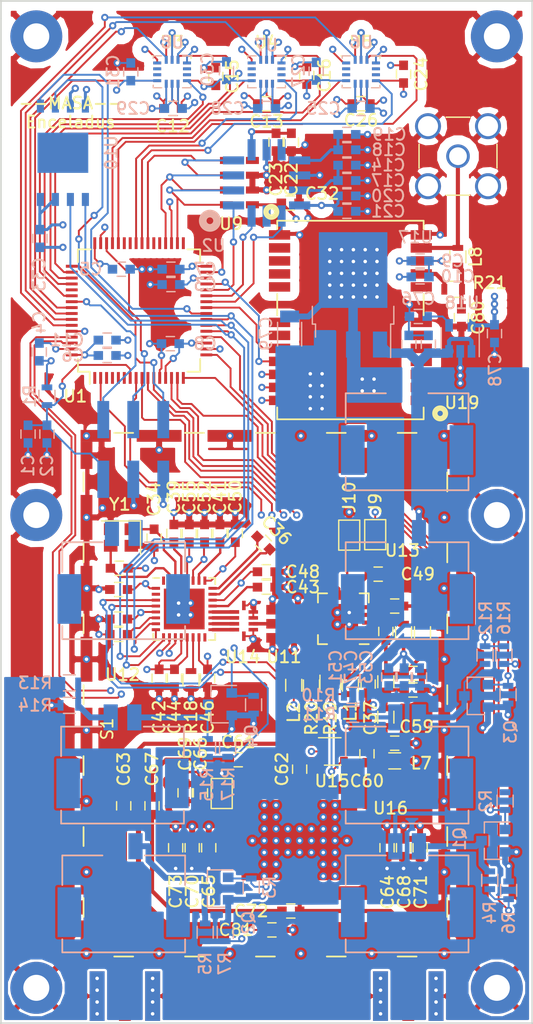
<source format=kicad_pcb>
(kicad_pcb (version 4) (host pcbnew 4.0.7)
  (layers (0 F.Cu signal) (1 In1.Cu signal) (2 In2.Cu signal) (31 B.Cu signal) (34 B.Paste user) (35 F.Paste user) (36 B.SilkS user) (37 F.SilkS user) (38 B.Mask user) (39 F.Mask user) (44 Edge.Cuts user))
  (net 0 "")
  (net 1 GND)
  (net 2 nRST)
  (net 3 "Net-(C3-Pad1)")
  (net 4 3V3)
  (net 5 "Net-(C14-Pad1)")
  (net 6 "Net-(C18-Pad1)")
  (net 7 "Net-(C34-Pad1)")
  (net 8 "Net-(C35-Pad1)")
  (net 9 "Net-(C36-Pad2)")
  (net 10 "Net-(C36-Pad1)")
  (net 11 "Net-(C37-Pad1)")
  (net 12 "Net-(C39-Pad1)")
  (net 13 "Net-(C41-Pad1)")
  (net 14 "Net-(C43-Pad1)")
  (net 15 "Net-(C45-Pad1)")
  (net 16 "Net-(C49-Pad2)")
  (net 17 "Net-(C49-Pad1)")
  (net 18 "Net-(C54-Pad2)")
  (net 19 "Net-(C54-Pad1)")
  (net 20 "Net-(C56-Pad1)")
  (net 21 "Net-(C58-Pad1)")
  (net 22 "Net-(C59-Pad1)")
  (net 23 "Net-(C60-Pad1)")
  (net 24 "Net-(C61-Pad2)")
  (net 25 "Net-(C61-Pad1)")
  (net 26 "Net-(C62-Pad1)")
  (net 27 "Net-(C63-Pad2)")
  (net 28 "Net-(C63-Pad1)")
  (net 29 5V)
  (net 30 /Radio/VCTRL)
  (net 31 "Net-(C67-Pad2)")
  (net 32 "Net-(C72-Pad2)")
  (net 33 VIN)
  (net 34 "Net-(C76-Pad1)")
  (net 35 "Net-(C80-Pad1)")
  (net 36 "Net-(J2-Pad1)")
  (net 37 "Net-(J3-Pad1)")
  (net 38 TCK)
  (net 39 TMS)
  (net 40 SWO)
  (net 41 USART_RX3)
  (net 42 USART_TX3)
  (net 43 "Net-(J7-Pad1)")
  (net 44 "Net-(J7-Pad2)")
  (net 45 "Net-(J8-Pad1)")
  (net 46 "Net-(J8-Pad2)")
  (net 47 /Radio/HGM)
  (net 48 "Net-(J14-Pad1)")
  (net 49 "Net-(L2-Pad2)")
  (net 50 PYRO_A_FIRE)
  (net 51 PYRO_B_FIRE)
  (net 52 PYRO_D_FIRE)
  (net 53 PYRO_C_FIRE)
  (net 54 PYRO_A_SENSE)
  (net 55 PYRO_B_SENSE)
  (net 56 PYRO_D_SENSE)
  (net 57 PYRO_C_SENSE)
  (net 58 "Net-(R18-Pad1)")
  (net 59 "Net-(R19-Pad1)")
  (net 60 "Net-(R20-Pad1)")
  (net 61 "Net-(R21-Pad1)")
  (net 62 "Net-(U1-Pad1)")
  (net 63 "Net-(U1-Pad3)")
  (net 64 "Net-(U1-Pad4)")
  (net 65 SCLK1)
  (net 66 MISO1)
  (net 67 MOSI1)
  (net 68 USART_RX1)
  (net 69 USART_TX1)
  (net 70 "Net-(U1-Pad33)")
  (net 71 SCLK2)
  (net 72 MISO2)
  (net 73 MOSI2)
  (net 74 "Net-(U1-Pad37)")
  (net 75 "Net-(U1-Pad38)")
  (net 76 "Net-(U1-Pad53)")
  (net 77 DRDY_ADXL)
  (net 78 "Net-(U2-Pad13)")
  (net 79 INT1_ADXL)
  (net 80 "Net-(U2-Pad7)")
  (net 81 CS_ADXL)
  (net 82 CS_GYRO1)
  (net 83 "Net-(U3-Pad2)")
  (net 84 "Net-(U3-Pad3)")
  (net 85 GYRO1_INT)
  (net 86 "Net-(U3-Pad9)")
  (net 87 "Net-(U3-Pad10)")
  (net 88 "Net-(U3-Pad11)")
  (net 89 CS_GYRO4)
  (net 90 "Net-(U4-Pad2)")
  (net 91 "Net-(U4-Pad3)")
  (net 92 GYRO4_INT)
  (net 93 "Net-(U4-Pad9)")
  (net 94 "Net-(U4-Pad10)")
  (net 95 "Net-(U4-Pad11)")
  (net 96 CS_GYRO2)
  (net 97 "Net-(U5-Pad2)")
  (net 98 "Net-(U5-Pad3)")
  (net 99 GYRO2_INT)
  (net 100 "Net-(U5-Pad9)")
  (net 101 "Net-(U5-Pad10)")
  (net 102 "Net-(U5-Pad11)")
  (net 103 CS_GYRO5)
  (net 104 "Net-(U6-Pad2)")
  (net 105 "Net-(U6-Pad3)")
  (net 106 GYRO5_INT)
  (net 107 "Net-(U6-Pad9)")
  (net 108 "Net-(U6-Pad10)")
  (net 109 "Net-(U6-Pad11)")
  (net 110 CS_GYRO3)
  (net 111 "Net-(U7-Pad2)")
  (net 112 "Net-(U7-Pad3)")
  (net 113 GYRO3_INT)
  (net 114 "Net-(U7-Pad9)")
  (net 115 "Net-(U7-Pad10)")
  (net 116 "Net-(U7-Pad11)")
  (net 117 CS_GYRO6)
  (net 118 "Net-(U8-Pad2)")
  (net 119 "Net-(U8-Pad3)")
  (net 120 GYRO6_INT)
  (net 121 "Net-(U8-Pad9)")
  (net 122 "Net-(U8-Pad10)")
  (net 123 "Net-(U8-Pad11)")
  (net 124 "Net-(U9-Pad4)")
  (net 125 CS_MS5607)
  (net 126 CS_MEM)
  (net 127 "Net-(U11-Pad2)")
  (net 128 /Radio/CC1125_RFOUT)
  (net 129 GPIO3)
  (net 130 GPIO2)
  (net 131 GPIO0)
  (net 132 CS_CC1125)
  (net 133 "Net-(U12-Pad16)")
  (net 134 "Net-(U12-Pad17)")
  (net 135 "Net-(U12-Pad18)")
  (net 136 "Net-(U12-Pad19)")
  (net 137 "Net-(U12-Pad20)")
  (net 138 "Net-(U12-Pad32)")
  (net 139 LNA_EN)
  (net 140 PA_EN)
  (net 141 "Net-(U16-Pad8)")
  (net 142 "Net-(U19-Pad14)")
  (net 143 "Net-(U19-Pad15)")
  (net 144 "Net-(U19-Pad16)")
  (net 145 "Net-(U19-Pad17)")
  (net 146 "Net-(U19-Pad18)")
  (net 147 "Net-(U19-Pad19)")
  (net 148 "Net-(U19-Pad1)")
  (net 149 "Net-(U19-Pad2)")
  (net 150 "Net-(U19-Pad3)")
  (net 151 "Net-(U19-Pad4)")
  (net 152 "Net-(U19-Pad5)")
  (net 153 "Net-(U19-Pad6)")
  (net 154 GPS_nRST)
  (net 155 "Net-(U1-Pad5)")
  (net 156 "Net-(U1-Pad6)")
  (module MASA:VIA_0.3mmx0.62mm (layer F.Cu) (at 167.85 123.2)
    (fp_text reference REF** hide)
    (fp_text value VIA hide)
    (pad 1 thru_hole circle (at 0 0) (size 0.62 0.62) (drill 0.3) (layers *.Cu) (net 1 GND))
  )
  (module MASA:VIA_0.3mmx0.62mm (layer F.Cu) (at 167.85 124.2)
    (fp_text reference REF** hide)
    (fp_text value VIA hide)
    (pad 1 thru_hole circle (at 0 0) (size 0.62 0.62) (drill 0.3) (layers *.Cu) (net 1 GND))
  )
  (module MASA:VIA_0.3mmx0.62mm (layer F.Cu) (at 167.85 122.2)
    (fp_text reference REF** hide)
    (fp_text value VIA hide)
    (pad 1 thru_hole circle (at 0 0) (size 0.62 0.62) (drill 0.3) (layers *.Cu) (net 1 GND))
  )
  (module MASA:VIA_0.3mmx0.62mm (layer F.Cu) (at 167.85 121.2)
    (fp_text reference REF** hide)
    (fp_text value VIA hide)
    (pad 1 thru_hole circle (at 0 0) (size 0.62 0.62) (drill 0.3) (layers *.Cu) (net 1 GND))
  )
  (module MASA:VIA_0.3mmx0.62mm (layer F.Cu) (at 163.15 121.2)
    (fp_text reference REF** hide)
    (fp_text value VIA hide)
    (pad 1 thru_hole circle (at 0 0) (size 0.62 0.62) (drill 0.3) (layers *.Cu) (net 1 GND))
  )
  (module MASA:VIA_0.3mmx0.62mm (layer F.Cu) (at 163.15 124.2)
    (fp_text reference REF** hide)
    (fp_text value VIA hide)
    (pad 1 thru_hole circle (at 0 0) (size 0.62 0.62) (drill 0.3) (layers *.Cu) (net 1 GND))
  )
  (module MASA:VIA_0.3mmx0.62mm (layer F.Cu) (at 163.15 123.2)
    (fp_text reference REF** hide)
    (fp_text value VIA hide)
    (pad 1 thru_hole circle (at 0 0) (size 0.62 0.62) (drill 0.3) (layers *.Cu) (net 1 GND))
  )
  (module MASA:VIA_0.3mmx0.62mm (layer F.Cu) (at 163.15 122.2)
    (fp_text reference REF** hide)
    (fp_text value VIA hide)
    (pad 1 thru_hole circle (at 0 0) (size 0.62 0.62) (drill 0.3) (layers *.Cu) (net 1 GND))
  )
  (module MASA:VIA_0.3mmx0.62mm (layer F.Cu) (at 143.85 121.2)
    (fp_text reference REF** hide)
    (fp_text value VIA hide)
    (pad 1 thru_hole circle (at 0 0) (size 0.62 0.62) (drill 0.3) (layers *.Cu) (net 1 GND))
  )
  (module MASA:VIA_0.3mmx0.62mm (layer F.Cu) (at 143.85 123.2)
    (fp_text reference REF** hide)
    (fp_text value VIA hide)
    (pad 1 thru_hole circle (at 0 0) (size 0.62 0.62) (drill 0.3) (layers *.Cu) (net 1 GND))
  )
  (module MASA:VIA_0.3mmx0.62mm (layer F.Cu) (at 143.85 124.2)
    (fp_text reference REF** hide)
    (fp_text value VIA hide)
    (pad 1 thru_hole circle (at 0 0) (size 0.62 0.62) (drill 0.3) (layers *.Cu) (net 1 GND))
  )
  (module MASA:VIA_0.3mmx0.62mm (layer F.Cu) (at 143.85 122.2)
    (fp_text reference REF** hide)
    (fp_text value VIA hide)
    (pad 1 thru_hole circle (at 0 0) (size 0.62 0.62) (drill 0.3) (layers *.Cu) (net 1 GND))
  )
  (module MASA:VIA_0.3mmx0.62mm (layer F.Cu) (at 139.15 124.2)
    (fp_text reference REF** hide)
    (fp_text value VIA hide)
    (pad 1 thru_hole circle (at 0 0) (size 0.62 0.62) (drill 0.3) (layers *.Cu) (net 1 GND))
  )
  (module MASA:VIA_0.3mmx0.62mm (layer F.Cu) (at 139.15 121.2)
    (fp_text reference REF** hide)
    (fp_text value VIA hide)
    (pad 1 thru_hole circle (at 0 0) (size 0.62 0.62) (drill 0.3) (layers *.Cu) (net 1 GND))
  )
  (module MASA:VIA_0.3mmx0.62mm (layer F.Cu) (at 139.15 123.2)
    (fp_text reference REF** hide)
    (fp_text value VIA hide)
    (pad 1 thru_hole circle (at 0 0) (size 0.62 0.62) (drill 0.3) (layers *.Cu) (net 1 GND))
  )
  (module MASA:VIA_0.3mmx0.62mm (layer F.Cu) (at 139.15 122.2)
    (fp_text reference REF** hide)
    (fp_text value VIA hide)
    (pad 1 thru_hole circle (at 0 0) (size 0.62 0.62) (drill 0.3) (layers *.Cu) (net 1 GND))
  )
  (module MASA:VIA_0.3mmx0.62mm (layer F.Cu) (at 159.5 90.25)
    (fp_text reference REF** hide)
    (fp_text value VIA hide)
    (pad 1 thru_hole circle (at 0 0) (size 0.62 0.62) (drill 0.3) (layers *.Cu) (net 1 GND))
  )
  (module MASA:VIA_0.3mmx0.62mm (layer F.Cu) (at 160.5 91.25)
    (fp_text reference REF** hide)
    (fp_text value VIA hide)
    (pad 1 thru_hole circle (at 0 0) (size 0.62 0.62) (drill 0.3) (layers *.Cu) (net 1 GND))
  )
  (module MASA:VIA_0.3mmx0.62mm (layer F.Cu) (at 160.5 90.25)
    (fp_text reference REF** hide)
    (fp_text value VIA hide)
    (pad 1 thru_hole circle (at 0 0) (size 0.62 0.62) (drill 0.3) (layers *.Cu) (net 1 GND))
  )
  (module MASA:VIA_0.3mmx0.62mm (layer F.Cu) (at 159.5 91.25)
    (fp_text reference REF** hide)
    (fp_text value VIA hide)
    (pad 1 thru_hole circle (at 0 0) (size 0.62 0.62) (drill 0.3) (layers *.Cu) (net 1 GND))
  )
  (module MASA:VIA_0.3mmx0.62mm (layer F.Cu) (at 146.05 90.45)
    (fp_text reference REF** hide)
    (fp_text value VIA hide)
    (pad 1 thru_hole circle (at 0 0) (size 0.62 0.62) (drill 0.3) (layers *.Cu) (net 1 GND))
  )
  (module MASA:VIA_0.3mmx0.62mm (layer F.Cu) (at 147.05 90.45)
    (fp_text reference REF** hide)
    (fp_text value VIA hide)
    (pad 1 thru_hole circle (at 0 0) (size 0.62 0.62) (drill 0.3) (layers *.Cu) (net 1 GND))
  )
  (module MASA:VIA_0.3mmx0.62mm (layer F.Cu) (at 146.05 89.45)
    (fp_text reference REF** hide)
    (fp_text value VIA hide)
    (pad 1 thru_hole circle (at 0 0) (size 0.62 0.62) (drill 0.3) (layers *.Cu) (net 1 GND))
  )
  (module MASA:VIA_0.3mmx0.62mm (layer F.Cu) (at 147.05 89.45)
    (fp_text reference REF** hide)
    (fp_text value VIA hide)
    (pad 1 thru_hole circle (at 0 0) (size 0.62 0.62) (drill 0.3) (layers *.Cu) (net 1 GND))
  )
  (module MASA:VIA_0.3mmx0.62mm (layer F.Cu) (at 160.3 109.55 90)
    (fp_text reference REF** hide)
    (fp_text value VIA hide)
    (pad 1 thru_hole circle (at 0 0 90) (size 0.62 0.62) (drill 0.3) (layers *.Cu) (net 1 GND))
  )
  (module MASA:VIA_0.3mmx0.62mm (layer F.Cu) (at 152.3 109.55 90)
    (fp_text reference REF** hide)
    (fp_text value VIA hide)
    (pad 1 thru_hole circle (at 0 0 90) (size 0.62 0.62) (drill 0.3) (layers *.Cu) (net 1 GND))
  )
  (module MASA:VIA_0.3mmx0.62mm (layer F.Cu) (at 154.3 108.55)
    (fp_text reference REF** hide)
    (fp_text value VIA hide)
    (pad 1 thru_hole circle (at 0 0) (size 0.62 0.62) (drill 0.3) (layers *.Cu) (net 1 GND))
  )
  (module MASA:VIA_0.3mmx0.62mm (layer F.Cu) (at 154.3 107.55)
    (fp_text reference REF** hide)
    (fp_text value VIA hide)
    (pad 1 thru_hole circle (at 0 0) (size 0.62 0.62) (drill 0.3) (layers *.Cu) (net 1 GND))
  )
  (module MASA:VIA_0.3mmx0.62mm (layer F.Cu) (at 154.3 106.55)
    (fp_text reference REF** hide)
    (fp_text value VIA hide)
    (pad 1 thru_hole circle (at 0 0) (size 0.62 0.62) (drill 0.3) (layers *.Cu) (net 1 GND))
  )
  (module MASA:VIA_0.3mmx0.62mm (layer F.Cu) (at 153.3 108.55 90)
    (fp_text reference REF** hide)
    (fp_text value VIA hide)
    (pad 1 thru_hole circle (at 0 0 90) (size 0.62 0.62) (drill 0.3) (layers *.Cu) (net 1 GND))
  )
  (module MASA:VIA_0.3mmx0.62mm (layer F.Cu) (at 153.3 107.55 90)
    (fp_text reference REF** hide)
    (fp_text value VIA hide)
    (pad 1 thru_hole circle (at 0 0 90) (size 0.62 0.62) (drill 0.3) (layers *.Cu) (net 1 GND))
  )
  (module MASA:VIA_0.3mmx0.62mm (layer F.Cu) (at 153.3 106.55 90)
    (fp_text reference REF** hide)
    (fp_text value VIA hide)
    (pad 1 thru_hole circle (at 0 0 90) (size 0.62 0.62) (drill 0.3) (layers *.Cu) (net 1 GND))
  )
  (module MASA:VIA_0.3mmx0.62mm (layer F.Cu) (at 159.3 112.55 90)
    (fp_text reference REF** hide)
    (fp_text value VIA hide)
    (pad 1 thru_hole circle (at 0 0 90) (size 0.62 0.62) (drill 0.3) (layers *.Cu) (net 1 GND))
  )
  (module MASA:VIA_0.3mmx0.62mm (layer F.Cu) (at 158.3 112.55)
    (fp_text reference REF** hide)
    (fp_text value VIA hide)
    (pad 1 thru_hole circle (at 0 0) (size 0.62 0.62) (drill 0.3) (layers *.Cu) (net 1 GND))
  )
  (module MASA:VIA_0.3mmx0.62mm (layer F.Cu) (at 159.3 107.55 90)
    (fp_text reference REF** hide)
    (fp_text value VIA hide)
    (pad 1 thru_hole circle (at 0 0 90) (size 0.62 0.62) (drill 0.3) (layers *.Cu) (net 1 GND))
  )
  (module MASA:VIA_0.3mmx0.62mm (layer F.Cu) (at 158.3 106.55)
    (fp_text reference REF** hide)
    (fp_text value VIA hide)
    (pad 1 thru_hole circle (at 0 0) (size 0.62 0.62) (drill 0.3) (layers *.Cu) (net 1 GND))
  )
  (module MASA:VIA_0.3mmx0.62mm (layer F.Cu) (at 159.3 106.55 90)
    (fp_text reference REF** hide)
    (fp_text value VIA hide)
    (pad 1 thru_hole circle (at 0 0 90) (size 0.62 0.62) (drill 0.3) (layers *.Cu) (net 1 GND))
  )
  (module MASA:VIA_0.3mmx0.62mm (layer F.Cu) (at 154.3 112.55)
    (fp_text reference REF** hide)
    (fp_text value VIA hide)
    (pad 1 thru_hole circle (at 0 0) (size 0.62 0.62) (drill 0.3) (layers *.Cu) (net 1 GND))
  )
  (module MASA:VIA_0.3mmx0.62mm (layer F.Cu) (at 153.3 112.55 90)
    (fp_text reference REF** hide)
    (fp_text value VIA hide)
    (pad 1 thru_hole circle (at 0 0 90) (size 0.62 0.62) (drill 0.3) (layers *.Cu) (net 1 GND))
  )
  (module MASA:VIA_0.3mmx0.62mm (layer F.Cu) (at 153.3 109.55 90)
    (fp_text reference REF** hide)
    (fp_text value VIA hide)
    (pad 1 thru_hole circle (at 0 0 90) (size 0.62 0.62) (drill 0.3) (layers *.Cu) (net 1 GND))
  )
  (module MASA:VIA_0.3mmx0.62mm (layer F.Cu) (at 153.3 111.55 90)
    (fp_text reference REF** hide)
    (fp_text value VIA hide)
    (pad 1 thru_hole circle (at 0 0 90) (size 0.62 0.62) (drill 0.3) (layers *.Cu) (net 1 GND))
  )
  (module MASA:VIA_0.3mmx0.62mm (layer F.Cu) (at 153.3 110.55 90)
    (fp_text reference REF** hide)
    (fp_text value VIA hide)
    (pad 1 thru_hole circle (at 0 0 90) (size 0.62 0.62) (drill 0.3) (layers *.Cu) (net 1 GND))
  )
  (module MASA:VIA_0.3mmx0.62mm (layer F.Cu) (at 159.3 109.55 90)
    (fp_text reference REF** hide)
    (fp_text value VIA hide)
    (pad 1 thru_hole circle (at 0 0 90) (size 0.62 0.62) (drill 0.3) (layers *.Cu) (net 1 GND))
  )
  (module MASA:VIA_0.3mmx0.62mm (layer F.Cu) (at 159.3 110.55 90)
    (fp_text reference REF** hide)
    (fp_text value VIA hide)
    (pad 1 thru_hole circle (at 0 0 90) (size 0.62 0.62) (drill 0.3) (layers *.Cu) (net 1 GND))
  )
  (module MASA:VIA_0.3mmx0.62mm (layer F.Cu) (at 159.3 111.55 90)
    (fp_text reference REF** hide)
    (fp_text value VIA hide)
    (pad 1 thru_hole circle (at 0 0 90) (size 0.62 0.62) (drill 0.3) (layers *.Cu) (net 1 GND))
  )
  (module MASA:VIA_0.3mmx0.62mm (layer F.Cu) (at 159.3 108.55 90)
    (fp_text reference REF** hide)
    (fp_text value VIA hide)
    (pad 1 thru_hole circle (at 0 0 90) (size 0.62 0.62) (drill 0.3) (layers *.Cu) (net 1 GND))
  )
  (module MASA:VIA_0.3mmx0.62mm (layer F.Cu) (at 158.3 111.55)
    (fp_text reference REF** hide)
    (fp_text value VIA hide)
    (pad 1 thru_hole circle (at 0 0) (size 0.62 0.62) (drill 0.3) (layers *.Cu) (net 1 GND))
  )
  (module MASA:VIA_0.3mmx0.62mm (layer F.Cu) (at 158.3 110.55)
    (fp_text reference REF** hide)
    (fp_text value VIA hide)
    (pad 1 thru_hole circle (at 0 0) (size 0.62 0.62) (drill 0.3) (layers *.Cu) (net 1 GND))
  )
  (module MASA:VIA_0.3mmx0.62mm (layer F.Cu) (at 157.3 110.55)
    (fp_text reference REF** hide)
    (fp_text value VIA hide)
    (pad 1 thru_hole circle (at 0 0) (size 0.62 0.62) (drill 0.3) (layers *.Cu) (net 1 GND))
  )
  (module MASA:VIA_0.3mmx0.62mm (layer F.Cu) (at 156.3 108.55)
    (fp_text reference REF** hide)
    (fp_text value VIA hide)
    (pad 1 thru_hole circle (at 0 0) (size 0.62 0.62) (drill 0.3) (layers *.Cu) (net 1 GND))
  )
  (module MASA:VIA_0.3mmx0.62mm (layer F.Cu) (at 155.3 108.55)
    (fp_text reference REF** hide)
    (fp_text value VIA hide)
    (pad 1 thru_hole circle (at 0 0) (size 0.62 0.62) (drill 0.3) (layers *.Cu) (net 1 GND))
  )
  (module MASA:VIA_0.3mmx0.62mm (layer F.Cu) (at 154.3 111.55)
    (fp_text reference REF** hide)
    (fp_text value VIA hide)
    (pad 1 thru_hole circle (at 0 0) (size 0.62 0.62) (drill 0.3) (layers *.Cu) (net 1 GND))
  )
  (module MASA:VIA_0.3mmx0.62mm (layer F.Cu) (at 155.3 110.55)
    (fp_text reference REF** hide)
    (fp_text value VIA hide)
    (pad 1 thru_hole circle (at 0 0) (size 0.62 0.62) (drill 0.3) (layers *.Cu) (net 1 GND))
  )
  (module MASA:VIA_0.3mmx0.62mm (layer F.Cu) (at 154.3 110.55)
    (fp_text reference REF** hide)
    (fp_text value VIA hide)
    (pad 1 thru_hole circle (at 0 0) (size 0.62 0.62) (drill 0.3) (layers *.Cu) (net 1 GND))
  )
  (module MASA:VIA_0.3mmx0.62mm (layer F.Cu) (at 154.3 109.55)
    (fp_text reference REF** hide)
    (fp_text value VIA hide)
    (pad 1 thru_hole circle (at 0 0) (size 0.62 0.62) (drill 0.3) (layers *.Cu) (net 1 GND))
  )
  (module MASA:VIA_0.3mmx0.62mm (layer F.Cu) (at 156.3 109.55)
    (fp_text reference REF** hide)
    (fp_text value VIA hide)
    (pad 1 thru_hole circle (at 0 0) (size 0.62 0.62) (drill 0.3) (layers *.Cu) (net 1 GND))
  )
  (module MASA:VIA_0.3mmx0.62mm (layer F.Cu) (at 156.3 110.55)
    (fp_text reference REF** hide)
    (fp_text value VIA hide)
    (pad 1 thru_hole circle (at 0 0) (size 0.62 0.62) (drill 0.3) (layers *.Cu) (net 1 GND))
  )
  (module MASA:VIA_0.3mmx0.62mm (layer F.Cu) (at 155.3 109.55)
    (fp_text reference REF** hide)
    (fp_text value VIA hide)
    (pad 1 thru_hole circle (at 0 0) (size 0.62 0.62) (drill 0.3) (layers *.Cu) (net 1 GND))
  )
  (module MASA:VIA_0.3mmx0.62mm (layer F.Cu) (at 158.3 109.55)
    (fp_text reference REF** hide)
    (fp_text value VIA hide)
    (pad 1 thru_hole circle (at 0 0) (size 0.62 0.62) (drill 0.3) (layers *.Cu) (net 1 GND))
  )
  (module MASA:VIA_0.3mmx0.62mm (layer F.Cu) (at 157.3 109.55)
    (fp_text reference REF** hide)
    (fp_text value VIA hide)
    (pad 1 thru_hole circle (at 0 0) (size 0.62 0.62) (drill 0.3) (layers *.Cu) (net 1 GND))
  )
  (module MASA:VIA_0.3mmx0.62mm (layer F.Cu) (at 158.3 108.55)
    (fp_text reference REF** hide)
    (fp_text value VIA hide)
    (pad 1 thru_hole circle (at 0 0) (size 0.62 0.62) (drill 0.3) (layers *.Cu) (net 1 GND))
  )
  (module MASA:VIA_0.3mmx0.62mm (layer F.Cu) (at 158.3 107.55)
    (fp_text reference REF** hide)
    (fp_text value VIA hide)
    (pad 1 thru_hole circle (at 0 0) (size 0.62 0.62) (drill 0.3) (layers *.Cu) (net 1 GND))
  )
  (module MASA:VIA_0.3mmx0.62mm (layer F.Cu) (at 157.3 108.55)
    (fp_text reference REF** hide)
    (fp_text value VIA hide)
    (pad 1 thru_hole circle (at 0 0) (size 0.62 0.62) (drill 0.3) (layers *.Cu) (net 1 GND))
  )
  (module MASA:VIA_0.3mmx0.62mm (layer F.Cu) (at 162.6 70.5)
    (fp_text reference REF** hide)
    (fp_text value VIA hide)
    (pad 1 thru_hole circle (at 0 0) (size 0.62 0.62) (drill 0.3) (layers *.Cu) (net 1 GND))
  )
  (module MASA:VIA_0.3mmx0.62mm (layer F.Cu) (at 162.6 71.5)
    (fp_text reference REF** hide)
    (fp_text value VIA hide)
    (pad 1 thru_hole circle (at 0 0) (size 0.62 0.62) (drill 0.3) (layers *.Cu) (net 1 GND))
  )
  (module MASA:VIA_0.3mmx0.62mm (layer F.Cu) (at 161.6 71.5)
    (fp_text reference REF** hide)
    (fp_text value VIA hide)
    (pad 1 thru_hole circle (at 0 0) (size 0.62 0.62) (drill 0.3) (layers *.Cu) (net 1 GND))
  )
  (module MASA:VIA_0.3mmx0.62mm (layer F.Cu) (at 161.6 70.5)
    (fp_text reference REF** hide)
    (fp_text value VIA hide)
    (pad 1 thru_hole circle (at 0 0) (size 0.62 0.62) (drill 0.3) (layers *.Cu) (net 1 GND))
  )
  (module MASA:VIA_0.3mmx0.62mm (layer F.Cu) (at 158.2 72)
    (fp_text reference REF** hide)
    (fp_text value VIA hide)
    (pad 1 thru_hole circle (at 0 0) (size 0.62 0.62) (drill 0.3) (layers *.Cu) (net 29 5V))
  )
  (module MASA:VIA_0.3mmx0.62mm (layer F.Cu) (at 157.2 73)
    (fp_text reference REF** hide)
    (fp_text value VIA hide)
    (pad 1 thru_hole circle (at 0 0) (size 0.62 0.62) (drill 0.3) (layers *.Cu) (net 29 5V))
  )
  (module MASA:VIA_0.3mmx0.62mm (layer F.Cu) (at 158.2 73)
    (fp_text reference REF** hide)
    (fp_text value VIA hide)
    (pad 1 thru_hole circle (at 0 0) (size 0.62 0.62) (drill 0.3) (layers *.Cu) (net 29 5V))
  )
  (module MASA:VIA_0.3mmx0.62mm (layer F.Cu) (at 157.2 72)
    (fp_text reference REF** hide)
    (fp_text value VIA hide)
    (pad 1 thru_hole circle (at 0 0) (size 0.62 0.62) (drill 0.3) (layers *.Cu) (net 29 5V))
  )
  (module MASA:VIA_0.3mmx0.62mm (layer F.Cu) (at 157.2 70.05)
    (fp_text reference REF** hide)
    (fp_text value VIA hide)
    (pad 1 thru_hole circle (at 0 0) (size 0.62 0.62) (drill 0.3) (layers *.Cu) (net 29 5V))
  )
  (module MASA:VIA_0.3mmx0.62mm (layer F.Cu) (at 158.2 70.05)
    (fp_text reference REF** hide)
    (fp_text value VIA hide)
    (pad 1 thru_hole circle (at 0 0) (size 0.62 0.62) (drill 0.3) (layers *.Cu) (net 29 5V))
  )
  (module MASA:VIA_0.3mmx0.62mm (layer F.Cu) (at 157.2 71.05)
    (fp_text reference REF** hide)
    (fp_text value VIA hide)
    (pad 1 thru_hole circle (at 0 0) (size 0.62 0.62) (drill 0.3) (layers *.Cu) (net 29 5V))
  )
  (module MASA:VIA_0.3mmx0.62mm (layer F.Cu) (at 158.2 71.05)
    (fp_text reference REF** hide)
    (fp_text value VIA hide)
    (pad 1 thru_hole circle (at 0 0) (size 0.62 0.62) (drill 0.3) (layers *.Cu) (net 29 5V))
  )
  (module MASA:VIA_0.3mmx0.62mm (layer F.Cu) (at 158.85 62.55)
    (fp_text reference REF** hide)
    (fp_text value VIA hide)
    (pad 1 thru_hole circle (at 0 0) (size 0.62 0.62) (drill 0.3) (layers *.Cu) (net 1 GND))
  )
  (module MASA:VIA_0.3mmx0.62mm (layer F.Cu) (at 159.85 62.55)
    (fp_text reference REF** hide)
    (fp_text value VIA hide)
    (pad 1 thru_hole circle (at 0 0) (size 0.62 0.62) (drill 0.3) (layers *.Cu) (net 1 GND))
  )
  (module MASA:VIA_0.3mmx0.62mm (layer F.Cu) (at 160.85 62.55)
    (fp_text reference REF** hide)
    (fp_text value VIA hide)
    (pad 1 thru_hole circle (at 0 0) (size 0.62 0.62) (drill 0.3) (layers *.Cu) (net 1 GND))
  )
  (module MASA:VIA_0.3mmx0.62mm (layer F.Cu) (at 159.85 63.55)
    (fp_text reference REF** hide)
    (fp_text value VIA hide)
    (pad 1 thru_hole circle (at 0 0) (size 0.62 0.62) (drill 0.3) (layers *.Cu) (net 1 GND))
  )
  (module MASA:VIA_0.3mmx0.62mm (layer F.Cu) (at 160.85 63.55)
    (fp_text reference REF** hide)
    (fp_text value VIA hide)
    (pad 1 thru_hole circle (at 0 0) (size 0.62 0.62) (drill 0.3) (layers *.Cu) (net 1 GND))
  )
  (module MASA:VIA_0.3mmx0.62mm (layer F.Cu) (at 158.85 63.55)
    (fp_text reference REF** hide)
    (fp_text value VIA hide)
    (pad 1 thru_hole circle (at 0 0) (size 0.62 0.62) (drill 0.3) (layers *.Cu) (net 1 GND))
  )
  (module MASA:VIA_0.3mmx0.62mm (layer F.Cu) (at 161.85 63.55)
    (fp_text reference REF** hide)
    (fp_text value VIA hide)
    (pad 1 thru_hole circle (at 0 0) (size 0.62 0.62) (drill 0.3) (layers *.Cu) (net 1 GND))
  )
  (module MASA:VIA_0.3mmx0.62mm (layer F.Cu) (at 162.85 62.55)
    (fp_text reference REF** hide)
    (fp_text value VIA hide)
    (pad 1 thru_hole circle (at 0 0) (size 0.62 0.62) (drill 0.3) (layers *.Cu) (net 1 GND))
  )
  (module MASA:VIA_0.3mmx0.62mm (layer F.Cu) (at 161.85 62.55)
    (fp_text reference REF** hide)
    (fp_text value VIA hide)
    (pad 1 thru_hole circle (at 0 0) (size 0.62 0.62) (drill 0.3) (layers *.Cu) (net 1 GND))
  )
  (module MASA:VIA_0.3mmx0.62mm (layer F.Cu) (at 161.85 61.55)
    (fp_text reference REF** hide)
    (fp_text value VIA hide)
    (pad 1 thru_hole circle (at 0 0) (size 0.62 0.62) (drill 0.3) (layers *.Cu) (net 1 GND))
  )
  (module MASA:VIA_0.3mmx0.62mm (layer F.Cu) (at 162.85 63.55)
    (fp_text reference REF** hide)
    (fp_text value VIA hide)
    (pad 1 thru_hole circle (at 0 0) (size 0.62 0.62) (drill 0.3) (layers *.Cu) (net 1 GND))
  )
  (module MASA:VIA_0.3mmx0.62mm (layer F.Cu) (at 162.85 61.55)
    (fp_text reference REF** hide)
    (fp_text value VIA hide)
    (pad 1 thru_hole circle (at 0 0) (size 0.62 0.62) (drill 0.3) (layers *.Cu) (net 1 GND))
  )
  (module MASA:VIA_0.3mmx0.62mm (layer F.Cu) (at 161.85 60.55)
    (fp_text reference REF** hide)
    (fp_text value VIA hide)
    (pad 1 thru_hole circle (at 0 0) (size 0.62 0.62) (drill 0.3) (layers *.Cu) (net 1 GND))
  )
  (module MASA:VIA_0.3mmx0.62mm (layer F.Cu) (at 161.85 59.55)
    (fp_text reference REF** hide)
    (fp_text value VIA hide)
    (pad 1 thru_hole circle (at 0 0) (size 0.62 0.62) (drill 0.3) (layers *.Cu) (net 1 GND))
  )
  (module MASA:VIA_0.3mmx0.62mm (layer F.Cu) (at 160.85 60.55)
    (fp_text reference REF** hide)
    (fp_text value VIA hide)
    (pad 1 thru_hole circle (at 0 0) (size 0.62 0.62) (drill 0.3) (layers *.Cu) (net 1 GND))
  )
  (module MASA:VIA_0.3mmx0.62mm (layer F.Cu) (at 162.85 59.55)
    (fp_text reference REF** hide)
    (fp_text value VIA hide)
    (pad 1 thru_hole circle (at 0 0) (size 0.62 0.62) (drill 0.3) (layers *.Cu) (net 1 GND))
  )
  (module MASA:VIA_0.3mmx0.62mm (layer F.Cu) (at 162.85 60.55)
    (fp_text reference REF** hide)
    (fp_text value VIA hide)
    (pad 1 thru_hole circle (at 0 0) (size 0.62 0.62) (drill 0.3) (layers *.Cu) (net 1 GND))
  )
  (module MASA:VIA_0.3mmx0.62mm (layer F.Cu) (at 160.85 59.55)
    (fp_text reference REF** hide)
    (fp_text value VIA hide)
    (pad 1 thru_hole circle (at 0 0) (size 0.62 0.62) (drill 0.3) (layers *.Cu) (net 1 GND))
  )
  (module MASA:VIA_0.3mmx0.62mm (layer F.Cu) (at 159.85 60.55)
    (fp_text reference REF** hide)
    (fp_text value VIA hide)
    (pad 1 thru_hole circle (at 0 0) (size 0.62 0.62) (drill 0.3) (layers *.Cu) (net 1 GND))
  )
  (module MASA:VIA_0.3mmx0.62mm (layer F.Cu) (at 159.85 61.55)
    (fp_text reference REF** hide)
    (fp_text value VIA hide)
    (pad 1 thru_hole circle (at 0 0) (size 0.62 0.62) (drill 0.3) (layers *.Cu) (net 1 GND))
  )
  (module MASA:VIA_0.3mmx0.62mm (layer F.Cu) (at 158.85 60.55)
    (fp_text reference REF** hide)
    (fp_text value VIA hide)
    (pad 1 thru_hole circle (at 0 0) (size 0.62 0.62) (drill 0.3) (layers *.Cu) (net 1 GND))
  )
  (module MASA:VIA_0.3mmx0.62mm (layer F.Cu) (at 160.85 61.55)
    (fp_text reference REF** hide)
    (fp_text value VIA hide)
    (pad 1 thru_hole circle (at 0 0) (size 0.62 0.62) (drill 0.3) (layers *.Cu) (net 1 GND))
  )
  (module MASA:VIA_0.3mmx0.62mm (layer F.Cu) (at 159.85 59.55)
    (fp_text reference REF** hide)
    (fp_text value VIA hide)
    (pad 1 thru_hole circle (at 0 0) (size 0.62 0.62) (drill 0.3) (layers *.Cu) (net 1 GND))
  )
  (module MASA:VIA_0.3mmx0.62mm (layer F.Cu) (at 158.85 59.55)
    (fp_text reference REF** hide)
    (fp_text value VIA hide)
    (pad 1 thru_hole circle (at 0 0) (size 0.62 0.62) (drill 0.3) (layers *.Cu) (net 1 GND))
  )
  (module MASA:VIA_0.3mmx0.62mm (layer F.Cu) (at 158.85 61.55)
    (fp_text reference REF** hide)
    (fp_text value VIA hide)
    (pad 1 thru_hole circle (at 0 0) (size 0.62 0.62) (drill 0.3) (layers *.Cu) (net 1 GND))
  )
  (module Shielding_Cabinets:Laird_Technologies_BMI-S-210-F_44.00x30.50mm (layer F.Cu) (at 153.4 97.2 90)
    (fp_text reference S1 (at -2.9 -13.4 90) (layer F.SilkS))
    (fp_text value Shield)
    (pad 1 smd rect (at -21.9 -15.15 90) (size 1 1) (layers F.Cu F.Mask) (net 1 GND))
    (pad 1 smd rect (at 21.9 -15.15 90) (size 1 1) (layers F.Cu F.Mask) (net 1 GND))
    (pad 1 smd rect (at 21.9 15.15 90) (size 1 1) (layers F.Cu F.Mask) (net 1 GND))
    (pad 1 smd rect (at -21.9 15.15 90) (size 1 1) (layers F.Cu F.Mask) (net 1 GND))
    (pad 1 smd rect (at -20.25 -15.15 90) (size 2.3 1) (layers F.Cu F.Mask) (net 1 GND))
    (pad 1 smd rect (at -20.25 15.15 90) (size 2.3 1) (layers F.Cu F.Mask) (net 1 GND))
    (pad 1 smd rect (at -15 -15.15 90) (size 3.8 1) (layers F.Cu F.Mask) (net 1 GND))
    (pad 1 smd rect (at -15 15.15 90) (size 3.8 1) (layers F.Cu F.Mask) (net 1 GND))
    (pad 1 smd rect (at -9 -15.15 90) (size 3.8 1) (layers F.Cu F.Mask) (net 1 GND))
    (pad 1 smd rect (at -9 15.15 90) (size 3.8 1) (layers F.Cu F.Mask) (net 1 GND))
    (pad 1 smd rect (at -3 -15.15 90) (size 3.8 1) (layers F.Cu F.Mask) (net 1 GND))
    (pad 1 smd rect (at -3 15.15 90) (size 3.8 1) (layers F.Cu F.Mask) (net 1 GND))
    (pad 1 smd rect (at 3 -15.15 90) (size 3.8 1) (layers F.Cu F.Mask) (net 1 GND))
    (pad 1 smd rect (at 3 15.15 90) (size 3.8 1) (layers F.Cu F.Mask) (net 1 GND))
    (pad 1 smd rect (at 9 -15.15 90) (size 3.8 1) (layers F.Cu F.Mask) (net 1 GND))
    (pad 1 smd rect (at 9 15.15 90) (size 3.8 1) (layers F.Cu F.Mask) (net 1 GND))
    (pad 1 smd rect (at 15 -15.15 90) (size 3.8 1) (layers F.Cu F.Mask) (net 1 GND))
    (pad 1 smd rect (at 15 15.15 90) (size 3.8 1) (layers F.Cu F.Mask) (net 1 GND))
    (pad 1 smd rect (at 20.25 -15.15 90) (size 2.3 1) (layers F.Cu F.Mask) (net 1 GND))
    (pad 1 smd rect (at 20.25 15.15 90) (size 2.3 1) (layers F.Cu F.Mask) (net 1 GND))
    (pad 1 smd rect (at -21.9 -13.875 90) (size 1 1.55) (layers F.Cu F.Mask) (net 1 GND))
    (pad 1 smd rect (at 21.9 -13.875 90) (size 1 1.55) (layers F.Cu F.Mask) (net 1 GND))
    (pad 1 smd rect (at -21.9 -9 90) (size 1 3.8) (layers F.Cu F.Mask) (net 1 GND))
    (pad 1 smd rect (at 21.9 -9 90) (size 1 3.8) (layers F.Cu F.Mask) (net 1 GND))
    (pad 1 smd rect (at -21.9 -3 90) (size 1 3.8) (layers F.Cu F.Mask) (net 1 GND))
    (pad 1 smd rect (at 21.9 -3 90) (size 1 3.8) (layers F.Cu F.Mask) (net 1 GND))
    (pad 1 smd rect (at -21.9 3 90) (size 1 3.8) (layers F.Cu F.Mask) (net 1 GND))
    (pad 1 smd rect (at 21.9 3 90) (size 1 3.8) (layers F.Cu F.Mask) (net 1 GND))
    (pad 1 smd rect (at -21.9 9 90) (size 1 3.8) (layers F.Cu F.Mask) (net 1 GND))
    (pad 1 smd rect (at 21.9 9 90) (size 1 3.8) (layers F.Cu F.Mask) (net 1 GND))
    (pad 1 smd rect (at -21.9 13.875 90) (size 1 1.55) (layers F.Cu F.Mask) (net 1 GND))
    (pad 1 smd rect (at 21.9 13.875 90) (size 1 1.55) (layers F.Cu F.Mask) (net 1 GND))
  )
  (module Capacitors_SMD:C_0603 (layer B.Cu) (at 133.3 75.15 270)
    (fp_text reference C1 (at 2.65 0 270) (layer B.SilkS) (effects (font (thickness 0.17)) (justify mirror)))
    (fp_text value 100nF)
    (pad 2 smd rect (at 0.75 0 270) (size 0.8 0.75) (layers B.Cu B.Paste B.Mask) (net 1 GND))
    (pad 1 smd rect (at -0.75 0 270) (size 0.8 0.75) (layers B.Cu B.Paste B.Mask) (net 2 nRST))
  )
  (module Capacitors_SMD:C_0603 (layer B.Cu) (at 134.9 75.15 270)
    (fp_text reference C2 (at 2.65 0 270) (layer B.SilkS) (effects (font (thickness 0.17)) (justify mirror)))
    (fp_text value 2.2nF)
    (pad 2 smd rect (at 0.75 0 270) (size 0.8 0.75) (layers B.Cu B.Paste B.Mask) (net 1 GND))
    (pad 1 smd rect (at -0.75 0 270) (size 0.8 0.75) (layers B.Cu B.Paste B.Mask) (net 2 nRST))
  )
  (module Capacitors_SMD:C_0603 (layer B.Cu) (at 145.4 62.5 180)
    (fp_text reference C3 (at -2.9 0 180) (layer B.SilkS) (effects (font (thickness 0.17)) (justify mirror)))
    (fp_text value 2.2uF)
    (pad 2 smd rect (at 0.75 0 180) (size 0.8 0.75) (layers B.Cu B.Paste B.Mask) (net 1 GND))
    (pad 1 smd rect (at -0.75 0 180) (size 0.8 0.75) (layers B.Cu B.Paste B.Mask) (net 3 "Net-(C3-Pad1)"))
  )
  (module Capacitors_SMD:C_0603 (layer B.Cu) (at 134.25 68.2 90)
    (fp_text reference C4 (at 2.5 0 90) (layer B.SilkS) (effects (font (thickness 0.17)) (justify mirror)))
    (fp_text value 10uF)
    (pad 2 smd rect (at 0.75 0 90) (size 0.8 0.75) (layers B.Cu B.Paste B.Mask) (net 1 GND))
    (pad 1 smd rect (at -0.75 0 90) (size 0.8 0.75) (layers B.Cu B.Paste B.Mask) (net 4 3V3))
  )
  (module Capacitors_SMD:C_0603 (layer B.Cu) (at 141.2 61.2)
    (fp_text reference C5 (at -2.6 0) (layer B.SilkS) (effects (font (thickness 0.17)) (justify mirror)))
    (fp_text value 100nF)
    (pad 2 smd rect (at 0.75 0) (size 0.8 0.75) (layers B.Cu B.Paste B.Mask) (net 1 GND))
    (pad 1 smd rect (at -0.75 0) (size 0.8 0.75) (layers B.Cu B.Paste B.Mask) (net 4 3V3))
  )
  (module Capacitors_SMD:C_0603 (layer B.Cu) (at 140 68.5)
    (fp_text reference C6 (at -2.9 0) (layer B.SilkS) (effects (font (thickness 0.17)) (justify mirror)))
    (fp_text value 100nF)
    (pad 2 smd rect (at 0.75 0) (size 0.8 0.75) (layers B.Cu B.Paste B.Mask) (net 1 GND))
    (pad 1 smd rect (at -0.75 0) (size 0.8 0.75) (layers B.Cu B.Paste B.Mask) (net 4 3V3))
  )
  (module Capacitors_SMD:C_0603 (layer B.Cu) (at 145.4 61.2 180)
    (fp_text reference C7 (at -2.9 0 180) (layer B.SilkS) (effects (font (thickness 0.17)) (justify mirror)))
    (fp_text value 100nF)
    (pad 2 smd rect (at 0.75 0 180) (size 0.8 0.75) (layers B.Cu B.Paste B.Mask) (net 1 GND))
    (pad 1 smd rect (at -0.75 0 180) (size 0.8 0.75) (layers B.Cu B.Paste B.Mask) (net 4 3V3))
  )
  (module Capacitors_SMD:C_0603 (layer B.Cu) (at 145.35 67.5 180)
    (fp_text reference C8 (at -2.95 0 180) (layer B.SilkS) (effects (font (thickness 0.17)) (justify mirror)))
    (fp_text value 100nF)
    (pad 2 smd rect (at 0.75 0 180) (size 0.8 0.75) (layers B.Cu B.Paste B.Mask) (net 1 GND))
    (pad 1 smd rect (at -0.75 0 180) (size 0.8 0.75) (layers B.Cu B.Paste B.Mask) (net 4 3V3))
  )
  (module Capacitors_SMD:C_0603 (layer B.Cu) (at 166.5 60.5)
    (fp_text reference C9 (at 2.75 0) (layer B.SilkS) (effects (font (thickness 0.17)) (justify mirror)))
    (fp_text value 100nF)
    (pad 2 smd rect (at 0.75 0) (size 0.8 0.75) (layers B.Cu B.Paste B.Mask) (net 1 GND))
    (pad 1 smd rect (at -0.75 0) (size 0.8 0.75) (layers B.Cu B.Paste B.Mask) (net 4 3V3))
  )
  (module Capacitors_SMD:C_0603 (layer B.Cu) (at 166.5 61.85)
    (fp_text reference C10 (at 3.2 -0.05) (layer B.SilkS) (effects (font (thickness 0.17)) (justify mirror)))
    (fp_text value 2.2nF)
    (pad 2 smd rect (at 0.75 0) (size 0.8 0.75) (layers B.Cu B.Paste B.Mask) (net 1 GND))
    (pad 1 smd rect (at -0.75 0) (size 0.8 0.75) (layers B.Cu B.Paste B.Mask) (net 4 3V3))
  )
  (module Capacitors_SMD:C_0603 (layer B.Cu) (at 140 67.2)
    (fp_text reference C11 (at -3.4 0) (layer B.SilkS) (effects (font (thickness 0.17)) (justify mirror)))
    (fp_text value 2.2nF)
    (pad 2 smd rect (at 0.75 0) (size 0.8 0.75) (layers B.Cu B.Paste B.Mask) (net 1 GND))
    (pad 1 smd rect (at -0.75 0) (size 0.8 0.75) (layers B.Cu B.Paste B.Mask) (net 4 3V3))
  )
  (module Capacitors_SMD:C_0603 (layer F.Cu) (at 145.55 47.6)
    (fp_text reference C12 (at 0 1.5) (layer F.SilkS) (effects (font (thickness 0.17))))
    (fp_text value 100nF)
    (pad 2 smd rect (at 0.75 0) (size 0.8 0.75) (layers F.Cu F.Paste F.Mask) (net 1 GND))
    (pad 1 smd rect (at -0.75 0) (size 0.8 0.75) (layers F.Cu F.Paste F.Mask) (net 4 3V3))
  )
  (module Capacitors_SMD:C_0603 (layer F.Cu) (at 153.5 47.2)
    (fp_text reference C13 (at 0 1.5) (layer F.SilkS) (effects (font (thickness 0.17))))
    (fp_text value 100nF)
    (pad 2 smd rect (at 0.75 0) (size 0.8 0.75) (layers F.Cu F.Paste F.Mask) (net 1 GND))
    (pad 1 smd rect (at -0.75 0) (size 0.8 0.75) (layers F.Cu F.Paste F.Mask) (net 4 3V3))
  )
  (module Capacitors_SMD:C_0603 (layer B.Cu) (at 160.3 52.4)
    (fp_text reference C14 (at 3.5 0) (layer B.SilkS) (effects (font (thickness 0.17)) (justify mirror)))
    (fp_text value 100nF)
    (pad 2 smd rect (at 0.75 0) (size 0.8 0.75) (layers B.Cu B.Paste B.Mask) (net 1 GND))
    (pad 1 smd rect (at -0.75 0) (size 0.8 0.75) (layers B.Cu B.Paste B.Mask) (net 5 "Net-(C14-Pad1)"))
  )
  (module Capacitors_SMD:C_0603 (layer F.Cu) (at 149.2 44.9 90)
    (fp_text reference C15 (at 0 1.4 90) (layer F.SilkS) (effects (font (thickness 0.17))))
    (fp_text value 100nF)
    (pad 2 smd rect (at 0.75 0 90) (size 0.8 0.75) (layers F.Cu F.Paste F.Mask) (net 1 GND))
    (pad 1 smd rect (at -0.75 0 90) (size 0.8 0.75) (layers F.Cu F.Paste F.Mask) (net 4 3V3))
  )
  (module Capacitors_SMD:C_0603 (layer F.Cu) (at 156.9 44.8 90)
    (fp_text reference C16 (at 0 1.5 90) (layer F.SilkS) (effects (font (thickness 0.17))))
    (fp_text value 100nF)
    (pad 2 smd rect (at 0.75 0 90) (size 0.8 0.75) (layers F.Cu F.Paste F.Mask) (net 1 GND))
    (pad 1 smd rect (at -0.75 0 90) (size 0.8 0.75) (layers F.Cu F.Paste F.Mask) (net 4 3V3))
  )
  (module Capacitors_SMD:C_0603 (layer B.Cu) (at 160.3 53.7)
    (fp_text reference C17 (at 3.5 0) (layer B.SilkS) (effects (font (thickness 0.17)) (justify mirror)))
    (fp_text value 1uF)
    (pad 2 smd rect (at 0.75 0) (size 0.8 0.75) (layers B.Cu B.Paste B.Mask) (net 1 GND))
    (pad 1 smd rect (at -0.75 0) (size 0.8 0.75) (layers B.Cu B.Paste B.Mask) (net 5 "Net-(C14-Pad1)"))
  )
  (module Capacitors_SMD:C_0603 (layer B.Cu) (at 160.3 51.1)
    (fp_text reference C18 (at 3.55 0) (layer B.SilkS) (effects (font (thickness 0.17)) (justify mirror)))
    (fp_text value 100nF)
    (pad 2 smd rect (at 0.75 0) (size 0.8 0.75) (layers B.Cu B.Paste B.Mask) (net 1 GND))
    (pad 1 smd rect (at -0.75 0) (size 0.8 0.75) (layers B.Cu B.Paste B.Mask) (net 6 "Net-(C18-Pad1)"))
  )
  (module Capacitors_SMD:C_0603 (layer B.Cu) (at 160.3 49.8)
    (fp_text reference C19 (at 3.6 0) (layer B.SilkS) (effects (font (thickness 0.17)) (justify mirror)))
    (fp_text value 1uF)
    (pad 2 smd rect (at 0.75 0) (size 0.8 0.75) (layers B.Cu B.Paste B.Mask) (net 1 GND))
    (pad 1 smd rect (at -0.75 0) (size 0.8 0.75) (layers B.Cu B.Paste B.Mask) (net 6 "Net-(C18-Pad1)"))
  )
  (module Capacitors_SMD:C_0603 (layer B.Cu) (at 160.3 55)
    (fp_text reference C20 (at 3.5 0) (layer B.SilkS) (effects (font (thickness 0.17)) (justify mirror)))
    (fp_text value 100nF)
    (pad 2 smd rect (at 0.75 0) (size 0.8 0.75) (layers B.Cu B.Paste B.Mask) (net 1 GND))
    (pad 1 smd rect (at -0.75 0) (size 0.8 0.75) (layers B.Cu B.Paste B.Mask) (net 4 3V3))
  )
  (module Capacitors_SMD:C_0603 (layer B.Cu) (at 160.3 56.3)
    (fp_text reference C21 (at 3.5 0) (layer B.SilkS) (effects (font (thickness 0.17)) (justify mirror)))
    (fp_text value 1uF)
    (pad 2 smd rect (at 0.75 0) (size 0.8 0.75) (layers B.Cu B.Paste B.Mask) (net 1 GND))
    (pad 1 smd rect (at -0.75 0) (size 0.8 0.75) (layers B.Cu B.Paste B.Mask) (net 4 3V3))
  )
  (module Capacitors_SMD:C_0603 (layer F.Cu) (at 155.6 50.45 270)
    (fp_text reference C22 (at 3.15 0 270) (layer F.SilkS) (effects (font (thickness 0.17))))
    (fp_text value 100nF)
    (pad 2 smd rect (at 0.75 0 270) (size 0.8 0.75) (layers F.Cu F.Paste F.Mask) (net 1 GND))
    (pad 1 smd rect (at -0.75 0 270) (size 0.8 0.75) (layers F.Cu F.Paste F.Mask) (net 4 3V3))
  )
  (module Capacitors_SMD:C_0603 (layer F.Cu) (at 154.3 50.45 270)
    (fp_text reference C23 (at 3.15 0 270) (layer F.SilkS) (effects (font (thickness 0.17))))
    (fp_text value 1uF)
    (pad 2 smd rect (at 0.75 0 270) (size 0.8 0.75) (layers F.Cu F.Paste F.Mask) (net 1 GND))
    (pad 1 smd rect (at -0.75 0 270) (size 0.8 0.75) (layers F.Cu F.Paste F.Mask) (net 4 3V3))
  )
  (module Capacitors_SMD:C_0603 (layer F.Cu) (at 165.1 44.7 90)
    (fp_text reference C24 (at 0 1.5 90) (layer F.SilkS) (effects (font (thickness 0.17))))
    (fp_text value 100nF)
    (pad 2 smd rect (at 0.75 0 90) (size 0.8 0.75) (layers F.Cu F.Paste F.Mask) (net 1 GND))
    (pad 1 smd rect (at -0.75 0 90) (size 0.8 0.75) (layers F.Cu F.Paste F.Mask) (net 4 3V3))
  )
  (module Capacitors_SMD:C_0603 (layer B.Cu) (at 161.5 47.6 180)
    (fp_text reference C25 (at 3.2 0 180) (layer B.SilkS) (effects (font (thickness 0.17)) (justify mirror)))
    (fp_text value 100nF)
    (pad 2 smd rect (at 0.75 0 180) (size 0.8 0.75) (layers B.Cu B.Paste B.Mask) (net 1 GND))
    (pad 1 smd rect (at -0.75 0 180) (size 0.8 0.75) (layers B.Cu B.Paste B.Mask) (net 4 3V3))
  )
  (module Capacitors_SMD:C_0603 (layer F.Cu) (at 161.5 47.2)
    (fp_text reference C26 (at 0 1.4) (layer F.SilkS) (effects (font (thickness 0.17))))
    (fp_text value 100nF)
    (pad 2 smd rect (at 0.75 0) (size 0.8 0.75) (layers F.Cu F.Paste F.Mask) (net 1 GND))
    (pad 1 smd rect (at -0.75 0) (size 0.8 0.75) (layers F.Cu F.Paste F.Mask) (net 4 3V3))
  )
  (module Capacitors_SMD:C_0603 (layer B.Cu) (at 157.7 44.45 90)
    (fp_text reference C27 (at 0.05 -1.5 90) (layer B.SilkS) (effects (font (thickness 0.17)) (justify mirror)))
    (fp_text value 100nF)
    (pad 2 smd rect (at 0.75 0 90) (size 0.8 0.75) (layers B.Cu B.Paste B.Mask) (net 1 GND))
    (pad 1 smd rect (at -0.75 0 90) (size 0.8 0.75) (layers B.Cu B.Paste B.Mask) (net 4 3V3))
  )
  (module Capacitors_SMD:C_0603 (layer B.Cu) (at 153.5 47.6 180)
    (fp_text reference C28 (at 3.3 0 180) (layer B.SilkS) (effects (font (thickness 0.17)) (justify mirror)))
    (fp_text value 100nF)
    (pad 2 smd rect (at 0.75 0 180) (size 0.8 0.75) (layers B.Cu B.Paste B.Mask) (net 1 GND))
    (pad 1 smd rect (at -0.75 0 180) (size 0.8 0.75) (layers B.Cu B.Paste B.Mask) (net 4 3V3))
  )
  (module Capacitors_SMD:C_0603 (layer B.Cu) (at 145.6 47.6 180)
    (fp_text reference C29 (at 3.4 0 180) (layer B.SilkS) (effects (font (thickness 0.17)) (justify mirror)))
    (fp_text value 100nF)
    (pad 2 smd rect (at 0.75 0 180) (size 0.8 0.75) (layers B.Cu B.Paste B.Mask) (net 1 GND))
    (pad 1 smd rect (at -0.75 0 180) (size 0.8 0.75) (layers B.Cu B.Paste B.Mask) (net 4 3V3))
  )
  (module Capacitors_SMD:C_0603 (layer B.Cu) (at 150.1 44.4 90)
    (fp_text reference C30 (at 0.1 -1.6 90) (layer B.SilkS) (effects (font (thickness 0.17)) (justify mirror)))
    (fp_text value 100nF)
    (pad 2 smd rect (at 0.75 0 90) (size 0.8 0.75) (layers B.Cu B.Paste B.Mask) (net 1 GND))
    (pad 1 smd rect (at -0.75 0 90) (size 0.8 0.75) (layers B.Cu B.Paste B.Mask) (net 4 3V3))
  )
  (module Capacitors_SMD:C_0603 (layer B.Cu) (at 142 44.5 90)
    (fp_text reference C31 (at 0 -1.5 90) (layer B.SilkS) (effects (font (thickness 0.17)) (justify mirror)))
    (fp_text value 100nF)
    (pad 2 smd rect (at 0.75 0 90) (size 0.8 0.75) (layers B.Cu B.Paste B.Mask) (net 1 GND))
    (pad 1 smd rect (at -0.75 0 90) (size 0.8 0.75) (layers B.Cu B.Paste B.Mask) (net 4 3V3))
  )
  (module Capacitors_SMD:C_0603 (layer F.Cu) (at 155.5 55.6)
    (fp_text reference C32 (at 2.7 -0.8) (layer F.SilkS) (effects (font (thickness 0.17))))
    (fp_text value 100nF)
    (pad 2 smd rect (at 0.75 0) (size 0.8 0.75) (layers F.Cu F.Paste F.Mask) (net 1 GND))
    (pad 1 smd rect (at -0.75 0) (size 0.8 0.75) (layers F.Cu F.Paste F.Mask) (net 4 3V3))
  )
  (module Capacitors_SMD:C_0603 (layer B.Cu) (at 134.3 58.6 270)
    (fp_text reference C33 (at 3.05 0.05 450) (layer B.SilkS) (effects (font (thickness 0.17)) (justify mirror)))
    (fp_text value 100nF)
    (pad 2 smd rect (at 0.75 0 270) (size 0.8 0.75) (layers B.Cu B.Paste B.Mask) (net 1 GND))
    (pad 1 smd rect (at -0.75 0 270) (size 0.8 0.75) (layers B.Cu B.Paste B.Mask) (net 4 3V3))
  )
  (module Capacitors_SMD:C_0603 (layer F.Cu) (at 143.975 83.95 270)
    (fp_text reference C34 (at -3.3 0 270) (layer F.SilkS) (effects (font (thickness 0.17))))
    (fp_text value 15pF)
    (pad 2 smd rect (at 0.75 0 270) (size 0.8 0.75) (layers F.Cu F.Paste F.Mask) (net 1 GND))
    (pad 1 smd rect (at -0.75 0 270) (size 0.8 0.75) (layers F.Cu F.Paste F.Mask) (net 7 "Net-(C34-Pad1)"))
  )
  (module Capacitors_SMD:C_0603 (layer F.Cu) (at 141.025 86.5)
    (fp_text reference C35 hide)
    (fp_text value 15pF)
    (pad 2 smd rect (at 0.75 0) (size 0.8 0.75) (layers F.Cu F.Paste F.Mask) (net 1 GND))
    (pad 1 smd rect (at -0.75 0) (size 0.8 0.75) (layers F.Cu F.Paste F.Mask) (net 8 "Net-(C35-Pad1)"))
  )
  (module Capacitors_SMD:C_0603 (layer F.Cu) (at 153.24467 84.36967 135)
    (fp_text reference C36 (at 0 1.555635 315) (layer F.SilkS) (effects (font (thickness 0.17))))
    (fp_text value 1.8nF)
    (pad 2 smd rect (at 0.75 0 135) (size 0.8 0.75) (layers F.Cu F.Paste F.Mask) (net 9 "Net-(C36-Pad2)"))
    (pad 1 smd rect (at -0.75 0 135) (size 0.8 0.75) (layers F.Cu F.Paste F.Mask) (net 10 "Net-(C36-Pad1)"))
  )
  (module Capacitors_SMD:C_0603 (layer F.Cu) (at 162.1 96.3 270)
    (fp_text reference C37 (at 2.9 -0.2 450) (layer F.SilkS) (effects (font (thickness 0.17))))
    (fp_text value 15pF)
    (pad 2 smd rect (at 0.75 0 270) (size 0.8 0.75) (layers F.Cu F.Paste F.Mask) (net 1 GND))
    (pad 1 smd rect (at -0.75 0 270) (size 0.8 0.75) (layers F.Cu F.Paste F.Mask) (net 11 "Net-(C37-Pad1)"))
  )
  (module Capacitors_SMD:C_0603 (layer F.Cu) (at 140.975 88.3 180)
    (fp_text reference C38 hide)
    (fp_text value 47nF)
    (pad 2 smd rect (at 0.75 0 180) (size 0.8 0.75) (layers F.Cu F.Paste F.Mask) (net 1 GND))
    (pad 1 smd rect (at -0.75 0 180) (size 0.8 0.75) (layers F.Cu F.Paste F.Mask) (net 4 3V3))
  )
  (module Capacitors_SMD:C_0603 (layer F.Cu) (at 145.65 83.55 90)
    (fp_text reference C39 (at 3.05 0 90) (layer F.SilkS) (effects (font (thickness 0.17))))
    (fp_text value 47nF)
    (pad 2 smd rect (at 0.75 0 90) (size 0.8 0.75) (layers F.Cu F.Paste F.Mask) (net 1 GND))
    (pad 1 smd rect (at -0.75 0 90) (size 0.8 0.75) (layers F.Cu F.Paste F.Mask) (net 12 "Net-(C39-Pad1)"))
  )
  (module Capacitors_SMD:C_0603 (layer F.Cu) (at 140.975 90.8 180)
    (fp_text reference C40 hide)
    (fp_text value 47nF)
    (pad 2 smd rect (at 0.75 0 180) (size 0.8 0.75) (layers F.Cu F.Paste F.Mask) (net 1 GND))
    (pad 1 smd rect (at -0.75 0 180) (size 0.8 0.75) (layers F.Cu F.Paste F.Mask) (net 4 3V3))
  )
  (module Capacitors_SMD:C_0603 (layer F.Cu) (at 149.55 83.55 90)
    (fp_text reference C41 (at 3.05 0 90) (layer F.SilkS) (effects (font (thickness 0.17))))
    (fp_text value 47nF)
    (pad 2 smd rect (at 0.75 0 90) (size 0.8 0.75) (layers F.Cu F.Paste F.Mask) (net 1 GND))
    (pad 1 smd rect (at -0.75 0 90) (size 0.8 0.75) (layers F.Cu F.Paste F.Mask) (net 13 "Net-(C41-Pad1)"))
  )
  (module Capacitors_SMD:C_0603 (layer F.Cu) (at 144.4 95.8 270)
    (fp_text reference C42 (at 3.3 0 270) (layer F.SilkS) (effects (font (thickness 0.17))))
    (fp_text value 47nF)
    (pad 2 smd rect (at 0.75 0 270) (size 0.8 0.75) (layers F.Cu F.Paste F.Mask) (net 1 GND))
    (pad 1 smd rect (at -0.75 0 270) (size 0.8 0.75) (layers F.Cu F.Paste F.Mask) (net 4 3V3))
  )
  (module Capacitors_SMD:C_0603 (layer F.Cu) (at 153.475 88.1)
    (fp_text reference C43 (at 3.1 0) (layer F.SilkS) (effects (font (thickness 0.17))))
    (fp_text value 10nF)
    (pad 2 smd rect (at 0.75 0) (size 0.8 0.75) (layers F.Cu F.Paste F.Mask) (net 1 GND))
    (pad 1 smd rect (at -0.75 0) (size 0.8 0.75) (layers F.Cu F.Paste F.Mask) (net 14 "Net-(C43-Pad1)"))
  )
  (module Capacitors_SMD:C_0603 (layer F.Cu) (at 145.7 95.8 270)
    (fp_text reference C44 (at 3.3 0 450) (layer F.SilkS) (effects (font (thickness 0.17))))
    (fp_text value 47nF)
    (pad 2 smd rect (at 0.75 0 270) (size 0.8 0.75) (layers F.Cu F.Paste F.Mask) (net 1 GND))
    (pad 1 smd rect (at -0.75 0 270) (size 0.8 0.75) (layers F.Cu F.Paste F.Mask) (net 4 3V3))
  )
  (module Capacitors_SMD:C_0603 (layer F.Cu) (at 140.975 92.1 180)
    (fp_text reference C45 hide)
    (fp_text value 220nF)
    (pad 2 smd rect (at 0.75 0 180) (size 0.8 0.75) (layers F.Cu F.Paste F.Mask) (net 1 GND))
    (pad 1 smd rect (at -0.75 0 180) (size 0.8 0.75) (layers F.Cu F.Paste F.Mask) (net 15 "Net-(C45-Pad1)"))
  )
  (module Capacitors_SMD:C_0603 (layer F.Cu) (at 148.5 95.8 270)
    (fp_text reference C46 (at 3.3 0 270) (layer F.SilkS) (effects (font (thickness 0.17))))
    (fp_text value 47nF)
    (pad 2 smd rect (at 0.75 0 270) (size 0.8 0.75) (layers F.Cu F.Paste F.Mask) (net 1 GND))
    (pad 1 smd rect (at -0.75 0 270) (size 0.8 0.75) (layers F.Cu F.Paste F.Mask) (net 4 3V3))
  )
  (module Capacitors_SMD:C_0603 (layer B.Cu) (at 165.15 95.7 270)
    (fp_text reference C47 (at -0.85 4.5 270) (layer B.SilkS) (effects (font (thickness 0.17)) (justify mirror)))
    (fp_text value 1uF)
    (pad 2 smd rect (at 0.75 0 270) (size 0.8 0.75) (layers B.Cu B.Paste B.Mask) (net 1 GND))
    (pad 1 smd rect (at -0.75 0 270) (size 0.8 0.75) (layers B.Cu B.Paste B.Mask) (net 4 3V3))
  )
  (module Capacitors_SMD:C_0603 (layer F.Cu) (at 153.475 86.8)
    (fp_text reference C48 (at 3.1 0) (layer F.SilkS) (effects (font (thickness 0.17))))
    (fp_text value 47nF)
    (pad 2 smd rect (at 0.75 0) (size 0.8 0.75) (layers F.Cu F.Paste F.Mask) (net 1 GND))
    (pad 1 smd rect (at -0.75 0) (size 0.8 0.75) (layers F.Cu F.Paste F.Mask) (net 4 3V3))
  )
  (module Capacitors_SMD:C_0603 (layer F.Cu) (at 162.95 87 180)
    (fp_text reference C49 (at -3.35 0 180) (layer F.SilkS) (effects (font (thickness 0.17))))
    (fp_text value 12pF)
    (pad 2 smd rect (at 0.75 0 180) (size 0.8 0.75) (layers F.Cu F.Paste F.Mask) (net 16 "Net-(C49-Pad2)"))
    (pad 1 smd rect (at -0.75 0 180) (size 0.8 0.75) (layers F.Cu F.Paste F.Mask) (net 17 "Net-(C49-Pad1)"))
  )
  (module Capacitors_SMD:C_0603 (layer F.Cu) (at 150.85 83.55 90)
    (fp_text reference C50 (at 3.1 0 90) (layer F.SilkS) (effects (font (thickness 0.17))))
    (fp_text value 47nF)
    (pad 2 smd rect (at 0.75 0 90) (size 0.8 0.75) (layers F.Cu F.Paste F.Mask) (net 1 GND))
    (pad 1 smd rect (at -0.75 0 90) (size 0.8 0.75) (layers F.Cu F.Paste F.Mask) (net 4 3V3))
  )
  (module Capacitors_SMD:C_0603 (layer B.Cu) (at 163.85 95.7 270)
    (fp_text reference C51 (at -0.85 4.5 270) (layer B.SilkS) (effects (font (thickness 0.17)) (justify mirror)))
    (fp_text value 1nF)
    (pad 2 smd rect (at 0.75 0 270) (size 0.8 0.75) (layers B.Cu B.Paste B.Mask) (net 1 GND))
    (pad 1 smd rect (at -0.75 0 270) (size 0.8 0.75) (layers B.Cu B.Paste B.Mask) (net 4 3V3))
  )
  (module Capacitors_SMD:C_0603 (layer F.Cu) (at 148.25 83.55 90)
    (fp_text reference C52 (at 3.05 0 90) (layer F.SilkS) (effects (font (thickness 0.17))))
    (fp_text value 47nF)
    (pad 2 smd rect (at 0.75 0 90) (size 0.8 0.75) (layers F.Cu F.Paste F.Mask) (net 1 GND))
    (pad 1 smd rect (at -0.75 0 90) (size 0.8 0.75) (layers F.Cu F.Paste F.Mask) (net 4 3V3))
  )
  (module Capacitors_SMD:C_0603 (layer B.Cu) (at 166.45 95.7 270)
    (fp_text reference C53 (at -0.85 4.5 270) (layer B.SilkS) (effects (font (thickness 0.17)) (justify mirror)))
    (fp_text value 47pF)
    (pad 2 smd rect (at 0.75 0 270) (size 0.8 0.75) (layers B.Cu B.Paste B.Mask) (net 1 GND))
    (pad 1 smd rect (at -0.75 0 270) (size 0.8 0.75) (layers B.Cu B.Paste B.Mask) (net 4 3V3))
  )
  (module Capacitors_SMD:C_0603 (layer F.Cu) (at 163.6 91.85 90)
    (fp_text reference C54 hide)
    (fp_text value 47pF)
    (pad 2 smd rect (at 0.75 0 90) (size 0.8 0.75) (layers F.Cu F.Paste F.Mask) (net 18 "Net-(C54-Pad2)"))
    (pad 1 smd rect (at -0.75 0 90) (size 0.8 0.75) (layers F.Cu F.Paste F.Mask) (net 19 "Net-(C54-Pad1)"))
  )
  (module Capacitors_SMD:C_0603 (layer F.Cu) (at 146.95 83.55 90)
    (fp_text reference C55 (at 3.05 0 90) (layer F.SilkS) (effects (font (thickness 0.17))))
    (fp_text value 47nF)
    (pad 2 smd rect (at 0.75 0 90) (size 0.8 0.75) (layers F.Cu F.Paste F.Mask) (net 1 GND))
    (pad 1 smd rect (at -0.75 0 90) (size 0.8 0.75) (layers F.Cu F.Paste F.Mask) (net 4 3V3))
  )
  (module Capacitors_SMD:C_0603 (layer F.Cu) (at 164.35 89.7 180)
    (fp_text reference C56 hide)
    (fp_text value 12pF)
    (pad 2 smd rect (at 0.75 0 180) (size 0.8 0.75) (layers F.Cu F.Paste F.Mask) (net 17 "Net-(C49-Pad1)"))
    (pad 1 smd rect (at -0.75 0 180) (size 0.8 0.75) (layers F.Cu F.Paste F.Mask) (net 20 "Net-(C56-Pad1)"))
  )
  (module Capacitors_SMD:C_0603 (layer F.Cu) (at 165.9 95.4)
    (fp_text reference C57 hide)
    (fp_text value 3.3pF)
    (pad 2 smd rect (at 0.75 0) (size 0.8 0.75) (layers F.Cu F.Paste F.Mask) (net 1 GND))
    (pad 1 smd rect (at -0.75 0) (size 0.8 0.75) (layers F.Cu F.Paste F.Mask) (net 19 "Net-(C54-Pad1)"))
  )
  (module Capacitors_SMD:C_0603 (layer F.Cu) (at 165.9 96.8)
    (fp_text reference C58 hide)
    (fp_text value 7.5pF)
    (pad 2 smd rect (at 0.75 0) (size 0.8 0.75) (layers F.Cu F.Paste F.Mask) (net 1 GND))
    (pad 1 smd rect (at -0.75 0) (size 0.8 0.75) (layers F.Cu F.Paste F.Mask) (net 21 "Net-(C58-Pad1)"))
  )
  (module Capacitors_SMD:C_0603 (layer F.Cu) (at 164.35 101.3)
    (fp_text reference C59 (at 1.85 -1.4) (layer F.SilkS) (effects (font (thickness 0.17))))
    (fp_text value DNP)
    (pad 2 smd rect (at 0.75 0) (size 0.8 0.75) (layers F.Cu F.Paste F.Mask) (net 1 GND))
    (pad 1 smd rect (at -0.75 0) (size 0.8 0.75) (layers F.Cu F.Paste F.Mask) (net 22 "Net-(C59-Pad1)"))
  )
  (module Capacitors_SMD:C_0603 (layer F.Cu) (at 162 102.2 270)
    (fp_text reference C60 (at 2.3 0 360) (layer F.SilkS) (effects (font (thickness 0.17))))
    (fp_text value 39pF)
    (pad 2 smd rect (at 0.75 0 270) (size 0.8 0.75) (layers F.Cu F.Paste F.Mask) (net 22 "Net-(C59-Pad1)"))
    (pad 1 smd rect (at -0.75 0 270) (size 0.8 0.75) (layers F.Cu F.Paste F.Mask) (net 23 "Net-(C60-Pad1)"))
  )
  (module Capacitors_SMD:C_0603 (layer F.Cu) (at 151.1 102.7 180)
    (fp_text reference C61 (at 0 1.5 180) (layer F.SilkS) (effects (font (thickness 0.17))))
    (fp_text value 39pF)
    (pad 2 smd rect (at 0.75 0 180) (size 0.8 0.75) (layers F.Cu F.Paste F.Mask) (net 24 "Net-(C61-Pad2)"))
    (pad 1 smd rect (at -0.75 0 180) (size 0.8 0.75) (layers F.Cu F.Paste F.Mask) (net 25 "Net-(C61-Pad1)"))
  )
  (module Capacitors_SMD:C_0603 (layer F.Cu) (at 156.3 103.5 90)
    (fp_text reference C62 (at 0 -1.5 90) (layer F.SilkS) (effects (font (thickness 0.17))))
    (fp_text value 39pF)
    (pad 2 smd rect (at 0.75 0 90) (size 0.8 0.75) (layers F.Cu F.Paste F.Mask) (net 25 "Net-(C61-Pad1)"))
    (pad 1 smd rect (at -0.75 0 90) (size 0.8 0.75) (layers F.Cu F.Paste F.Mask) (net 26 "Net-(C62-Pad1)"))
  )
  (module Capacitors_SMD:C_0603 (layer F.Cu) (at 141.4 106.6 90)
    (fp_text reference C63 (at 3.1 0 90) (layer F.SilkS) (effects (font (thickness 0.17))))
    (fp_text value 39pF)
    (pad 2 smd rect (at 0.75 0 90) (size 0.8 0.75) (layers F.Cu F.Paste F.Mask) (net 27 "Net-(C63-Pad2)"))
    (pad 1 smd rect (at -0.75 0 90) (size 0.8 0.75) (layers F.Cu F.Paste F.Mask) (net 28 "Net-(C63-Pad1)"))
  )
  (module Capacitors_SMD:C_0603 (layer F.Cu) (at 163.7 110.15 90)
    (fp_text reference C64 (at -3.75 0.05 90) (layer F.SilkS) (effects (font (thickness 0.17))))
    (fp_text value 2.2uF)
    (pad 2 smd rect (at 0.75 0 90) (size 0.8 0.75) (layers F.Cu F.Paste F.Mask) (net 1 GND))
    (pad 1 smd rect (at -0.75 0 90) (size 0.8 0.75) (layers F.Cu F.Paste F.Mask) (net 29 5V))
  )
  (module Capacitors_SMD:C_0603 (layer F.Cu) (at 148.6 110.15 90)
    (fp_text reference C65 (at -3.7 0 90) (layer F.SilkS) (effects (font (thickness 0.17))))
    (fp_text value 2.2uF)
    (pad 2 smd rect (at 0.75 0 90) (size 0.8 0.75) (layers F.Cu F.Paste F.Mask) (net 1 GND))
    (pad 1 smd rect (at -0.75 0 90) (size 0.8 0.75) (layers F.Cu F.Paste F.Mask) (net 29 5V))
  )
  (module Capacitors_SMD:C_0603 (layer F.Cu) (at 147.9 105.5 90)
    (fp_text reference C66 (at 3.3 0 90) (layer F.SilkS) (effects (font (thickness 0.17))))
    (fp_text value 10nF)
    (pad 2 smd rect (at 0.75 0 90) (size 0.8 0.75) (layers F.Cu F.Paste F.Mask) (net 1 GND))
    (pad 1 smd rect (at -0.75 0 90) (size 0.8 0.75) (layers F.Cu F.Paste F.Mask) (net 30 /Radio/VCTRL))
  )
  (module Capacitors_SMD:C_0603 (layer F.Cu) (at 143.8 106.6 270)
    (fp_text reference C67 (at -3.1 0 270) (layer F.SilkS) (effects (font (thickness 0.17))))
    (fp_text value 39pF)
    (pad 2 smd rect (at 0.75 0 270) (size 0.8 0.75) (layers F.Cu F.Paste F.Mask) (net 31 "Net-(C67-Pad2)"))
    (pad 1 smd rect (at -0.75 0 270) (size 0.8 0.75) (layers F.Cu F.Paste F.Mask) (net 24 "Net-(C61-Pad2)"))
  )
  (module Capacitors_SMD:C_0603 (layer F.Cu) (at 165.1 110.15 90)
    (fp_text reference C68 (at -3.75 0.05 90) (layer F.SilkS) (effects (font (thickness 0.17))))
    (fp_text value 100nF)
    (pad 2 smd rect (at 0.75 0 90) (size 0.8 0.75) (layers F.Cu F.Paste F.Mask) (net 1 GND))
    (pad 1 smd rect (at -0.75 0 90) (size 0.8 0.75) (layers F.Cu F.Paste F.Mask) (net 29 5V))
  )
  (module Capacitors_SMD:C_0603 (layer F.Cu) (at 146.6 105.5 90)
    (fp_text reference C69 (at 3.3 0 90) (layer F.SilkS) (effects (font (thickness 0.17))))
    (fp_text value 100nF)
    (pad 2 smd rect (at 0.75 0 90) (size 0.8 0.75) (layers F.Cu F.Paste F.Mask) (net 1 GND))
    (pad 1 smd rect (at -0.75 0 90) (size 0.8 0.75) (layers F.Cu F.Paste F.Mask) (net 30 /Radio/VCTRL))
  )
  (module Capacitors_SMD:C_0603 (layer F.Cu) (at 147.2 110.15 90)
    (fp_text reference C70 (at -3.7 0 90) (layer F.SilkS) (effects (font (thickness 0.17))))
    (fp_text value 100nF)
    (pad 2 smd rect (at 0.75 0 90) (size 0.8 0.75) (layers F.Cu F.Paste F.Mask) (net 1 GND))
    (pad 1 smd rect (at -0.75 0 90) (size 0.8 0.75) (layers F.Cu F.Paste F.Mask) (net 29 5V))
  )
  (module Capacitors_SMD:C_0603 (layer F.Cu) (at 166.5 110.15 90)
    (fp_text reference C71 (at -3.75 0.05 90) (layer F.SilkS) (effects (font (thickness 0.17))))
    (fp_text value 10nF)
    (pad 2 smd rect (at 0.75 0 90) (size 0.8 0.75) (layers F.Cu F.Paste F.Mask) (net 1 GND))
    (pad 1 smd rect (at -0.75 0 90) (size 0.8 0.75) (layers F.Cu F.Paste F.Mask) (net 29 5V))
  )
  (module Capacitors_SMD:C_0603 (layer F.Cu) (at 155.55 115.5)
    (fp_text reference C72 (at -3.35 0) (layer F.SilkS) (effects (font (thickness 0.17))))
    (fp_text value 39pF)
    (pad 2 smd rect (at 0.75 0) (size 0.8 0.75) (layers F.Cu F.Paste F.Mask) (net 32 "Net-(C72-Pad2)"))
    (pad 1 smd rect (at -0.75 0) (size 0.8 0.75) (layers F.Cu F.Paste F.Mask) (net 31 "Net-(C67-Pad2)"))
  )
  (module Capacitors_SMD:C_0603 (layer F.Cu) (at 145.8 110.15 90)
    (fp_text reference C73 (at -3.7 0 90) (layer F.SilkS) (effects (font (thickness 0.17))))
    (fp_text value 10nF)
    (pad 2 smd rect (at 0.75 0 90) (size 0.8 0.75) (layers F.Cu F.Paste F.Mask) (net 1 GND))
    (pad 1 smd rect (at -0.75 0 90) (size 0.8 0.75) (layers F.Cu F.Paste F.Mask) (net 29 5V))
  )
  (module Capacitors_SMD:C_0603 (layer B.Cu) (at 165.55 67.55 90)
    (fp_text reference C74 hide)
    (fp_text value 1uF)
    (pad 2 smd rect (at 0.75 0 90) (size 0.8 0.75) (layers B.Cu B.Paste B.Mask) (net 1 GND))
    (pad 1 smd rect (at -0.75 0 90) (size 0.8 0.75) (layers B.Cu B.Paste B.Mask) (net 33 VIN))
  )
  (module Capacitors_SMD:C_0603 (layer B.Cu) (at 167.2 67.55 90)
    (fp_text reference C75 hide)
    (fp_text value 1uF)
    (pad 2 smd rect (at 0.75 0 90) (size 0.8 0.75) (layers B.Cu B.Paste B.Mask) (net 1 GND))
    (pad 1 smd rect (at -0.75 0 90) (size 0.8 0.75) (layers B.Cu B.Paste B.Mask) (net 33 VIN))
  )
  (module Capacitors_SMD:C_0603 (layer B.Cu) (at 166.35 65.2 180)
    (fp_text reference C76 (at 0 1.5 180) (layer B.SilkS) (effects (font (thickness 0.17)) (justify mirror)))
    (fp_text value 470pF)
    (pad 2 smd rect (at 0.75 0 180) (size 0.8 0.75) (layers B.Cu B.Paste B.Mask) (net 1 GND))
    (pad 1 smd rect (at -0.75 0 180) (size 0.8 0.75) (layers B.Cu B.Paste B.Mask) (net 34 "Net-(C76-Pad1)"))
  )
  (module Capacitors_SMD:C_0603 (layer B.Cu) (at 172.8 66.65 270)
    (fp_text reference C78 (at 3.05 -0.05 270) (layer B.SilkS) (effects (font (thickness 0.17)) (justify mirror)))
    (fp_text value 2.2uF)
    (pad 2 smd rect (at 0.75 0 270) (size 0.8 0.75) (layers B.Cu B.Paste B.Mask) (net 1 GND))
    (pad 1 smd rect (at -0.75 0 270) (size 0.8 0.75) (layers B.Cu B.Paste B.Mask) (net 4 3V3))
  )
  (module Capacitors_SMD:C_0603 (layer F.Cu) (at 170 65.3 270)
    (fp_text reference C80 (at 0 -1.4 270) (layer F.SilkS) (effects (font (thickness 0.17))))
    (fp_text value 10nF)
    (pad 2 smd rect (at 0.75 0 270) (size 0.8 0.75) (layers F.Cu F.Paste F.Mask) (net 1 GND))
    (pad 1 smd rect (at -0.75 0 270) (size 0.8 0.75) (layers F.Cu F.Paste F.Mask) (net 35 "Net-(C80-Pad1)"))
  )
  (module MASA:DuraClick-2Pin-SMD (layer B.Cu) (at 165.4 76.5 180)
    (fp_text reference J1 hide)
    (fp_text value "Dura Click")
    (pad 1 smd rect (at -1 5.58 180) (size 1.2 2.2) (layers B.Cu B.Paste B.Mask) (net 33 VIN))
    (pad 2 smd rect (at 1 5.58 180) (size 1.2 2.2) (layers B.Cu B.Paste B.Mask) (net 1 GND))
    (pad 3 smd rect (at -4.6 0 180) (size 2 4.2) (layers B.Cu B.Paste B.Mask))
    (pad 4 smd rect (at 4.6 0 180) (size 2 4.2) (layers B.Cu B.Paste B.Mask))
  )
  (module MASA:DuraClick-2Pin-SMD (layer B.Cu) (at 165.4 115.6 180)
    (fp_text reference J2 hide)
    (fp_text value "Dura Click")
    (pad 1 smd rect (at -1 5.58 180) (size 1.2 2.2) (layers B.Cu B.Paste B.Mask) (net 36 "Net-(J2-Pad1)"))
    (pad 2 smd rect (at 1 5.58 180) (size 1.2 2.2) (layers B.Cu B.Paste B.Mask) (net 33 VIN))
    (pad 3 smd rect (at -4.6 0 180) (size 2 4.2) (layers B.Cu B.Paste B.Mask))
    (pad 4 smd rect (at 4.6 0 180) (size 2 4.2) (layers B.Cu B.Paste B.Mask))
  )
  (module MASA:DuraClick-2Pin-SMD (layer B.Cu) (at 141.4 115.6 180)
    (fp_text reference J3 hide)
    (fp_text value "Dura Click")
    (pad 1 smd rect (at -1 5.58 180) (size 1.2 2.2) (layers B.Cu B.Paste B.Mask) (net 37 "Net-(J3-Pad1)"))
    (pad 2 smd rect (at 1 5.58 180) (size 1.2 2.2) (layers B.Cu B.Paste B.Mask) (net 33 VIN))
    (pad 3 smd rect (at -4.6 0 180) (size 2 4.2) (layers B.Cu B.Paste B.Mask))
    (pad 4 smd rect (at 4.6 0 180) (size 2 4.2) (layers B.Cu B.Paste B.Mask))
  )
  (module MASA:DuraClick-2Pin-SMD (layer B.Cu) (at 165.4 89.1 180)
    (fp_text reference J4 hide)
    (fp_text value "Dura Click")
    (pad 1 smd rect (at -1 5.58 180) (size 1.2 2.2) (layers B.Cu B.Paste B.Mask) (net 1 GND))
    (pad 2 smd rect (at 1 5.58 180) (size 1.2 2.2) (layers B.Cu B.Paste B.Mask) (net 29 5V))
    (pad 3 smd rect (at -4.6 0 180) (size 2 4.2) (layers B.Cu B.Paste B.Mask))
    (pad 4 smd rect (at 4.6 0 180) (size 2 4.2) (layers B.Cu B.Paste B.Mask))
  )
  (module MASA:DuraClick-2Pin-SMD (layer B.Cu) (at 141.4 89.1 180)
    (fp_text reference J6 hide)
    (fp_text value "Dura Click")
    (pad 1 smd rect (at -1 5.58 180) (size 1.2 2.2) (layers B.Cu B.Paste B.Mask) (net 41 USART_RX3))
    (pad 2 smd rect (at 1 5.58 180) (size 1.2 2.2) (layers B.Cu B.Paste B.Mask) (net 42 USART_TX3))
    (pad 3 smd rect (at -4.6 0 180) (size 2 4.2) (layers B.Cu B.Paste B.Mask))
    (pad 4 smd rect (at 4.6 0 180) (size 2 4.2) (layers B.Cu B.Paste B.Mask))
  )
  (module MASA:DuraClick-2Pin-SMD (layer B.Cu) (at 165.4 104.7 180)
    (fp_text reference J7 hide)
    (fp_text value "Dura Click")
    (pad 1 smd rect (at -1 5.58 180) (size 1.2 2.2) (layers B.Cu B.Paste B.Mask) (net 43 "Net-(J7-Pad1)"))
    (pad 2 smd rect (at 1 5.58 180) (size 1.2 2.2) (layers B.Cu B.Paste B.Mask) (net 44 "Net-(J7-Pad2)"))
    (pad 3 smd rect (at -4.6 0 180) (size 2 4.2) (layers B.Cu B.Paste B.Mask))
    (pad 4 smd rect (at 4.6 0 180) (size 2 4.2) (layers B.Cu B.Paste B.Mask))
  )
  (module MASA:DuraClick-2Pin-SMD (layer B.Cu) (at 141.3 104.7 180)
    (fp_text reference J8 hide)
    (fp_text value "Dura Click")
    (pad 1 smd rect (at -1 5.58 180) (size 1.2 2.2) (layers B.Cu B.Paste B.Mask) (net 45 "Net-(J8-Pad1)"))
    (pad 2 smd rect (at 1 5.58 180) (size 1.2 2.2) (layers B.Cu B.Paste B.Mask) (net 46 "Net-(J8-Pad2)"))
    (pad 3 smd rect (at -4.6 0 180) (size 2 4.2) (layers B.Cu B.Paste B.Mask))
    (pad 4 smd rect (at 4.6 0 180) (size 2 4.2) (layers B.Cu B.Paste B.Mask))
  )
  (module Connectors:GS2 (layer F.Cu) (at 162.7 83.66)
    (fp_text reference J9 (at 0 -2.66 90) (layer F.SilkS) (effects (font (thickness 0.17))))
    (fp_text value GS2)
    (pad 1 smd rect (at 0 -0.64) (size 1.27 0.97) (layers F.Cu F.Paste F.Mask) (net 4 3V3))
    (pad 2 smd rect (at 0 0.64) (size 1.27 0.97) (layers F.Cu F.Paste F.Mask) (net 47 /Radio/HGM))
  )
  (module Connectors:GS2 (layer F.Cu) (at 160.5 83.7 180)
    (fp_text reference J10 (at 0 3.2 450) (layer F.SilkS) (effects (font (thickness 0.17))))
    (fp_text value GS2)
    (pad 1 smd rect (at 0 -0.64 180) (size 1.27 0.97) (layers F.Cu F.Paste F.Mask) (net 47 /Radio/HGM))
    (pad 2 smd rect (at 0 0.64 180) (size 1.27 0.97) (layers F.Cu F.Paste F.Mask) (net 1 GND))
  )
  (module Connectors:GS2 (layer F.Cu) (at 149.7 105.56 180)
    (fp_text reference J12 hide)
    (fp_text value GS2)
    (pad 1 smd rect (at 0 -0.64 180) (size 1.27 0.97) (layers F.Cu F.Paste F.Mask) (net 30 /Radio/VCTRL))
    (pad 2 smd rect (at 0 0.64 180) (size 1.27 0.97) (layers F.Cu F.Paste F.Mask) (net 29 5V))
  )
  (module Inductors_SMD:L_0603 (layer F.Cu) (at 160.6 96.4 90)
    (fp_text reference L1 (at -2.2 0 90) (layer F.SilkS) (effects (font (thickness 0.17))))
    (fp_text value 1.5nH)
    (pad 1 smd rect (at -0.75 0 90) (size 0.5 0.9) (layers F.Cu F.Paste F.Mask) (net 4 3V3))
    (pad 2 smd rect (at 0.75 0 90) (size 0.5 0.9) (layers F.Cu F.Paste F.Mask) (net 11 "Net-(C37-Pad1)"))
  )
  (module Inductors_SMD:L_0603 (layer F.Cu) (at 155.8 96.4 90)
    (fp_text reference L2 (at -2.3 0 90) (layer F.SilkS) (effects (font (thickness 0.17))))
    (fp_text value 15nH)
    (pad 1 smd rect (at -0.75 0 90) (size 0.5 0.9) (layers F.Cu F.Paste F.Mask) (net 4 3V3))
    (pad 2 smd rect (at 0.75 0 90) (size 0.5 0.9) (layers F.Cu F.Paste F.Mask) (net 49 "Net-(L2-Pad2)"))
  )
  (module Inductors_SMD:L_0603 (layer F.Cu) (at 165.1 91.95 90)
    (fp_text reference L3 hide)
    (fp_text value 22nH)
    (pad 1 smd rect (at -0.75 0 90) (size 0.5 0.9) (layers F.Cu F.Paste F.Mask) (net 4 3V3))
    (pad 2 smd rect (at 0.75 0 90) (size 0.5 0.9) (layers F.Cu F.Paste F.Mask) (net 18 "Net-(C54-Pad2)"))
  )
  (module Inductors_SMD:L_0603 (layer F.Cu) (at 166.7 91.95 90)
    (fp_text reference L4 hide)
    (fp_text value 7.5nH)
    (pad 1 smd rect (at -0.75 0 90) (size 0.5 0.9) (layers F.Cu F.Paste F.Mask) (net 19 "Net-(C54-Pad1)"))
    (pad 2 smd rect (at 0.75 0 90) (size 0.5 0.9) (layers F.Cu F.Paste F.Mask) (net 20 "Net-(C56-Pad1)"))
  )
  (module Inductors_SMD:L_0603 (layer F.Cu) (at 163.6 96.1 270)
    (fp_text reference L5 hide)
    (fp_text value 2.9nH)
    (pad 1 smd rect (at -0.75 0 270) (size 0.5 0.9) (layers F.Cu F.Paste F.Mask) (net 19 "Net-(C54-Pad1)"))
    (pad 2 smd rect (at 0.75 0 270) (size 0.5 0.9) (layers F.Cu F.Paste F.Mask) (net 21 "Net-(C58-Pad1)"))
  )
  (module Inductors_SMD:L_0603 (layer F.Cu) (at 163.6 99.1 270)
    (fp_text reference L6 hide)
    (fp_text value 9.1nH)
    (pad 1 smd rect (at -0.75 0 270) (size 0.5 0.9) (layers F.Cu F.Paste F.Mask) (net 21 "Net-(C58-Pad1)"))
    (pad 2 smd rect (at 0.75 0 270) (size 0.5 0.9) (layers F.Cu F.Paste F.Mask) (net 22 "Net-(C59-Pad1)"))
  )
  (module Inductors_SMD:L_0603 (layer F.Cu) (at 164.35 102.8)
    (fp_text reference L7 (at 2.25 0.2) (layer F.SilkS) (effects (font (thickness 0.17))))
    (fp_text value 12nH)
    (pad 1 smd rect (at -0.75 0) (size 0.5 0.9) (layers F.Cu F.Paste F.Mask) (net 22 "Net-(C59-Pad1)"))
    (pad 2 smd rect (at 0.75 0) (size 0.5 0.9) (layers F.Cu F.Paste F.Mask) (net 1 GND))
  )
  (module Inductors_SMD:L_0603 (layer F.Cu) (at 169.7 60.15 90)
    (fp_text reference L8 (at 0 1.5 90) (layer F.SilkS) (effects (font (thickness 0.17))))
    (fp_text value 27nH)
    (pad 1 smd rect (at -0.75 0 90) (size 0.5 0.9) (layers F.Cu F.Paste F.Mask) (net 35 "Net-(C80-Pad1)"))
    (pad 2 smd rect (at 0.75 0 90) (size 0.5 0.9) (layers F.Cu F.Paste F.Mask) (net 48 "Net-(J14-Pad1)"))
  )
  (module TO_SOT_Packages_SMD:SOT-23 (layer B.Cu) (at 172.7 109.55 180)
    (fp_text reference Q1 (at 2.85 0.15 270) (layer B.SilkS) (effects (font (thickness 0.17)) (justify mirror)))
    (fp_text value DMN3023L-7)
    (pad 1 smd rect (at -1 0.95 180) (size 0.9 0.8) (layers B.Cu B.Paste B.Mask) (net 50 PYRO_A_FIRE))
    (pad 2 smd rect (at -1 -0.95 180) (size 0.9 0.8) (layers B.Cu B.Paste B.Mask) (net 1 GND))
    (pad 3 smd rect (at 1 0 180) (size 0.9 0.8) (layers B.Cu B.Paste B.Mask) (net 36 "Net-(J2-Pad1)"))
  )
  (module TO_SOT_Packages_SMD:SOT-23 (layer B.Cu) (at 149.25 113.6 180)
    (fp_text reference Q2 (at -2.7 -2.9 270) (layer B.SilkS) (effects (font (thickness 0.17)) (justify mirror)))
    (fp_text value DMN3023L-7)
    (pad 1 smd rect (at -1 0.95 180) (size 0.9 0.8) (layers B.Cu B.Paste B.Mask) (net 51 PYRO_B_FIRE))
    (pad 2 smd rect (at -1 -0.95 180) (size 0.9 0.8) (layers B.Cu B.Paste B.Mask) (net 1 GND))
    (pad 3 smd rect (at 1 0 180) (size 0.9 0.8) (layers B.Cu B.Paste B.Mask) (net 37 "Net-(J3-Pad1)"))
  )
  (module TO_SOT_Packages_SMD:SOT-23 (layer B.Cu) (at 171.25 97.3 180)
    (fp_text reference Q3 (at -2.9 -3.05 270) (layer B.SilkS) (effects (font (thickness 0.17)) (justify mirror)))
    (fp_text value DMN3023L-7)
    (pad 1 smd rect (at -1 0.95 180) (size 0.9 0.8) (layers B.Cu B.Paste B.Mask) (net 52 PYRO_D_FIRE))
    (pad 2 smd rect (at -1 -0.95 180) (size 0.9 0.8) (layers B.Cu B.Paste B.Mask) (net 1 GND))
    (pad 3 smd rect (at 1 0 180) (size 0.9 0.8) (layers B.Cu B.Paste B.Mask) (net 43 "Net-(J7-Pad1)"))
  )
  (module TO_SOT_Packages_SMD:SOT-23 (layer B.Cu) (at 149.55 98 180)
    (fp_text reference Q4 (at -2.65 -2.7 450) (layer B.SilkS) (effects (font (thickness 0.17)) (justify mirror)))
    (fp_text value DMN3023L-7)
    (pad 1 smd rect (at -1 0.95 180) (size 0.9 0.8) (layers B.Cu B.Paste B.Mask) (net 53 PYRO_C_FIRE))
    (pad 2 smd rect (at -1 -0.95 180) (size 0.9 0.8) (layers B.Cu B.Paste B.Mask) (net 1 GND))
    (pad 3 smd rect (at 1 0 180) (size 0.9 0.8) (layers B.Cu B.Paste B.Mask) (net 45 "Net-(J8-Pad1)"))
  )
  (module Resistors_SMD:R_0603 (layer B.Cu) (at 134.9 71.95 270)
    (fp_text reference R1 (at 0 1.45 270) (layer B.SilkS) (effects (font (thickness 0.17)) (justify mirror)))
    (fp_text value 1.5K)
    (pad 1 smd rect (at -0.75 0 270) (size 0.5 0.9) (layers B.Cu B.Paste B.Mask) (net 4 3V3))
    (pad 2 smd rect (at 0.75 0 270) (size 0.5 0.9) (layers B.Cu B.Paste B.Mask) (net 2 nRST))
  )
  (module Resistors_SMD:R_0603 (layer B.Cu) (at 173.7 106.2 90)
    (fp_text reference R2 (at 0 -1.65 90) (layer B.SilkS) (effects (font (thickness 0.17)) (justify mirror)))
    (fp_text value 1K)
    (pad 1 smd rect (at -0.75 0 90) (size 0.5 0.9) (layers B.Cu B.Paste B.Mask) (net 50 PYRO_A_FIRE))
    (pad 2 smd rect (at 0.75 0 90) (size 0.5 0.9) (layers B.Cu B.Paste B.Mask) (net 1 GND))
  )
  (module Resistors_SMD:R_0603 (layer B.Cu) (at 152.2 113.5 270)
    (fp_text reference R3 (at 0 -1.55 270) (layer B.SilkS) (effects (font (thickness 0.17)) (justify mirror)))
    (fp_text value 1K)
    (pad 1 smd rect (at -0.75 0 270) (size 0.5 0.9) (layers B.Cu B.Paste B.Mask) (net 51 PYRO_B_FIRE))
    (pad 2 smd rect (at 0.75 0 270) (size 0.5 0.9) (layers B.Cu B.Paste B.Mask) (net 1 GND))
  )
  (module Resistors_SMD:R_0603 (layer B.Cu) (at 172.4 112.9 90)
    (fp_text reference R4 (at -2.75 0 90) (layer B.SilkS) (effects (font (thickness 0.17)) (justify mirror)))
    (fp_text value 20K)
    (pad 1 smd rect (at -0.75 0 90) (size 0.5 0.9) (layers B.Cu B.Paste B.Mask) (net 54 PYRO_A_SENSE))
    (pad 2 smd rect (at 0.75 0 90) (size 0.5 0.9) (layers B.Cu B.Paste B.Mask) (net 36 "Net-(J2-Pad1)"))
  )
  (module Resistors_SMD:R_0603 (layer B.Cu) (at 148.3 117.3 90)
    (fp_text reference R5 (at -2.65 0 90) (layer B.SilkS) (effects (font (thickness 0.17)) (justify mirror)))
    (fp_text value 20K)
    (pad 1 smd rect (at -0.75 0 90) (size 0.5 0.9) (layers B.Cu B.Paste B.Mask) (net 55 PYRO_B_SENSE))
    (pad 2 smd rect (at 0.75 0 90) (size 0.5 0.9) (layers B.Cu B.Paste B.Mask) (net 37 "Net-(J3-Pad1)"))
  )
  (module Resistors_SMD:R_0603 (layer B.Cu) (at 174 113.75 270)
    (fp_text reference R6 (at 2.75 0 270) (layer B.SilkS) (effects (font (thickness 0.17)) (justify mirror)))
    (fp_text value 10K)
    (pad 1 smd rect (at -0.75 0 270) (size 0.5 0.9) (layers B.Cu B.Paste B.Mask) (net 1 GND))
    (pad 2 smd rect (at 0.75 0 270) (size 0.5 0.9) (layers B.Cu B.Paste B.Mask) (net 54 PYRO_A_SENSE))
  )
  (module Resistors_SMD:R_0603 (layer B.Cu) (at 150 117.3 270)
    (fp_text reference R7 (at 2.65 0.05 270) (layer B.SilkS) (effects (font (thickness 0.17)) (justify mirror)))
    (fp_text value 10K)
    (pad 1 smd rect (at -0.75 0 270) (size 0.5 0.9) (layers B.Cu B.Paste B.Mask) (net 1 GND))
    (pad 2 smd rect (at 0.75 0 270) (size 0.5 0.9) (layers B.Cu B.Paste B.Mask) (net 55 PYRO_B_SENSE))
  )
  (module Resistors_SMD:R_0603 (layer B.Cu) (at 173.95 97.2 270)
    (fp_text reference R8 hide)
    (fp_text value 1K)
    (pad 1 smd rect (at -0.75 0 270) (size 0.5 0.9) (layers B.Cu B.Paste B.Mask) (net 52 PYRO_D_FIRE))
    (pad 2 smd rect (at 0.75 0 270) (size 0.5 0.9) (layers B.Cu B.Paste B.Mask) (net 1 GND))
  )
  (module Resistors_SMD:R_0603 (layer B.Cu) (at 152.4 98.05 270)
    (fp_text reference R9 hide)
    (fp_text value 1K)
    (pad 1 smd rect (at -0.75 0 270) (size 0.5 0.9) (layers B.Cu B.Paste B.Mask) (net 53 PYRO_C_FIRE))
    (pad 2 smd rect (at 0.75 0 270) (size 0.5 0.9) (layers B.Cu B.Paste B.Mask) (net 1 GND))
  )
  (module Resistors_SMD:R_0603 (layer B.Cu) (at 160.8 97.25)
    (fp_text reference R10 (at -2.9 0) (layer B.SilkS) (effects (font (thickness 0.17)) (justify mirror)))
    (fp_text value 0)
    (pad 1 smd rect (at -0.75 0) (size 0.5 0.9) (layers B.Cu B.Paste B.Mask) (net 33 VIN))
    (pad 2 smd rect (at 0.75 0) (size 0.5 0.9) (layers B.Cu B.Paste B.Mask) (net 44 "Net-(J7-Pad2)"))
  )
  (module Resistors_SMD:R_0603 (layer B.Cu) (at 160.8 98.85)
    (fp_text reference R11 (at -2.85 0) (layer B.SilkS) (effects (font (thickness 0.17)) (justify mirror)))
    (fp_text value 0)
    (pad 1 smd rect (at -0.75 0) (size 0.5 0.9) (layers B.Cu B.Paste B.Mask) (net 1 GND))
    (pad 2 smd rect (at 0.75 0) (size 0.5 0.9) (layers B.Cu B.Paste B.Mask) (net 44 "Net-(J7-Pad2)"))
  )
  (module Resistors_SMD:R_0603 (layer B.Cu) (at 172 93.85 270)
    (fp_text reference R12 (at -3.15 -0.05 270) (layer B.SilkS) (effects (font (thickness 0.17)) (justify mirror)))
    (fp_text value 20K)
    (pad 1 smd rect (at -0.75 0 270) (size 0.5 0.9) (layers B.Cu B.Paste B.Mask) (net 56 PYRO_D_SENSE))
    (pad 2 smd rect (at 0.75 0 270) (size 0.5 0.9) (layers B.Cu B.Paste B.Mask) (net 43 "Net-(J7-Pad1)"))
  )
  (module Resistors_SMD:R_0603 (layer B.Cu) (at 136.8 96.2)
    (fp_text reference R13 (at -2.9 0) (layer B.SilkS) (effects (font (thickness 0.17)) (justify mirror)))
    (fp_text value 0)
    (pad 1 smd rect (at -0.75 0) (size 0.5 0.9) (layers B.Cu B.Paste B.Mask) (net 33 VIN))
    (pad 2 smd rect (at 0.75 0) (size 0.5 0.9) (layers B.Cu B.Paste B.Mask) (net 46 "Net-(J8-Pad2)"))
  )
  (module Resistors_SMD:R_0603 (layer B.Cu) (at 136.8 98.1)
    (fp_text reference R14 (at -2.9 0) (layer B.SilkS) (effects (font (thickness 0.17)) (justify mirror)))
    (fp_text value 0)
    (pad 1 smd rect (at -0.75 0) (size 0.5 0.9) (layers B.Cu B.Paste B.Mask) (net 1 GND))
    (pad 2 smd rect (at 0.75 0) (size 0.5 0.9) (layers B.Cu B.Paste B.Mask) (net 46 "Net-(J8-Pad2)"))
  )
  (module Resistors_SMD:R_0603 (layer B.Cu) (at 148.5 101.7 90)
    (fp_text reference R15 (at -3.1 -0.05 270) (layer B.SilkS) (effects (font (thickness 0.17)) (justify mirror)))
    (fp_text value 20K)
    (pad 1 smd rect (at -0.75 0 90) (size 0.5 0.9) (layers B.Cu B.Paste B.Mask) (net 57 PYRO_C_SENSE))
    (pad 2 smd rect (at 0.75 0 90) (size 0.5 0.9) (layers B.Cu B.Paste B.Mask) (net 45 "Net-(J8-Pad1)"))
  )
  (module Resistors_SMD:R_0603 (layer B.Cu) (at 173.6 93.85 90)
    (fp_text reference R16 (at 3.15 0 90) (layer B.SilkS) (effects (font (thickness 0.17)) (justify mirror)))
    (fp_text value 10K)
    (pad 1 smd rect (at -0.75 0 90) (size 0.5 0.9) (layers B.Cu B.Paste B.Mask) (net 1 GND))
    (pad 2 smd rect (at 0.75 0 90) (size 0.5 0.9) (layers B.Cu B.Paste B.Mask) (net 56 PYRO_D_SENSE))
  )
  (module Resistors_SMD:R_0603 (layer B.Cu) (at 150.2 101.7 270)
    (fp_text reference R17 (at 3.05 -0.05 270) (layer B.SilkS) (effects (font (thickness 0.17)) (justify mirror)))
    (fp_text value 10K)
    (pad 1 smd rect (at -0.75 0 270) (size 0.5 0.9) (layers B.Cu B.Paste B.Mask) (net 1 GND))
    (pad 2 smd rect (at 0.75 0 270) (size 0.5 0.9) (layers B.Cu B.Paste B.Mask) (net 57 PYRO_C_SENSE))
  )
  (module Resistors_SMD:R_0603 (layer F.Cu) (at 147.1 95.95 270)
    (fp_text reference R18 (at 3.15 0 270) (layer F.SilkS) (effects (font (thickness 0.17))))
    (fp_text value 56K)
    (pad 1 smd rect (at -0.75 0 270) (size 0.5 0.9) (layers F.Cu F.Paste F.Mask) (net 58 "Net-(R18-Pad1)"))
    (pad 2 smd rect (at 0.75 0 270) (size 0.5 0.9) (layers F.Cu F.Paste F.Mask) (net 1 GND))
  )
  (module Resistors_SMD:R_0805 (layer F.Cu) (at 158.9 96.15 270)
    (fp_text reference R19 (at 3.05 0 270) (layer F.SilkS) (effects (font (thickness 0.17))))
    (fp_text value 47)
    (pad 1 smd rect (at -0.95 0 270) (size 0.7 1.3) (layers F.Cu F.Paste F.Mask) (net 59 "Net-(R19-Pad1)"))
    (pad 2 smd rect (at 0.95 0 270) (size 0.7 1.3) (layers F.Cu F.Paste F.Mask) (net 4 3V3))
  )
  (module Resistors_SMD:R_0603 (layer F.Cu) (at 157.3 96.45 270)
    (fp_text reference R20 (at 2.75 0 450) (layer F.SilkS) (effects (font (thickness 0.17))))
    (fp_text value 3.3K)
    (pad 1 smd rect (at -0.75 0 270) (size 0.5 0.9) (layers F.Cu F.Paste F.Mask) (net 60 "Net-(R20-Pad1)"))
    (pad 2 smd rect (at 0.75 0 270) (size 0.5 0.9) (layers F.Cu F.Paste F.Mask) (net 1 GND))
  )
  (module Resistors_SMD:R_0603 (layer F.Cu) (at 169.3 62.9)
    (fp_text reference R21 (at 3.1 -0.55) (layer F.SilkS) (effects (font (thickness 0.17))))
    (fp_text value 10)
    (pad 1 smd rect (at -0.75 0) (size 0.5 0.9) (layers F.Cu F.Paste F.Mask) (net 61 "Net-(R21-Pad1)"))
    (pad 2 smd rect (at 0.75 0) (size 0.5 0.9) (layers F.Cu F.Paste F.Mask) (net 35 "Net-(C80-Pad1)"))
  )
  (module Housings_QFP:LQFP-64_10x10mm_Pitch0.5mm (layer F.Cu) (at 142.7 64.7 90)
    (fp_text reference U1 (at -7.25 -5.4 180) (layer F.SilkS) (effects (font (thickness 0.17))))
    (fp_text value STM32F446RET6)
    (pad 1 smd rect (at -5.7 -3.75 90) (size 1 0.25) (layers F.Cu F.Paste F.Mask) (net 62 "Net-(U1-Pad1)"))
    (pad 2 smd rect (at -5.7 -3.25 90) (size 1 0.25) (layers F.Cu F.Paste F.Mask) (net 53 PYRO_C_FIRE))
    (pad 3 smd rect (at -5.7 -2.75 90) (size 1 0.25) (layers F.Cu F.Paste F.Mask) (net 63 "Net-(U1-Pad3)"))
    (pad 4 smd rect (at -5.7 -2.25 90) (size 1 0.25) (layers F.Cu F.Paste F.Mask) (net 64 "Net-(U1-Pad4)"))
    (pad 5 smd rect (at -5.7 -1.75 90) (size 1 0.25) (layers F.Cu F.Paste F.Mask) (net 155 "Net-(U1-Pad5)"))
    (pad 6 smd rect (at -5.7 -1.25 90) (size 1 0.25) (layers F.Cu F.Paste F.Mask) (net 156 "Net-(U1-Pad6)"))
    (pad 7 smd rect (at -5.7 -0.75 90) (size 1 0.25) (layers F.Cu F.Paste F.Mask) (net 2 nRST))
    (pad 8 smd rect (at -5.7 -0.25 90) (size 1 0.25) (layers F.Cu F.Paste F.Mask) (net 57 PYRO_C_SENSE))
    (pad 9 smd rect (at -5.7 0.25 90) (size 1 0.25) (layers F.Cu F.Paste F.Mask) (net 55 PYRO_B_SENSE))
    (pad 10 smd rect (at -5.7 0.75 90) (size 1 0.25) (layers F.Cu F.Paste F.Mask) (net 51 PYRO_B_FIRE))
    (pad 11 smd rect (at -5.7 1.25 90) (size 1 0.25) (layers F.Cu F.Paste F.Mask) (net 140 PA_EN))
    (pad 12 smd rect (at -5.7 1.75 90) (size 1 0.25) (layers F.Cu F.Paste F.Mask) (net 1 GND))
    (pad 13 smd rect (at -5.7 2.25 90) (size 1 0.25) (layers F.Cu F.Paste F.Mask) (net 4 3V3))
    (pad 14 smd rect (at -5.7 2.75 90) (size 1 0.25) (layers F.Cu F.Paste F.Mask) (net 139 LNA_EN))
    (pad 15 smd rect (at -5.7 3.25 90) (size 1 0.25) (layers F.Cu F.Paste F.Mask) (net 56 PYRO_D_SENSE))
    (pad 16 smd rect (at -5.7 3.75 90) (size 1 0.25) (layers F.Cu F.Paste F.Mask) (net 50 PYRO_A_FIRE))
    (pad 17 smd rect (at -3.75 5.7 180) (size 1 0.25) (layers F.Cu F.Paste F.Mask) (net 54 PYRO_A_SENSE))
    (pad 18 smd rect (at -3.25 5.7 180) (size 1 0.25) (layers F.Cu F.Paste F.Mask) (net 1 GND))
    (pad 19 smd rect (at -2.75 5.7 180) (size 1 0.25) (layers F.Cu F.Paste F.Mask) (net 4 3V3))
    (pad 20 smd rect (at -2.25 5.7 180) (size 1 0.25) (layers F.Cu F.Paste F.Mask) (net 52 PYRO_D_FIRE))
    (pad 21 smd rect (at -1.75 5.7 180) (size 1 0.25) (layers F.Cu F.Paste F.Mask) (net 65 SCLK1))
    (pad 22 smd rect (at -1.25 5.7 180) (size 1 0.25) (layers F.Cu F.Paste F.Mask) (net 66 MISO1))
    (pad 23 smd rect (at -0.75 5.7 180) (size 1 0.25) (layers F.Cu F.Paste F.Mask) (net 67 MOSI1))
    (pad 24 smd rect (at -0.25 5.7 180) (size 1 0.25) (layers F.Cu F.Paste F.Mask) (net 126 CS_MEM))
    (pad 25 smd rect (at 0.25 5.7 180) (size 1 0.25) (layers F.Cu F.Paste F.Mask) (net 68 USART_RX1))
    (pad 26 smd rect (at 0.75 5.7 180) (size 1 0.25) (layers F.Cu F.Paste F.Mask) (net 79 INT1_ADXL))
    (pad 27 smd rect (at 1.25 5.7 180) (size 1 0.25) (layers F.Cu F.Paste F.Mask) (net 77 DRDY_ADXL))
    (pad 28 smd rect (at 1.75 5.7 180) (size 1 0.25) (layers F.Cu F.Paste F.Mask) (net 81 CS_ADXL))
    (pad 29 smd rect (at 2.25 5.7 180) (size 1 0.25) (layers F.Cu F.Paste F.Mask) (net 69 USART_TX1))
    (pad 30 smd rect (at 2.75 5.7 180) (size 1 0.25) (layers F.Cu F.Paste F.Mask) (net 3 "Net-(C3-Pad1)"))
    (pad 31 smd rect (at 3.25 5.7 180) (size 1 0.25) (layers F.Cu F.Paste F.Mask) (net 1 GND))
    (pad 32 smd rect (at 3.75 5.7 180) (size 1 0.25) (layers F.Cu F.Paste F.Mask) (net 4 3V3))
    (pad 33 smd rect (at 5.7 3.75 90) (size 1 0.25) (layers F.Cu F.Paste F.Mask) (net 70 "Net-(U1-Pad33)"))
    (pad 34 smd rect (at 5.7 3.25 90) (size 1 0.25) (layers F.Cu F.Paste F.Mask) (net 71 SCLK2))
    (pad 35 smd rect (at 5.7 2.75 90) (size 1 0.25) (layers F.Cu F.Paste F.Mask) (net 72 MISO2))
    (pad 36 smd rect (at 5.7 2.25 90) (size 1 0.25) (layers F.Cu F.Paste F.Mask) (net 73 MOSI2))
    (pad 37 smd rect (at 5.7 1.75 90) (size 1 0.25) (layers F.Cu F.Paste F.Mask) (net 74 "Net-(U1-Pad37)"))
    (pad 38 smd rect (at 5.7 1.25 90) (size 1 0.25) (layers F.Cu F.Paste F.Mask) (net 75 "Net-(U1-Pad38)"))
    (pad 39 smd rect (at 5.7 0.75 90) (size 1 0.25) (layers F.Cu F.Paste F.Mask) (net 125 CS_MS5607))
    (pad 40 smd rect (at 5.7 0.25 90) (size 1 0.25) (layers F.Cu F.Paste F.Mask) (net 106 GYRO5_INT))
    (pad 41 smd rect (at 5.7 -0.25 90) (size 1 0.25) (layers F.Cu F.Paste F.Mask) (net 113 GYRO3_INT))
    (pad 42 smd rect (at 5.7 -0.75 90) (size 1 0.25) (layers F.Cu F.Paste F.Mask) (net 69 USART_TX1))
    (pad 43 smd rect (at 5.7 -1.25 90) (size 1 0.25) (layers F.Cu F.Paste F.Mask) (net 68 USART_RX1))
    (pad 44 smd rect (at 5.7 -1.75 90) (size 1 0.25) (layers F.Cu F.Paste F.Mask) (net 96 CS_GYRO2))
    (pad 45 smd rect (at 5.7 -2.25 90) (size 1 0.25) (layers F.Cu F.Paste F.Mask) (net 99 GYRO2_INT))
    (pad 46 smd rect (at 5.7 -2.75 90) (size 1 0.25) (layers F.Cu F.Paste F.Mask) (net 39 TMS))
    (pad 47 smd rect (at 5.7 -3.25 90) (size 1 0.25) (layers F.Cu F.Paste F.Mask) (net 1 GND))
    (pad 48 smd rect (at 5.7 -3.75 90) (size 1 0.25) (layers F.Cu F.Paste F.Mask) (net 4 3V3))
    (pad 49 smd rect (at 3.75 -5.7 180) (size 1 0.25) (layers F.Cu F.Paste F.Mask) (net 38 TCK))
    (pad 50 smd rect (at 3.25 -5.7 180) (size 1 0.25) (layers F.Cu F.Paste F.Mask) (net 89 CS_GYRO4))
    (pad 51 smd rect (at 2.75 -5.7 180) (size 1 0.25) (layers F.Cu F.Paste F.Mask) (net 92 GYRO4_INT))
    (pad 52 smd rect (at 2.25 -5.7 180) (size 1 0.25) (layers F.Cu F.Paste F.Mask) (net 82 CS_GYRO1))
    (pad 53 smd rect (at 1.75 -5.7 180) (size 1 0.25) (layers F.Cu F.Paste F.Mask) (net 76 "Net-(U1-Pad53)"))
    (pad 54 smd rect (at 1.25 -5.7 180) (size 1 0.25) (layers F.Cu F.Paste F.Mask) (net 120 GYRO6_INT))
    (pad 55 smd rect (at 0.75 -5.7 180) (size 1 0.25) (layers F.Cu F.Paste F.Mask) (net 40 SWO))
    (pad 56 smd rect (at 0.25 -5.7 180) (size 1 0.25) (layers F.Cu F.Paste F.Mask) (net 85 GYRO1_INT))
    (pad 57 smd rect (at -0.25 -5.7 180) (size 1 0.25) (layers F.Cu F.Paste F.Mask) (net 117 CS_GYRO6))
    (pad 58 smd rect (at -0.75 -5.7 180) (size 1 0.25) (layers F.Cu F.Paste F.Mask) (net 110 CS_GYRO3))
    (pad 59 smd rect (at -1.25 -5.7 180) (size 1 0.25) (layers F.Cu F.Paste F.Mask) (net 103 CS_GYRO5))
    (pad 60 smd rect (at -1.75 -5.7 180) (size 1 0.25) (layers F.Cu F.Paste F.Mask) (net 1 GND))
    (pad 61 smd rect (at -2.25 -5.7 180) (size 1 0.25) (layers F.Cu F.Paste F.Mask) (net 132 CS_CC1125))
    (pad 62 smd rect (at -2.75 -5.7 180) (size 1 0.25) (layers F.Cu F.Paste F.Mask) (net 131 GPIO0))
    (pad 63 smd rect (at -3.25 -5.7 180) (size 1 0.25) (layers F.Cu F.Paste F.Mask) (net 1 GND))
    (pad 64 smd rect (at -3.75 -5.7 180) (size 1 0.25) (layers F.Cu F.Paste F.Mask) (net 4 3V3))
  )
  (module MASA:ADXL357 (layer B.Cu) (at 153.5 53.9)
    (fp_text reference U2 (at -4.5 5.3) (layer B.SilkS) (effects (font (thickness 0.17)) (justify mirror)))
    (fp_text value ADXL357)
    (pad 14 smd rect (at -1.27 2.8) (size 0.68 1.8) (layers B.Cu B.Paste B.Mask) (net 77 DRDY_ADXL))
    (pad 13 smd rect (at 0 2.8) (size 0.68 1.8) (layers B.Cu B.Paste B.Mask) (net 78 "Net-(U2-Pad13)"))
    (pad 12 smd rect (at 1.27 2.8) (size 0.68 1.8) (layers B.Cu B.Paste B.Mask) (net 79 INT1_ADXL))
    (pad 5 smd rect (at -1.27 -2.8) (size 0.68 1.8) (layers B.Cu B.Paste B.Mask) (net 4 3V3))
    (pad 6 smd rect (at 0 -2.8) (size 0.68 1.8) (layers B.Cu B.Paste B.Mask) (net 1 GND))
    (pad 7 smd rect (at 1.27 -2.8) (size 0.68 1.8) (layers B.Cu B.Paste B.Mask) (net 80 "Net-(U2-Pad7)"))
    (pad 3 smd rect (at -2.8 -0.635) (size 1.8 0.68) (layers B.Cu B.Paste B.Mask) (net 73 MOSI2))
    (pad 2 smd rect (at -2.8 0.635) (size 1.8 0.68) (layers B.Cu B.Paste B.Mask) (net 71 SCLK2))
    (pad 1 smd rect (at -2.8 1.905) (size 1.8 0.68) (layers B.Cu B.Paste B.Mask) (net 81 CS_ADXL))
    (pad 4 smd rect (at -2.8 -1.905) (size 1.8 0.68) (layers B.Cu B.Paste B.Mask) (net 72 MISO2))
    (pad 11 smd rect (at 2.8 1.905) (size 1.8 0.68) (layers B.Cu B.Paste B.Mask) (net 4 3V3))
    (pad 10 smd rect (at 2.8 0.635) (size 1.8 0.68) (layers B.Cu B.Paste B.Mask) (net 5 "Net-(C14-Pad1)"))
    (pad 9 smd rect (at 2.8 -0.635) (size 1.8 0.68) (layers B.Cu B.Paste B.Mask) (net 1 GND))
    (pad 8 smd rect (at 2.8 -1.905) (size 1.8 0.68) (layers B.Cu B.Paste B.Mask) (net 6 "Net-(C18-Pad1)"))
  )
  (module Housings_LGA:Bosch_LGA-14_3x2.5mm_Pitch0.5mm (layer F.Cu) (at 145.5 44.5)
    (fp_text reference U3 (at 0 -2.5) (layer F.SilkS) (effects (font (thickness 0.17))))
    (fp_text value BMG250)
    (pad 13 smd rect (at 0 -1.0125) (size 0.25 0.675) (layers F.Cu F.Paste F.Mask) (net 71 SCLK2))
    (pad 14 smd rect (at -0.5 -1.0125) (size 0.25 0.675) (layers F.Cu F.Paste F.Mask) (net 73 MOSI2))
    (pad 12 smd rect (at 0.5 -1.0125) (size 0.25 0.675) (layers F.Cu F.Paste F.Mask) (net 82 CS_GYRO1))
    (pad 5 smd rect (at -0.5 1.0125) (size 0.25 0.675) (layers F.Cu F.Paste F.Mask) (net 4 3V3))
    (pad 6 smd rect (at 0 1.0125) (size 0.25 0.675) (layers F.Cu F.Paste F.Mask) (net 1 GND))
    (pad 7 smd rect (at 0.5 1.0125) (size 0.25 0.675) (layers F.Cu F.Paste F.Mask) (net 1 GND))
    (pad 1 smd rect (at -1.2625 -0.75) (size 0.675 0.25) (layers F.Cu F.Paste F.Mask) (net 72 MISO2))
    (pad 2 smd rect (at -1.2625 -0.25) (size 0.675 0.25) (layers F.Cu F.Paste F.Mask) (net 83 "Net-(U3-Pad2)"))
    (pad 3 smd rect (at -1.2625 0.25) (size 0.675 0.25) (layers F.Cu F.Paste F.Mask) (net 84 "Net-(U3-Pad3)"))
    (pad 4 smd rect (at -1.2625 0.75) (size 0.675 0.25) (layers F.Cu F.Paste F.Mask) (net 85 GYRO1_INT))
    (pad 8 smd rect (at 1.2625 0.75) (size 0.675 0.25) (layers F.Cu F.Paste F.Mask) (net 4 3V3))
    (pad 9 smd rect (at 1.2625 0.25) (size 0.675 0.25) (layers F.Cu F.Paste F.Mask) (net 86 "Net-(U3-Pad9)"))
    (pad 10 smd rect (at 1.2625 -0.25) (size 0.675 0.25) (layers F.Cu F.Paste F.Mask) (net 87 "Net-(U3-Pad10)"))
    (pad 11 smd rect (at 1.2625 -0.75) (size 0.675 0.25) (layers F.Cu F.Paste F.Mask) (net 88 "Net-(U3-Pad11)"))
  )
  (module Housings_LGA:Bosch_LGA-14_3x2.5mm_Pitch0.5mm (layer F.Cu) (at 153.5 44.5)
    (fp_text reference U4 (at 0 -2.5) (layer F.SilkS) (effects (font (thickness 0.17))))
    (fp_text value BMG250)
    (pad 13 smd rect (at 0 -1.0125) (size 0.25 0.675) (layers F.Cu F.Paste F.Mask) (net 71 SCLK2))
    (pad 14 smd rect (at -0.5 -1.0125) (size 0.25 0.675) (layers F.Cu F.Paste F.Mask) (net 73 MOSI2))
    (pad 12 smd rect (at 0.5 -1.0125) (size 0.25 0.675) (layers F.Cu F.Paste F.Mask) (net 89 CS_GYRO4))
    (pad 5 smd rect (at -0.5 1.0125) (size 0.25 0.675) (layers F.Cu F.Paste F.Mask) (net 4 3V3))
    (pad 6 smd rect (at 0 1.0125) (size 0.25 0.675) (layers F.Cu F.Paste F.Mask) (net 1 GND))
    (pad 7 smd rect (at 0.5 1.0125) (size 0.25 0.675) (layers F.Cu F.Paste F.Mask) (net 1 GND))
    (pad 1 smd rect (at -1.2625 -0.75) (size 0.675 0.25) (layers F.Cu F.Paste F.Mask) (net 72 MISO2))
    (pad 2 smd rect (at -1.2625 -0.25) (size 0.675 0.25) (layers F.Cu F.Paste F.Mask) (net 90 "Net-(U4-Pad2)"))
    (pad 3 smd rect (at -1.2625 0.25) (size 0.675 0.25) (layers F.Cu F.Paste F.Mask) (net 91 "Net-(U4-Pad3)"))
    (pad 4 smd rect (at -1.2625 0.75) (size 0.675 0.25) (layers F.Cu F.Paste F.Mask) (net 92 GYRO4_INT))
    (pad 8 smd rect (at 1.2625 0.75) (size 0.675 0.25) (layers F.Cu F.Paste F.Mask) (net 4 3V3))
    (pad 9 smd rect (at 1.2625 0.25) (size 0.675 0.25) (layers F.Cu F.Paste F.Mask) (net 93 "Net-(U4-Pad9)"))
    (pad 10 smd rect (at 1.2625 -0.25) (size 0.675 0.25) (layers F.Cu F.Paste F.Mask) (net 94 "Net-(U4-Pad10)"))
    (pad 11 smd rect (at 1.2625 -0.75) (size 0.675 0.25) (layers F.Cu F.Paste F.Mask) (net 95 "Net-(U4-Pad11)"))
  )
  (module Housings_LGA:Bosch_LGA-14_3x2.5mm_Pitch0.5mm (layer F.Cu) (at 161.5 44.5)
    (fp_text reference U5 (at 0 -2.5) (layer F.SilkS) (effects (font (thickness 0.17))))
    (fp_text value BMG250)
    (pad 13 smd rect (at 0 -1.0125) (size 0.25 0.675) (layers F.Cu F.Paste F.Mask) (net 71 SCLK2))
    (pad 14 smd rect (at -0.5 -1.0125) (size 0.25 0.675) (layers F.Cu F.Paste F.Mask) (net 73 MOSI2))
    (pad 12 smd rect (at 0.5 -1.0125) (size 0.25 0.675) (layers F.Cu F.Paste F.Mask) (net 96 CS_GYRO2))
    (pad 5 smd rect (at -0.5 1.0125) (size 0.25 0.675) (layers F.Cu F.Paste F.Mask) (net 4 3V3))
    (pad 6 smd rect (at 0 1.0125) (size 0.25 0.675) (layers F.Cu F.Paste F.Mask) (net 1 GND))
    (pad 7 smd rect (at 0.5 1.0125) (size 0.25 0.675) (layers F.Cu F.Paste F.Mask) (net 1 GND))
    (pad 1 smd rect (at -1.2625 -0.75) (size 0.675 0.25) (layers F.Cu F.Paste F.Mask) (net 72 MISO2))
    (pad 2 smd rect (at -1.2625 -0.25) (size 0.675 0.25) (layers F.Cu F.Paste F.Mask) (net 97 "Net-(U5-Pad2)"))
    (pad 3 smd rect (at -1.2625 0.25) (size 0.675 0.25) (layers F.Cu F.Paste F.Mask) (net 98 "Net-(U5-Pad3)"))
    (pad 4 smd rect (at -1.2625 0.75) (size 0.675 0.25) (layers F.Cu F.Paste F.Mask) (net 99 GYRO2_INT))
    (pad 8 smd rect (at 1.2625 0.75) (size 0.675 0.25) (layers F.Cu F.Paste F.Mask) (net 4 3V3))
    (pad 9 smd rect (at 1.2625 0.25) (size 0.675 0.25) (layers F.Cu F.Paste F.Mask) (net 100 "Net-(U5-Pad9)"))
    (pad 10 smd rect (at 1.2625 -0.25) (size 0.675 0.25) (layers F.Cu F.Paste F.Mask) (net 101 "Net-(U5-Pad10)"))
    (pad 11 smd rect (at 1.2625 -0.75) (size 0.675 0.25) (layers F.Cu F.Paste F.Mask) (net 102 "Net-(U5-Pad11)"))
  )
  (module Housings_LGA:Bosch_LGA-14_3x2.5mm_Pitch0.5mm (layer B.Cu) (at 161.5 44.5 180)
    (fp_text reference U6 (at 0 2.5 180) (layer B.SilkS) (effects (font (thickness 0.17)) (justify mirror)))
    (fp_text value BMG250)
    (pad 13 smd rect (at 0 1.0125 180) (size 0.25 0.675) (layers B.Cu B.Paste B.Mask) (net 71 SCLK2))
    (pad 14 smd rect (at -0.5 1.0125 180) (size 0.25 0.675) (layers B.Cu B.Paste B.Mask) (net 73 MOSI2))
    (pad 12 smd rect (at 0.5 1.0125 180) (size 0.25 0.675) (layers B.Cu B.Paste B.Mask) (net 103 CS_GYRO5))
    (pad 5 smd rect (at -0.5 -1.0125 180) (size 0.25 0.675) (layers B.Cu B.Paste B.Mask) (net 4 3V3))
    (pad 6 smd rect (at 0 -1.0125 180) (size 0.25 0.675) (layers B.Cu B.Paste B.Mask) (net 1 GND))
    (pad 7 smd rect (at 0.5 -1.0125 180) (size 0.25 0.675) (layers B.Cu B.Paste B.Mask) (net 1 GND))
    (pad 1 smd rect (at -1.2625 0.75 180) (size 0.675 0.25) (layers B.Cu B.Paste B.Mask) (net 72 MISO2))
    (pad 2 smd rect (at -1.2625 0.25 180) (size 0.675 0.25) (layers B.Cu B.Paste B.Mask) (net 104 "Net-(U6-Pad2)"))
    (pad 3 smd rect (at -1.2625 -0.25 180) (size 0.675 0.25) (layers B.Cu B.Paste B.Mask) (net 105 "Net-(U6-Pad3)"))
    (pad 4 smd rect (at -1.2625 -0.75 180) (size 0.675 0.25) (layers B.Cu B.Paste B.Mask) (net 106 GYRO5_INT))
    (pad 8 smd rect (at 1.2625 -0.75 180) (size 0.675 0.25) (layers B.Cu B.Paste B.Mask) (net 4 3V3))
    (pad 9 smd rect (at 1.2625 -0.25 180) (size 0.675 0.25) (layers B.Cu B.Paste B.Mask) (net 107 "Net-(U6-Pad9)"))
    (pad 10 smd rect (at 1.2625 0.25 180) (size 0.675 0.25) (layers B.Cu B.Paste B.Mask) (net 108 "Net-(U6-Pad10)"))
    (pad 11 smd rect (at 1.2625 0.75 180) (size 0.675 0.25) (layers B.Cu B.Paste B.Mask) (net 109 "Net-(U6-Pad11)"))
  )
  (module Housings_LGA:Bosch_LGA-14_3x2.5mm_Pitch0.5mm (layer B.Cu) (at 153.5 44.5 180)
    (fp_text reference U7 (at 0.0375 2.25 180) (layer B.SilkS) (effects (font (thickness 0.17)) (justify mirror)))
    (fp_text value BMG250)
    (pad 13 smd rect (at 0 1.0125 180) (size 0.25 0.675) (layers B.Cu B.Paste B.Mask) (net 71 SCLK2))
    (pad 14 smd rect (at -0.5 1.0125 180) (size 0.25 0.675) (layers B.Cu B.Paste B.Mask) (net 73 MOSI2))
    (pad 12 smd rect (at 0.5 1.0125 180) (size 0.25 0.675) (layers B.Cu B.Paste B.Mask) (net 110 CS_GYRO3))
    (pad 5 smd rect (at -0.5 -1.0125 180) (size 0.25 0.675) (layers B.Cu B.Paste B.Mask) (net 4 3V3))
    (pad 6 smd rect (at 0 -1.0125 180) (size 0.25 0.675) (layers B.Cu B.Paste B.Mask) (net 1 GND))
    (pad 7 smd rect (at 0.5 -1.0125 180) (size 0.25 0.675) (layers B.Cu B.Paste B.Mask) (net 1 GND))
    (pad 1 smd rect (at -1.2625 0.75 180) (size 0.675 0.25) (layers B.Cu B.Paste B.Mask) (net 72 MISO2))
    (pad 2 smd rect (at -1.2625 0.25 180) (size 0.675 0.25) (layers B.Cu B.Paste B.Mask) (net 111 "Net-(U7-Pad2)"))
    (pad 3 smd rect (at -1.2625 -0.25 180) (size 0.675 0.25) (layers B.Cu B.Paste B.Mask) (net 112 "Net-(U7-Pad3)"))
    (pad 4 smd rect (at -1.2625 -0.75 180) (size 0.675 0.25) (layers B.Cu B.Paste B.Mask) (net 113 GYRO3_INT))
    (pad 8 smd rect (at 1.2625 -0.75 180) (size 0.675 0.25) (layers B.Cu B.Paste B.Mask) (net 4 3V3))
    (pad 9 smd rect (at 1.2625 -0.25 180) (size 0.675 0.25) (layers B.Cu B.Paste B.Mask) (net 114 "Net-(U7-Pad9)"))
    (pad 10 smd rect (at 1.2625 0.25 180) (size 0.675 0.25) (layers B.Cu B.Paste B.Mask) (net 115 "Net-(U7-Pad10)"))
    (pad 11 smd rect (at 1.2625 0.75 180) (size 0.675 0.25) (layers B.Cu B.Paste B.Mask) (net 116 "Net-(U7-Pad11)"))
  )
  (module Housings_LGA:Bosch_LGA-14_3x2.5mm_Pitch0.5mm (layer B.Cu) (at 145.5 44.5 180)
    (fp_text reference U8 (at 0 2.5 180) (layer B.SilkS) (effects (font (thickness 0.17)) (justify mirror)))
    (fp_text value BMG250)
    (pad 13 smd rect (at 0 1.0125 180) (size 0.25 0.675) (layers B.Cu B.Paste B.Mask) (net 71 SCLK2))
    (pad 14 smd rect (at -0.5 1.0125 180) (size 0.25 0.675) (layers B.Cu B.Paste B.Mask) (net 73 MOSI2))
    (pad 12 smd rect (at 0.5 1.0125 180) (size 0.25 0.675) (layers B.Cu B.Paste B.Mask) (net 117 CS_GYRO6))
    (pad 5 smd rect (at -0.5 -1.0125 180) (size 0.25 0.675) (layers B.Cu B.Paste B.Mask) (net 4 3V3))
    (pad 6 smd rect (at 0 -1.0125 180) (size 0.25 0.675) (layers B.Cu B.Paste B.Mask) (net 1 GND))
    (pad 7 smd rect (at 0.5 -1.0125 180) (size 0.25 0.675) (layers B.Cu B.Paste B.Mask) (net 1 GND))
    (pad 1 smd rect (at -1.2625 0.75 180) (size 0.675 0.25) (layers B.Cu B.Paste B.Mask) (net 72 MISO2))
    (pad 2 smd rect (at -1.2625 0.25 180) (size 0.675 0.25) (layers B.Cu B.Paste B.Mask) (net 118 "Net-(U8-Pad2)"))
    (pad 3 smd rect (at -1.2625 -0.25 180) (size 0.675 0.25) (layers B.Cu B.Paste B.Mask) (net 119 "Net-(U8-Pad3)"))
    (pad 4 smd rect (at -1.2625 -0.75 180) (size 0.675 0.25) (layers B.Cu B.Paste B.Mask) (net 120 GYRO6_INT))
    (pad 8 smd rect (at 1.2625 -0.75 180) (size 0.675 0.25) (layers B.Cu B.Paste B.Mask) (net 4 3V3))
    (pad 9 smd rect (at 1.2625 -0.25 180) (size 0.675 0.25) (layers B.Cu B.Paste B.Mask) (net 121 "Net-(U8-Pad9)"))
    (pad 10 smd rect (at 1.2625 0.25 180) (size 0.675 0.25) (layers B.Cu B.Paste B.Mask) (net 122 "Net-(U8-Pad10)"))
    (pad 11 smd rect (at 1.2625 0.75 180) (size 0.675 0.25) (layers B.Cu B.Paste B.Mask) (net 123 "Net-(U8-Pad11)"))
  )
  (module MASA:MS5607 (layer F.Cu) (at 151.2 55.75 180)
    (fp_text reference U9 (at 0.7 -1.6 180) (layer F.SilkS) (effects (font (thickness 0.17))))
    (fp_text value MS5607)
    (pad 1 smd rect (at -1.1 0 180) (size 1.1 0.6) (layers F.Cu F.Paste F.Mask) (net 4 3V3))
    (pad 2 smd rect (at -1.1 1.25 180) (size 1.1 0.6) (layers F.Cu F.Paste F.Mask) (net 1 GND))
    (pad 3 smd rect (at -1.1 2.5 180) (size 1.1 0.6) (layers F.Cu F.Paste F.Mask) (net 1 GND))
    (pad 4 smd rect (at -1.1 3.75 180) (size 1.1 0.6) (layers F.Cu F.Paste F.Mask) (net 124 "Net-(U9-Pad4)"))
    (pad 5 smd rect (at 1.1 3.75 180) (size 1.1 0.6) (layers F.Cu F.Paste F.Mask) (net 125 CS_MS5607))
    (pad 6 smd rect (at 1.1 2.5 180) (size 1.1 0.6) (layers F.Cu F.Paste F.Mask) (net 72 MISO2))
    (pad 7 smd rect (at 1.1 1.25 180) (size 1.1 0.6) (layers F.Cu F.Paste F.Mask) (net 73 MOSI2))
    (pad 8 smd rect (at 1.1 0 180) (size 1.1 0.6) (layers F.Cu F.Paste F.Mask) (net 71 SCLK2))
  )
  (module MASA:8-WSON_8x6 (layer B.Cu) (at 138.155 51.35 270)
    (fp_text reference U10 (at 0 -2.195 270) (layer B.SilkS) (effects (font (thickness 0.17)) (justify mirror)))
    (fp_text value W25N01GVZEIG)
    (pad 4 smd rect (at -3.85 0 270) (size 1.1 0.6) (drill (offset -0.1 0)) (layers B.Cu B.Paste B.Mask) (net 1 GND))
    (pad 5 smd rect (at 3.85 0 270) (size 1.1 0.6) (drill (offset 0.1 0)) (layers B.Cu B.Paste B.Mask) (net 67 MOSI1))
    (pad 6 smd rect (at 3.85 1.27 270) (size 1.1 0.6) (drill (offset 0.1 0)) (layers B.Cu B.Paste B.Mask) (net 65 SCLK1))
    (pad 7 smd rect (at 3.85 2.54 270) (size 1.1 0.6) (drill (offset 0.1 0)) (layers B.Cu B.Paste B.Mask) (net 4 3V3))
    (pad 8 smd rect (at 3.85 3.81 270) (size 1.1 0.6) (drill (offset 0.1 0)) (layers B.Cu B.Paste B.Mask) (net 4 3V3))
    (pad 1 smd rect (at -3.85 3.81 270) (size 1.1 0.6) (drill (offset -0.1 0)) (layers B.Cu B.Paste B.Mask) (net 126 CS_MEM))
    (pad 2 smd rect (at -3.85 2.54 270) (size 1.1 0.6) (drill (offset -0.1 0)) (layers B.Cu B.Paste B.Mask) (net 66 MISO1))
    (pad 3 smd rect (at -3.85 1.27 270) (size 1.1 0.6) (drill (offset -0.1 0)) (layers B.Cu B.Paste B.Mask) (net 4 3V3))
    (pad 9 smd rect (at 0 1.905 270) (size 3.4 4.3) (layers B.Cu B.Paste B.Mask))
  )
  (module MASA:SF2150E (layer F.Cu) (at 155.075 91.2 180)
    (fp_text reference U11 (at 0.1 -2.8 180) (layer F.SilkS) (effects (font (thickness 0.17))))
    (fp_text value SF2150E)
    (pad 1 smd rect (at -0.75 -1.19 180) (size 1.7 0.81) (layers F.Cu F.Paste F.Mask) (net 1 GND))
    (pad 2 smd rect (at -1.075 0 180) (size 1.05 0.81) (layers F.Cu F.Paste F.Mask) (net 127 "Net-(U11-Pad2)"))
    (pad 3 smd rect (at -1.075 1.19 180) (size 1.05 0.81) (layers F.Cu F.Paste F.Mask) (net 1 GND))
    (pad 4 smd rect (at 1.075 1.19 180) (size 1.05 0.81) (layers F.Cu F.Paste F.Mask) (net 1 GND))
    (pad 5 smd rect (at 1.075 0 180) (size 1.05 0.81) (layers F.Cu F.Paste F.Mask) (net 128 /Radio/CC1125_RFOUT))
    (pad 6 smd rect (at 1.075 -1.19 180) (size 1.05 0.81) (layers F.Cu F.Paste F.Mask) (net 1 GND))
  )
  (module Housings_DFN_QFN:QFN-32-1EP_5x5mm_Pitch0.5mm (layer F.Cu) (at 146.525 89.95)
    (fp_text reference U12 (at -5.225 5.55) (layer F.SilkS) (effects (font (thickness 0.17))))
    (fp_text value CC1125)
    (pad 1 smd rect (at -2.4 -1.75) (size 0.7 0.25) (layers F.Cu F.Paste F.Mask) (net 4 3V3))
    (pad 2 smd rect (at -2.4 -1.25) (size 0.7 0.25) (layers F.Cu F.Paste F.Mask) (net 4 3V3))
    (pad 3 smd rect (at -2.4 -0.75) (size 0.7 0.25) (layers F.Cu F.Paste F.Mask) (net 129 GPIO3))
    (pad 4 smd rect (at -2.4 -0.25) (size 0.7 0.25) (layers F.Cu F.Paste F.Mask) (net 130 GPIO2))
    (pad 5 smd rect (at -2.4 0.25) (size 0.7 0.25) (layers F.Cu F.Paste F.Mask) (net 4 3V3))
    (pad 6 smd rect (at -2.4 0.75) (size 0.7 0.25) (layers F.Cu F.Paste F.Mask) (net 15 "Net-(C45-Pad1)"))
    (pad 7 smd rect (at -2.4 1.25) (size 0.7 0.25) (layers F.Cu F.Paste F.Mask) (net 67 MOSI1))
    (pad 8 smd rect (at -2.4 1.75) (size 0.7 0.25) (layers F.Cu F.Paste F.Mask) (net 65 SCLK1))
    (pad 9 smd rect (at -1.75 2.4 90) (size 0.7 0.25) (layers F.Cu F.Paste F.Mask) (net 66 MISO1))
    (pad 10 smd rect (at -1.25 2.4 90) (size 0.7 0.25) (layers F.Cu F.Paste F.Mask) (net 131 GPIO0))
    (pad 11 smd rect (at -0.75 2.4 90) (size 0.7 0.25) (layers F.Cu F.Paste F.Mask) (net 132 CS_CC1125))
    (pad 12 smd rect (at -0.25 2.4 90) (size 0.7 0.25) (layers F.Cu F.Paste F.Mask) (net 4 3V3))
    (pad 13 smd rect (at 0.25 2.4 90) (size 0.7 0.25) (layers F.Cu F.Paste F.Mask) (net 4 3V3))
    (pad 14 smd rect (at 0.75 2.4 90) (size 0.7 0.25) (layers F.Cu F.Paste F.Mask) (net 58 "Net-(R18-Pad1)"))
    (pad 15 smd rect (at 1.25 2.4 90) (size 0.7 0.25) (layers F.Cu F.Paste F.Mask) (net 4 3V3))
    (pad 16 smd rect (at 1.75 2.4 90) (size 0.7 0.25) (layers F.Cu F.Paste F.Mask) (net 133 "Net-(U12-Pad16)"))
    (pad 17 smd rect (at 2.4 1.75) (size 0.7 0.25) (layers F.Cu F.Paste F.Mask) (net 134 "Net-(U12-Pad17)"))
    (pad 18 smd rect (at 2.4 1.25) (size 0.7 0.25) (layers F.Cu F.Paste F.Mask) (net 135 "Net-(U12-Pad18)"))
    (pad 19 smd rect (at 2.4 0.75) (size 0.7 0.25) (layers F.Cu F.Paste F.Mask) (net 136 "Net-(U12-Pad19)"))
    (pad 20 smd rect (at 2.4 0.25) (size 0.7 0.25) (layers F.Cu F.Paste F.Mask) (net 137 "Net-(U12-Pad20)"))
    (pad 21 smd rect (at 2.4 -0.25) (size 0.7 0.25) (layers F.Cu F.Paste F.Mask) (net 14 "Net-(C43-Pad1)"))
    (pad 22 smd rect (at 2.4 -0.75) (size 0.7 0.25) (layers F.Cu F.Paste F.Mask) (net 4 3V3))
    (pad 23 smd rect (at 2.4 -1.25) (size 0.7 0.25) (layers F.Cu F.Paste F.Mask) (net 10 "Net-(C36-Pad1)"))
    (pad 24 smd rect (at 2.4 -1.75) (size 0.7 0.25) (layers F.Cu F.Paste F.Mask) (net 9 "Net-(C36-Pad2)"))
    (pad 25 smd rect (at 1.75 -2.4 90) (size 0.7 0.25) (layers F.Cu F.Paste F.Mask) (net 4 3V3))
    (pad 26 smd rect (at 1.25 -2.4 90) (size 0.7 0.25) (layers F.Cu F.Paste F.Mask) (net 13 "Net-(C41-Pad1)"))
    (pad 27 smd rect (at 0.75 -2.4 90) (size 0.7 0.25) (layers F.Cu F.Paste F.Mask) (net 4 3V3))
    (pad 28 smd rect (at 0.25 -2.4 90) (size 0.7 0.25) (layers F.Cu F.Paste F.Mask) (net 4 3V3))
    (pad 29 smd rect (at -0.25 -2.4 90) (size 0.7 0.25) (layers F.Cu F.Paste F.Mask) (net 12 "Net-(C39-Pad1)"))
    (pad 30 smd rect (at -0.75 -2.4 90) (size 0.7 0.25) (layers F.Cu F.Paste F.Mask) (net 7 "Net-(C34-Pad1)"))
    (pad 31 smd rect (at -1.25 -2.4 90) (size 0.7 0.25) (layers F.Cu F.Paste F.Mask) (net 8 "Net-(C35-Pad1)"))
    (pad 32 smd rect (at -1.75 -2.4 90) (size 0.7 0.25) (layers F.Cu F.Paste F.Mask) (net 138 "Net-(U12-Pad32)"))
    (pad 33 smd rect (at 0.8625 0.8625) (size 1.725 1.725) (layers F.Cu F.Paste F.Mask) (net 1 GND))
    (pad 33 smd rect (at 0.8625 -0.8625) (size 1.725 1.725) (layers F.Cu F.Paste F.Mask) (net 1 GND))
    (pad 33 smd rect (at -0.8625 0.8625) (size 1.725 1.725) (layers F.Cu F.Paste F.Mask) (net 1 GND))
    (pad 33 smd rect (at -0.8625 -0.8625) (size 1.725 1.725) (layers F.Cu F.Paste F.Mask) (net 1 GND))
  )
  (module Housings_DFN_QFN:QFN-16-1EP_4x4mm_Pitch0.65mm (layer F.Cu) (at 160 90.775 180)
    (fp_text reference U13 (at -5 5.775 360) (layer F.SilkS) (effects (font (thickness 0.17))))
    (fp_text value CC1190)
    (pad 1 smd rect (at -2 -0.975 180) (size 0.8 0.35) (layers F.Cu F.Paste F.Mask) (net 1 GND))
    (pad 2 smd rect (at -2 -0.325 180) (size 0.8 0.35) (layers F.Cu F.Paste F.Mask) (net 18 "Net-(C54-Pad2)"))
    (pad 3 smd rect (at -2 0.325 180) (size 0.8 0.35) (layers F.Cu F.Paste F.Mask) (net 1 GND))
    (pad 4 smd rect (at -2 0.975 180) (size 0.8 0.35) (layers F.Cu F.Paste F.Mask) (net 17 "Net-(C49-Pad1)"))
    (pad 5 smd rect (at -0.975 2 270) (size 0.8 0.35) (layers F.Cu F.Paste F.Mask) (net 16 "Net-(C49-Pad2)"))
    (pad 6 smd rect (at -0.325 2 270) (size 0.8 0.35) (layers F.Cu F.Paste F.Mask) (net 47 /Radio/HGM))
    (pad 7 smd rect (at 0.325 2 270) (size 0.8 0.35) (layers F.Cu F.Paste F.Mask) (net 139 LNA_EN))
    (pad 8 smd rect (at 0.975 2 270) (size 0.8 0.35) (layers F.Cu F.Paste F.Mask) (net 140 PA_EN))
    (pad 9 smd rect (at 2 0.975 180) (size 0.8 0.35) (layers F.Cu F.Paste F.Mask) (net 1 GND))
    (pad 10 smd rect (at 2 0.325 180) (size 0.8 0.35) (layers F.Cu F.Paste F.Mask) (net 127 "Net-(U11-Pad2)"))
    (pad 11 smd rect (at 2 -0.325 180) (size 0.8 0.35) (layers F.Cu F.Paste F.Mask) (net 127 "Net-(U11-Pad2)"))
    (pad 12 smd rect (at 2 -0.975 180) (size 0.8 0.35) (layers F.Cu F.Paste F.Mask) (net 1 GND))
    (pad 13 smd rect (at 0.975 -2 270) (size 0.8 0.35) (layers F.Cu F.Paste F.Mask) (net 49 "Net-(L2-Pad2)"))
    (pad 14 smd rect (at 0.325 -2 270) (size 0.8 0.35) (layers F.Cu F.Paste F.Mask) (net 60 "Net-(R20-Pad1)"))
    (pad 15 smd rect (at -0.325 -2 270) (size 0.8 0.35) (layers F.Cu F.Paste F.Mask) (net 59 "Net-(R19-Pad1)"))
    (pad 16 smd rect (at -0.975 -2 270) (size 0.8 0.35) (layers F.Cu F.Paste F.Mask) (net 11 "Net-(C37-Pad1)"))
    (pad 17 smd rect (at 0.625 0.625 180) (size 1.25 1.25) (layers F.Cu F.Paste F.Mask) (net 1 GND))
    (pad 17 smd rect (at 0.625 -0.625 180) (size 1.25 1.25) (layers F.Cu F.Paste F.Mask) (net 1 GND))
    (pad 17 smd rect (at -0.625 0.625 180) (size 1.25 1.25) (layers F.Cu F.Paste F.Mask) (net 1 GND))
    (pad 17 smd rect (at -0.625 -0.625 180) (size 1.25 1.25) (layers F.Cu F.Paste F.Mask) (net 1 GND))
  )
  (module MASA:900PC15J0013 (layer F.Cu) (at 150.775 90.2 270)
    (fp_text reference U14 (at 3.8 -0.7 360) (layer F.SilkS) (effects (font (thickness 0.17))))
    (fp_text value 0900PC15J0013E)
    (pad 4 smd rect (at 1.5 0 270) (size 0.3 0.8) (layers F.Cu F.Paste F.Mask) (net 134 "Net-(U12-Pad17)"))
    (pad 3 smd rect (at 1 0 270) (size 0.3 0.8) (layers F.Cu F.Paste F.Mask) (net 135 "Net-(U12-Pad18)"))
    (pad 2 smd rect (at 0.5 0 270) (size 0.3 0.8) (layers F.Cu F.Paste F.Mask) (net 136 "Net-(U12-Pad19)"))
    (pad 1 smd rect (at 0 0 270) (size 0.3 0.8) (layers F.Cu F.Paste F.Mask) (net 137 "Net-(U12-Pad20)"))
    (pad 10 smd rect (at -0.55 -0.8 270) (size 0.8 0.3) (layers F.Cu F.Paste F.Mask) (net 1 GND))
    (pad 1 smd rect (at 0 0 270) (size 0.3 0.8) (layers F.Cu F.Paste F.Mask) (net 137 "Net-(U12-Pad20)"))
    (pad 2 smd rect (at 0.5 0 270) (size 0.3 0.8) (layers F.Cu F.Paste F.Mask) (net 136 "Net-(U12-Pad19)"))
    (pad 3 smd rect (at 1 0 270) (size 0.3 0.8) (layers F.Cu F.Paste F.Mask) (net 135 "Net-(U12-Pad18)"))
    (pad 4 smd rect (at 1.5 0 270) (size 0.3 0.8) (layers F.Cu F.Paste F.Mask) (net 134 "Net-(U12-Pad17)"))
    (pad 5 smd rect (at 2.05 -0.8 270) (size 0.8 0.3) (layers F.Cu F.Paste F.Mask) (net 1 GND))
    (pad 6 smd rect (at 1.5 -1.6 270) (size 0.3 0.8) (layers F.Cu F.Paste F.Mask) (net 1 GND))
    (pad 7 smd rect (at 1 -1.6 270) (size 0.3 0.8) (layers F.Cu F.Paste F.Mask) (net 128 /Radio/CC1125_RFOUT))
    (pad 8 smd rect (at 0.5 -1.6 270) (size 0.3 0.8) (layers F.Cu F.Paste F.Mask) (net 1 GND))
    (pad 9 smd rect (at 0 -1.6 270) (size 0.3 0.8) (layers F.Cu F.Paste F.Mask) (net 1 GND))
  )
  (module TO_SOT_Packages_SMD:SOT-363_SC-70-6 (layer F.Cu) (at 159.1 102)
    (fp_text reference U15 (at -0.05 2.5) (layer F.SilkS) (effects (font (thickness 0.17))))
    (fp_text value AS179-92LF)
    (pad 1 smd rect (at -0.95 -0.65) (size 0.65 0.4) (layers F.Cu F.Paste F.Mask) (net 27 "Net-(C63-Pad2)"))
    (pad 3 smd rect (at -0.95 0.65) (size 0.65 0.4) (layers F.Cu F.Paste F.Mask) (net 25 "Net-(C61-Pad1)"))
    (pad 5 smd rect (at 0.95 0) (size 0.65 0.4) (layers F.Cu F.Paste F.Mask) (net 23 "Net-(C60-Pad1)"))
    (pad 2 smd rect (at -0.95 0) (size 0.65 0.4) (layers F.Cu F.Paste F.Mask) (net 1 GND))
    (pad 4 smd rect (at 0.95 0.65) (size 0.65 0.4) (layers F.Cu F.Paste F.Mask) (net 130 GPIO2))
    (pad 6 smd rect (at 0.95 -0.65) (size 0.65 0.4) (layers F.Cu F.Paste F.Mask) (net 129 GPIO3))
  )
  (module MASA:ALM-32120 (layer F.Cu) (at 156.275 109.5 90)
    (fp_text reference U16 (at 2.7 7.725 180) (layer F.SilkS) (effects (font (thickness 0.17))))
    (fp_text value ALM-32120)
    (pad 1 smd rect (at 0 0 90) (size 4.4 7.4) (layers F.Cu F.Paste F.Mask) (net 1 GND))
    (pad 4 smd rect (at 2.95 0 90) (size 1.3 1.1) (drill (offset 0.2 0)) (layers F.Cu F.Paste F.Mask) (net 26 "Net-(C62-Pad1)"))
    (pad 14 smd rect (at -2.95 0 90) (size 1.3 1.1) (drill (offset -0.2 0)) (layers F.Cu F.Paste F.Mask) (net 32 "Net-(C72-Pad2)"))
    (pad 8 smd rect (at 1.45 4.45 90) (size 0.9 1.3) (drill (offset 0 0.2)) (layers F.Cu F.Paste F.Mask) (net 141 "Net-(U16-Pad8)"))
    (pad 10 smd rect (at -1.45 4.45 90) (size 0.9 1.3) (drill (offset 0 0.2)) (layers F.Cu F.Paste F.Mask) (net 29 5V))
    (pad 20 smd rect (at 1.45 -4.45 90) (size 0.9 1.3) (drill (offset 0 -0.2)) (layers F.Cu F.Paste F.Mask) (net 30 /Radio/VCTRL))
    (pad 18 smd rect (at -1.45 -4.45 90) (size 0.9 1.3) (drill (offset 0 -0.2)) (layers F.Cu F.Paste F.Mask) (net 29 5V))
    (pad 1 smd rect (at 2.8 2.875 90) (size 1.2 4.05) (layers F.Cu F.Paste F.Mask) (net 1 GND))
    (pad 1 smd rect (at 2.8 -2.875 90) (size 1.2 4.05) (layers F.Cu F.Paste F.Mask) (net 1 GND))
    (pad 1 smd rect (at -2.8 -2.875 90) (size 1.2 4.05) (layers F.Cu F.Paste F.Mask) (net 1 GND))
    (pad 1 smd rect (at -2.8 2.875 90) (size 1.2 4.05) (layers F.Cu F.Paste F.Mask) (net 1 GND))
    (pad 1 smd rect (at 0 4.3 90) (size 1.4 1.2) (layers F.Cu F.Paste F.Mask) (net 1 GND))
    (pad 1 smd rect (at 0 -4.3 90) (size 1.4 1.2) (layers F.Cu F.Paste F.Mask) (net 1 GND))
  )
  (module TO_SOT_Packages_SMD:SOT-23-5 (layer B.Cu) (at 169.9 67.05 90)
    (fp_text reference U18 (at 3 0.15 180) (layer B.SilkS) (effects (font (thickness 0.17)) (justify mirror)))
    (fp_text value MIC5219-3.3)
    (pad 1 smd rect (at -1.1 0.95 90) (size 1.06 0.65) (layers B.Cu B.Paste B.Mask) (net 33 VIN))
    (pad 2 smd rect (at -1.1 0 90) (size 1.06 0.65) (layers B.Cu B.Paste B.Mask) (net 1 GND))
    (pad 3 smd rect (at -1.1 -0.95 90) (size 1.06 0.65) (layers B.Cu B.Paste B.Mask) (net 33 VIN))
    (pad 4 smd rect (at 1.1 -0.95 90) (size 1.06 0.65) (layers B.Cu B.Paste B.Mask) (net 34 "Net-(C76-Pad1)"))
    (pad 5 smd rect (at 1.1 0.95 90) (size 1.06 0.65) (layers B.Cu B.Paste B.Mask) (net 4 3V3))
  )
  (module MASA:UBLOX-M8N (layer F.Cu) (at 160.6 72.3)
    (fp_text reference U19 (at 9.45 0.2) (layer F.SilkS) (effects (font (thickness 0.17))))
    (fp_text value UBLOX-M8N)
    (pad 13 smd rect (at -6 -14) (size 1.8 0.8) (layers F.Cu F.Paste F.Mask) (net 1 GND))
    (pad 14 smd rect (at -6 -12.9) (size 1.8 0.8) (layers F.Cu F.Paste F.Mask) (net 142 "Net-(U19-Pad14)"))
    (pad 15 smd rect (at -6 -11.8) (size 1.8 0.8) (layers F.Cu F.Paste F.Mask) (net 143 "Net-(U19-Pad15)"))
    (pad 16 smd rect (at -6 -10.7) (size 1.8 0.8) (layers F.Cu F.Paste F.Mask) (net 144 "Net-(U19-Pad16)"))
    (pad 17 smd rect (at -6 -9.6) (size 1.8 0.8) (layers F.Cu F.Paste F.Mask) (net 145 "Net-(U19-Pad17)"))
    (pad 18 smd rect (at -6 -6.6) (size 1.8 0.8) (layers F.Cu F.Paste F.Mask) (net 146 "Net-(U19-Pad18)"))
    (pad 19 smd rect (at -6 -5.5) (size 1.8 0.8) (layers F.Cu F.Paste F.Mask) (net 147 "Net-(U19-Pad19)"))
    (pad 20 smd rect (at -6 -4.4) (size 1.8 0.8) (layers F.Cu F.Paste F.Mask) (net 68 USART_RX1))
    (pad 21 smd rect (at -6 -3.3) (size 1.8 0.8) (layers F.Cu F.Paste F.Mask) (net 69 USART_TX1))
    (pad 22 smd rect (at -6 -2.2) (size 1.8 0.8) (layers F.Cu F.Paste F.Mask) (net 4 3V3))
    (pad 23 smd rect (at -6 -1.1) (size 1.8 0.8) (layers F.Cu F.Paste F.Mask) (net 4 3V3))
    (pad 24 smd rect (at -6 0) (size 1.8 0.8) (layers F.Cu F.Paste F.Mask) (net 1 GND))
    (pad 1 smd rect (at 6 0) (size 1.8 0.8) (layers F.Cu F.Paste F.Mask) (net 148 "Net-(U19-Pad1)"))
    (pad 2 smd rect (at 6 -1.1) (size 1.8 0.8) (layers F.Cu F.Paste F.Mask) (net 149 "Net-(U19-Pad2)"))
    (pad 3 smd rect (at 6 -2.2) (size 1.8 0.8) (layers F.Cu F.Paste F.Mask) (net 150 "Net-(U19-Pad3)"))
    (pad 4 smd rect (at 6 -3.3) (size 1.8 0.8) (layers F.Cu F.Paste F.Mask) (net 151 "Net-(U19-Pad4)"))
    (pad 5 smd rect (at 6 -4.4) (size 1.8 0.8) (layers F.Cu F.Paste F.Mask) (net 152 "Net-(U19-Pad5)"))
    (pad 6 smd rect (at 6 -5.5) (size 1.8 0.8) (layers F.Cu F.Paste F.Mask) (net 153 "Net-(U19-Pad6)"))
    (pad 7 smd rect (at 6 -6.6) (size 1.8 0.8) (layers F.Cu F.Paste F.Mask) (net 1 GND))
    (pad 8 smd rect (at 6 -9.6) (size 1.8 0.8) (layers F.Cu F.Paste F.Mask) (net 154 GPS_nRST))
    (pad 9 smd rect (at 6 -10.7) (size 1.8 0.8) (layers F.Cu F.Paste F.Mask) (net 61 "Net-(R21-Pad1)"))
    (pad 10 smd rect (at 6 -11.8) (size 1.8 0.8) (layers F.Cu F.Paste F.Mask) (net 1 GND))
    (pad 11 smd rect (at 6 -12.9) (size 1.8 0.8) (layers F.Cu F.Paste F.Mask) (net 48 "Net-(J14-Pad1)"))
    (pad 12 smd rect (at 6 -14) (size 1.8 0.8) (layers F.Cu F.Paste F.Mask) (net 1 GND))
  )
  (module Crystals:Crystal_SMD_2520-4pin_2.5x2.0mm (layer F.Cu) (at 141.175 83.9 180)
    (fp_text reference Y1 (at 0.1 2.8 180) (layer F.SilkS) (effects (font (thickness 0.17))))
    (fp_text value "32MHz 402F32011CAT")
    (pad 1 smd rect (at -0.875 0.7 180) (size 1.15 1) (layers F.Cu F.Paste F.Mask) (net 7 "Net-(C34-Pad1)"))
    (pad 2 smd rect (at 0.875 0.7 180) (size 1.15 1) (layers F.Cu F.Paste F.Mask) (net 1 GND))
    (pad 3 smd rect (at 0.875 -0.7 180) (size 1.15 1) (layers F.Cu F.Paste F.Mask) (net 8 "Net-(C35-Pad1)"))
    (pad 4 smd rect (at -0.875 -0.7 180) (size 1.15 1) (layers F.Cu F.Paste F.Mask) (net 1 GND))
  )
  (module Capacitors_SMD:C_0603 (layer F.Cu) (at 153.95 117.1 180)
    (fp_text reference C81 (at 3.05 0 180) (layer F.SilkS))
    (fp_text value 39pF)
    (pad 2 smd rect (at 0.75 0 180) (size 0.8 0.75) (layers F.Cu F.Paste F.Mask) (net 1 GND))
    (pad 1 smd rect (at -0.75 0 180) (size 0.8 0.75) (layers F.Cu F.Paste F.Mask) (net 1 GND))
  )
  (module Mounting_Holes:MountingHole_2.2mm_M2_Pad (layer F.Cu) (at 134 122)
    (fp_text reference M1 hide)
    (fp_text value M2.5)
    (pad 1 thru_hole circle (at 0 0) (size 4.4 4.4) (drill 2.2) (layers *.Cu *.Mask) (net 1 GND))
  )
  (module Mounting_Holes:MountingHole_2.2mm_M2_Pad (layer F.Cu) (at 173 122)
    (fp_text reference M2 hide)
    (fp_text value M2.5)
    (pad 1 thru_hole circle (at 0 0) (size 4.4 4.4) (drill 2.2) (layers *.Cu *.Mask) (net 1 GND))
  )
  (module Mounting_Holes:MountingHole_2.2mm_M2_Pad (layer F.Cu) (at 173 41.5)
    (fp_text reference M3 hide)
    (fp_text value M2.5)
    (pad 1 thru_hole circle (at 0 0) (size 4.4 4.4) (drill 2.2) (layers *.Cu *.Mask) (net 1 GND))
  )
  (module Mounting_Holes:MountingHole_2.2mm_M2_Pad (layer F.Cu) (at 134 41.5)
    (fp_text reference M4 hide)
    (fp_text value M2.5)
    (pad 1 thru_hole circle (at 0 0) (size 4.4 4.4) (drill 2.2) (layers *.Cu *.Mask) (net 1 GND))
  )
  (module TO_SOT_Packages_SMD:TO-252-3_TabPin2 (layer B.Cu) (at 160.825 63.375 90)
    (fp_text reference U17 (at 4.875 5.275 180) (layer B.SilkS) (effects (justify mirror)))
    (fp_text value L7805)
    (pad 1 smd rect (at -4.2 2.28 90) (size 2.2 1.2) (layers B.Cu B.Paste B.Mask) (net 33 VIN))
    (pad 2 smd rect (at -4.2 0 90) (size 2.2 1.2) (layers B.Cu B.Paste B.Mask) (net 1 GND))
    (pad 3 smd rect (at -4.2 -2.28 90) (size 2.2 1.2) (layers B.Cu B.Paste B.Mask) (net 29 5V))
    (pad 2 smd rect (at 2.1 0 90) (size 6.4 5.8) (layers B.Cu B.Mask) (net 1 GND))
    (pad 2 smd rect (at 3.775 -1.525 90) (size 3.05 2.75) (layers B.Cu B.Paste) (net 1 GND))
    (pad 2 smd rect (at 0.425 1.525 90) (size 3.05 2.75) (layers B.Cu B.Paste) (net 1 GND))
    (pad 2 smd rect (at 3.775 1.525 90) (size 3.05 2.75) (layers B.Cu B.Paste) (net 1 GND))
    (pad 2 smd rect (at 0.425 -1.525 90) (size 3.05 2.75) (layers B.Cu B.Paste) (net 1 GND))
  )
  (module Capacitors_SMD:C_1206 (layer B.Cu) (at 155.45 66.7 90)
    (fp_text reference C79 (at 0.05 -2 90) (layer B.SilkS) (effects (justify mirror)))
    (fp_text value CP)
    (pad 1 smd rect (at -1.5 0 90) (size 1 1.6) (layers B.Cu B.Paste B.Mask) (net 29 5V))
    (pad 2 smd rect (at 1.5 0 90) (size 1 1.6) (layers B.Cu B.Paste B.Mask) (net 1 GND))
  )
  (module MASA:2X6_SMA_HEADER_2.54mm (layer B.Cu) (at 144.75 76.45 90)
    (fp_text reference J5 hide)
    (fp_text value Conn_02x03_Top_Bottom)
    (pad 1 smd rect (at -2.525 0 90) (size 3.15 1) (layers B.Cu B.Paste B.Mask) (net 4 3V3))
    (pad 2 smd rect (at -2.525 -2.54 90) (size 3.15 1) (layers B.Cu B.Paste B.Mask) (net 1 GND))
    (pad 3 smd rect (at -2.525 -5.08 90) (size 3.15 1) (layers B.Cu B.Paste B.Mask) (net 2 nRST))
    (pad 4 smd rect (at 2.525 0 90) (size 3.15 1) (layers B.Cu B.Paste B.Mask) (net 38 TCK))
    (pad 5 smd rect (at 2.525 -2.54 90) (size 3.15 1) (layers B.Cu B.Paste B.Mask) (net 39 TMS))
    (pad 6 smd rect (at 2.525 -5.08 90) (size 3.15 1) (layers B.Cu B.Paste B.Mask) (net 40 SWO))
  )
  (module Mounting_Holes:MountingHole_2.2mm_M2_Pad (layer F.Cu) (at 173 82)
    (fp_text reference M5 hide)
    (fp_text value M2.5)
    (pad 1 thru_hole circle (at 0 0) (size 4.4 4.4) (drill 2.2) (layers *.Cu *.Mask) (net 1 GND))
  )
  (module Mounting_Holes:MountingHole_2.2mm_M2_Pad (layer F.Cu) (at 134 82)
    (fp_text reference M6 hide)
    (fp_text value M2.5)
    (pad 1 thru_hole circle (at 0 0) (size 4.4 4.4) (drill 2.2) (layers *.Cu *.Mask) (net 1 GND))
  )
  (module MASA:EBAY_SMA (layer F.Cu) (at 141.5 122.7)
    (fp_text reference J11 hide)
    (fp_text value SMA_Edge)
    (pad 2 smd rect (at 2.35 0) (size 1.27 4.2) (layers F.Cu F.Paste F.Mask) (net 1 GND))
    (pad 2 smd rect (at -2.35 0) (size 1.27 4.2) (layers F.Cu F.Paste F.Mask) (net 1 GND))
    (pad 2 smd rect (at 2.35 0) (size 1.27 4.2) (layers B.Cu F.Paste F.Mask) (net 1 GND))
    (pad 2 smd rect (at -2.35 0) (size 1.27 4.2) (layers B.Cu F.Paste F.Mask) (net 1 GND))
    (pad 1 smd rect (at 0 0) (size 1 4.2) (layers F.Cu F.Paste F.Mask) (net 28 "Net-(C63-Pad1)"))
  )
  (module MASA:EBAY_SMA (layer F.Cu) (at 165.5 122.7)
    (fp_text reference J13 hide)
    (fp_text value SMA_Edge)
    (pad 2 smd rect (at 2.35 0) (size 1.27 4.2) (layers F.Cu F.Paste F.Mask) (net 1 GND))
    (pad 2 smd rect (at -2.35 0) (size 1.27 4.2) (layers F.Cu F.Paste F.Mask) (net 1 GND))
    (pad 2 smd rect (at 2.35 0) (size 1.27 4.2) (layers B.Cu F.Paste F.Mask) (net 1 GND))
    (pad 2 smd rect (at -2.35 0) (size 1.27 4.2) (layers B.Cu F.Paste F.Mask) (net 1 GND))
    (pad 1 smd rect (at 0 0) (size 1 4.2) (layers F.Cu F.Paste F.Mask) (net 32 "Net-(C72-Pad2)"))
  )
  (module Connectors:SMA_THT_Jack_Straight (layer F.Cu) (at 169.71 51.64)
    (fp_text reference J14 hide)
    (fp_text value SMA_THT)
    (pad 2 thru_hole circle (at -2.54 2.54) (size 2.2 2.2) (drill 1.7) (layers *.Cu *.Mask) (net 1 GND))
    (pad 2 thru_hole circle (at -2.54 -2.54) (size 2.2 2.2) (drill 1.7) (layers *.Cu *.Mask) (net 1 GND))
    (pad 2 thru_hole circle (at 2.54 -2.54) (size 2.2 2.2) (drill 1.7) (layers *.Cu *.Mask) (net 1 GND))
    (pad 2 thru_hole circle (at 2.54 2.54) (size 2.2 2.2) (drill 1.7) (layers *.Cu *.Mask) (net 1 GND))
    (pad 1 thru_hole circle (at 0 0) (size 2 2) (drill 1.5) (layers *.Cu *.Mask) (net 48 "Net-(J14-Pad1)"))
  )
  (gr_text "--MASA--\nEnceladus" (at 136.9 47.95) (layer F.SilkS) (effects (font (size 1 1) (thickness 0.17))))
  (gr_line (start 176 40) (end 176 38.5) (layer Edge.Cuts) (width 0.15))
  (gr_line (start 131 40) (end 131 38.5) (layer Edge.Cuts) (width 0.15))
  (gr_line (start 176 40) (end 176 50) (layer Edge.Cuts) (width 0.15))
  (gr_line (start 131 38.5) (end 176 38.5) (layer Edge.Cuts) (width 0.15))
  (gr_line (start 131 50) (end 131 40) (layer Edge.Cuts) (width 0.15))
  (gr_line (start 176 125) (end 131 125) (layer Edge.Cuts) (width 0.15))
  (gr_line (start 176 50) (end 176 125) (layer Edge.Cuts) (width 0.15))
  (gr_line (start 131 69) (end 131 50) (layer Edge.Cuts) (width 0.15))
  (gr_line (start 131 125) (end 131 69) (layer Edge.Cuts) (width 0.15))
  (via (at 166.4 81.7) (size 0.62) (drill 0.3) (layers F.Cu B.Cu) (net 1))
  (segment (start 166.4 82.26) (end 166.4 81.7) (width 0.5) (layer B.Cu) (net 1))
  (segment (start 166.4 83.52) (end 166.4 82.26) (width 0.5) (layer B.Cu) (net 1))
  (segment (start 133.3 76.46) (end 133.3 76.9) (width 0.16) (layer B.Cu) (net 1))
  (via (at 133.3 76.9) (size 0.62) (drill 0.3) (layers F.Cu B.Cu) (net 1))
  (segment (start 133.3 75.9) (end 133.3 76.46) (width 0.16) (layer B.Cu) (net 1))
  (via (at 134.9 76.9) (size 0.62) (drill 0.3) (layers F.Cu B.Cu) (net 1))
  (segment (start 134.9 75.9) (end 134.9 76.9) (width 0.16) (layer B.Cu) (net 1))
  (via (at 173.95 98.9) (size 0.62) (drill 0.3) (layers F.Cu B.Cu) (net 1))
  (segment (start 173.95 97.95) (end 173.95 98.9) (width 0.5) (layer B.Cu) (net 1))
  (segment (start 172.25 98.25) (end 173.65 98.25) (width 0.5) (layer B.Cu) (net 1))
  (segment (start 173.65 98.25) (end 173.95 97.95) (width 0.5) (layer B.Cu) (net 1))
  (via (at 171.8 100) (size 0.62) (drill 0.3) (layers F.Cu B.Cu) (net 1))
  (segment (start 172.25 99.55) (end 171.8 100) (width 0.5) (layer B.Cu) (net 1))
  (segment (start 172.25 98.25) (end 172.25 99.55) (width 0.5) (layer B.Cu) (net 1))
  (segment (start 144.4 75.96) (end 144.4 76.5) (width 0.16) (layer F.Cu) (net 1))
  (via (at 144.4 76.5) (size 0.62) (drill 0.3) (layers F.Cu B.Cu) (net 1))
  (segment (start 144.4 75.3) (end 144.4 75.96) (width 0.16) (layer F.Cu) (net 1))
  (segment (start 144.6 67.5) (end 144.6 68.5) (width 0.16) (layer B.Cu) (net 1))
  (via (at 144.6 68.5) (size 0.62) (drill 0.3) (layers F.Cu B.Cu) (net 1))
  (segment (start 144.6 68.7) (end 144.6 68.5) (width 0.16) (layer F.Cu) (net 1))
  (segment (start 144.6 69.59) (end 144.6 68.7) (width 0.16) (layer F.Cu) (net 1))
  (segment (start 144.45 70.4) (end 144.45 69.74) (width 0.16) (layer F.Cu) (net 1))
  (segment (start 144.45 69.74) (end 144.6 69.59) (width 0.16) (layer F.Cu) (net 1))
  (via (at 138.1 66.45) (size 0.62) (drill 0.3) (layers F.Cu B.Cu) (net 1))
  (segment (start 137 66.45) (end 138.1 66.45) (width 0.16) (layer F.Cu) (net 1))
  (segment (start 167.2 66.8) (end 166.665 66.8) (width 0.16) (layer B.Cu) (net 1))
  (segment (start 166.665 66.8) (end 165.55 66.8) (width 0.16) (layer B.Cu) (net 1))
  (segment (start 166.6 65.7) (end 166.6 65.14) (width 0.16) (layer F.Cu) (net 1))
  (segment (start 166.6 65.14) (end 165.66 64.2) (width 0.16) (layer F.Cu) (net 1))
  (segment (start 165.66 64.2) (end 165.6 64.2) (width 0.16) (layer F.Cu) (net 1))
  (segment (start 165.6 64.665) (end 165.6 64.2) (width 0.16) (layer B.Cu) (net 1))
  (via (at 165.6 64.2) (size 0.62) (drill 0.3) (layers F.Cu B.Cu) (net 1))
  (segment (start 165.6 65.2) (end 165.6 64.665) (width 0.16) (layer B.Cu) (net 1))
  (segment (start 165.55 66.8) (end 165.55 65.25) (width 0.16) (layer B.Cu) (net 1))
  (segment (start 165.55 65.25) (end 165.6 65.2) (width 0.16) (layer B.Cu) (net 1))
  (via (at 153.1 72.3) (size 0.62) (drill 0.3) (layers F.Cu B.Cu) (net 1))
  (segment (start 153.54 72.3) (end 153.1 72.3) (width 0.16) (layer F.Cu) (net 1))
  (segment (start 154.6 72.3) (end 153.54 72.3) (width 0.16) (layer F.Cu) (net 1))
  (segment (start 142.25 80.94) (end 142.25 81.2) (width 0.35) (layer B.Cu) (net 1))
  (via (at 142.25 81.2) (size 0.62) (drill 0.3) (layers F.Cu B.Cu) (net 1))
  (segment (start 142.21 78.975) (end 142.21 80.9) (width 0.35) (layer B.Cu) (net 1))
  (segment (start 142.21 80.9) (end 142.25 80.94) (width 0.35) (layer B.Cu) (net 1))
  (via (at 160.25 99.85) (size 0.62) (drill 0.3) (layers F.Cu B.Cu) (net 1))
  (segment (start 160.05 98.85) (end 160.05 99.65) (width 0.35) (layer B.Cu) (net 1))
  (segment (start 160.05 99.65) (end 160.25 99.85) (width 0.35) (layer B.Cu) (net 1))
  (via (at 160.5 81.75) (size 0.62) (drill 0.3) (layers F.Cu B.Cu) (net 1))
  (segment (start 160.5 83.06) (end 160.5 81.75) (width 0.16) (layer F.Cu) (net 1))
  (via (at 153.15 114.25) (size 0.62) (drill 0.3) (layers F.Cu B.Cu) (net 1))
  (segment (start 152.2 114.25) (end 153.15 114.25) (width 0.5) (layer B.Cu) (net 1))
  (segment (start 151.9 114.55) (end 152.2 114.25) (width 0.5) (layer B.Cu) (net 1))
  (via (at 157.3 102) (size 0.62) (drill 0.3) (layers F.Cu B.Cu) (net 1))
  (segment (start 157.665 102) (end 157.3 102) (width 0.16) (layer F.Cu) (net 1))
  (segment (start 158.15 102) (end 157.665 102) (width 0.16) (layer F.Cu) (net 1))
  (via (at 162.4 119.1) (size 0.62) (drill 0.3) (layers F.Cu B.Cu) (net 1))
  (via (at 168.55 119.1) (size 0.62) (drill 0.3) (layers F.Cu B.Cu) (net 1))
  (via (at 147.9 103.6) (size 0.62) (drill 0.3) (layers F.Cu B.Cu) (net 1))
  (segment (start 147.9 104.19) (end 147.9 103.6) (width 0.16) (layer F.Cu) (net 1))
  (segment (start 147.9 104.75) (end 147.9 104.19) (width 0.16) (layer F.Cu) (net 1))
  (segment (start 146.6 104.75) (end 147.9 104.75) (width 0.16) (layer F.Cu) (net 1))
  (via (at 148.6 108.35) (size 0.62) (drill 0.3) (layers F.Cu B.Cu) (net 1))
  (segment (start 148.6 108.84) (end 148.6 108.35) (width 0.16) (layer F.Cu) (net 1))
  (segment (start 148.6 109.4) (end 148.6 108.84) (width 0.16) (layer F.Cu) (net 1))
  (via (at 147.2 108.35) (size 0.62) (drill 0.3) (layers F.Cu B.Cu) (net 1))
  (segment (start 147.2 109.4) (end 147.2 108.35) (width 0.16) (layer F.Cu) (net 1))
  (via (at 145.8 108.35) (size 0.62) (drill 0.3) (layers F.Cu B.Cu) (net 1))
  (segment (start 145.8 108.84) (end 145.8 108.35) (width 0.16) (layer F.Cu) (net 1))
  (segment (start 145.8 109.4) (end 145.8 108.84) (width 0.16) (layer F.Cu) (net 1))
  (via (at 166.5 108.25) (size 0.62) (drill 0.3) (layers F.Cu B.Cu) (net 1))
  (segment (start 166.5 109.4) (end 166.5 108.25) (width 0.16) (layer F.Cu) (net 1))
  (via (at 165.1 108.25) (size 0.62) (drill 0.3) (layers F.Cu B.Cu) (net 1))
  (segment (start 165.1 108.84) (end 165.1 108.25) (width 0.16) (layer F.Cu) (net 1))
  (segment (start 165.1 109.4) (end 165.1 108.84) (width 0.16) (layer F.Cu) (net 1))
  (via (at 163.7 108.25) (size 0.62) (drill 0.3) (layers F.Cu B.Cu) (net 1))
  (segment (start 163.7 108.84) (end 163.7 108.25) (width 0.16) (layer F.Cu) (net 1))
  (segment (start 163.7 109.4) (end 163.7 108.84) (width 0.16) (layer F.Cu) (net 1))
  (via (at 168.55 112.2) (size 0.62) (drill 0.3) (layers F.Cu B.Cu) (net 1))
  (segment (start 168.55 106.2) (end 168.529998 106.2) (width 0.16) (layer F.Cu) (net 1))
  (via (at 168.529998 106.2) (size 0.62) (drill 0.3) (layers F.Cu B.Cu) (net 1))
  (segment (start 165.51 102.8) (end 166.15 102.8) (width 0.16) (layer F.Cu) (net 1))
  (via (at 166.15 102.8) (size 0.62) (drill 0.3) (layers F.Cu B.Cu) (net 1))
  (segment (start 165.1 102.8) (end 165.51 102.8) (width 0.16) (layer F.Cu) (net 1))
  (segment (start 165.66 101.3) (end 166.15 101.3) (width 0.16) (layer F.Cu) (net 1))
  (via (at 166.15 101.3) (size 0.62) (drill 0.3) (layers F.Cu B.Cu) (net 1))
  (segment (start 165.1 101.3) (end 165.66 101.3) (width 0.16) (layer F.Cu) (net 1))
  (via (at 168.55 100.2) (size 0.62) (drill 0.3) (layers F.Cu B.Cu) (net 1))
  (via (at 168.55 94.2) (size 0.62) (drill 0.3) (layers F.Cu B.Cu) (net 1))
  (segment (start 168.55 88.2) (end 168.529998 88.2) (width 0.16) (layer F.Cu) (net 1))
  (via (at 168.529998 88.2) (size 0.62) (drill 0.3) (layers F.Cu B.Cu) (net 1))
  (via (at 168.55 82.2) (size 0.62) (drill 0.3) (layers F.Cu B.Cu) (net 1))
  (segment (start 168.55 75.3) (end 168.529998 75.3) (width 0.16) (layer F.Cu) (net 1))
  (via (at 168.529998 75.3) (size 0.62) (drill 0.3) (layers F.Cu B.Cu) (net 1))
  (via (at 162.4 75.3) (size 0.62) (drill 0.3) (layers F.Cu B.Cu) (net 1))
  (via (at 156.4 75.3) (size 0.62) (drill 0.3) (layers F.Cu B.Cu) (net 1))
  (via (at 150.4 75.3) (size 0.62) (drill 0.3) (layers F.Cu B.Cu) (net 1))
  (via (at 138.25 75.3) (size 0.62) (drill 0.3) (layers F.Cu B.Cu) (net 1))
  (via (at 138.25 82.2) (size 0.62) (drill 0.3) (layers F.Cu B.Cu) (net 1))
  (segment (start 138.25 88.2) (end 138.270002 88.2) (width 0.16) (layer F.Cu) (net 1))
  (via (at 138.270002 88.2) (size 0.62) (drill 0.3) (layers F.Cu B.Cu) (net 1))
  (via (at 138.25 94.2) (size 0.62) (drill 0.3) (layers F.Cu B.Cu) (net 1))
  (via (at 138.25 100.2) (size 0.62) (drill 0.3) (layers F.Cu B.Cu) (net 1))
  (via (at 138.25 106.2) (size 0.62) (drill 0.3) (layers F.Cu B.Cu) (net 1))
  (via (at 138.25 112.2) (size 0.62) (drill 0.3) (layers F.Cu B.Cu) (net 1))
  (via (at 138.25 119.1) (size 0.62) (drill 0.3) (layers F.Cu B.Cu) (net 1))
  (via (at 144.4 119.1) (size 0.62) (drill 0.3) (layers F.Cu B.Cu) (net 1))
  (via (at 150.4 119.1) (size 0.62) (drill 0.3) (layers F.Cu B.Cu) (net 1))
  (via (at 156.4 119.1) (size 0.62) (drill 0.3) (layers F.Cu B.Cu) (net 1))
  (via (at 152.2 117.1) (size 0.62) (drill 0.3) (layers F.Cu B.Cu) (net 1))
  (segment (start 153.2 117.1) (end 152.2 117.1) (width 0.16) (layer F.Cu) (net 1))
  (via (at 155.7 117.1) (size 0.62) (drill 0.3) (layers F.Cu B.Cu) (net 1))
  (segment (start 155.26 117.1) (end 155.7 117.1) (width 0.16) (layer F.Cu) (net 1))
  (segment (start 154.7 117.1) (end 155.26 117.1) (width 0.16) (layer F.Cu) (net 1))
  (segment (start 139.665 90.8) (end 139.3 90.8) (width 0.16) (layer F.Cu) (net 1))
  (via (at 139.3 90.8) (size 0.62) (drill 0.3) (layers F.Cu B.Cu) (net 1))
  (segment (start 140.225 90.8) (end 139.665 90.8) (width 0.16) (layer F.Cu) (net 1))
  (via (at 139.3 92.1) (size 0.62) (drill 0.3) (layers F.Cu B.Cu) (net 1))
  (segment (start 140.225 92.1) (end 139.3 92.1) (width 0.16) (layer F.Cu) (net 1))
  (via (at 135.3 98.1) (size 0.62) (drill 0.3) (layers F.Cu B.Cu) (net 1))
  (segment (start 136.05 98.1) (end 135.3 98.1) (width 0.35) (layer B.Cu) (net 1))
  (segment (start 167.25 61.85) (end 167.25 60.5) (width 0.16) (layer B.Cu) (net 1))
  (segment (start 167.25 60.5) (end 168.35 60.5) (width 0.16) (layer B.Cu) (net 1))
  (via (at 168.35 60.5) (size 0.62) (drill 0.3) (layers F.Cu B.Cu) (net 1))
  (segment (start 167.66 60.5) (end 168.35 60.5) (width 0.16) (layer F.Cu) (net 1))
  (segment (start 166.6 60.5) (end 167.66 60.5) (width 0.16) (layer F.Cu) (net 1))
  (via (at 168.2 58.3) (size 0.62) (drill 0.3) (layers F.Cu B.Cu) (net 1))
  (segment (start 167.66 58.3) (end 168.2 58.3) (width 0.16) (layer F.Cu) (net 1))
  (segment (start 166.6 58.3) (end 167.66 58.3) (width 0.16) (layer F.Cu) (net 1))
  (via (at 156.3 58.3) (size 0.62) (drill 0.3) (layers F.Cu B.Cu) (net 1))
  (segment (start 155.66 58.3) (end 156.3 58.3) (width 0.16) (layer F.Cu) (net 1))
  (segment (start 154.6 58.3) (end 155.66 58.3) (width 0.16) (layer F.Cu) (net 1))
  (segment (start 155.45 65.2) (end 157.05 65.2) (width 0.5) (layer B.Cu) (net 1))
  (segment (start 157.05 65.2) (end 159.3 62.95) (width 0.5) (layer B.Cu) (net 1))
  (via (at 172.8 68.4) (size 0.62) (drill 0.3) (layers F.Cu B.Cu) (net 1))
  (segment (start 172.8 67.96) (end 172.8 68.4) (width 0.16) (layer B.Cu) (net 1))
  (segment (start 172.8 67.4) (end 172.8 67.96) (width 0.16) (layer B.Cu) (net 1))
  (via (at 169.9 70.85) (size 0.62) (drill 0.3) (layers F.Cu B.Cu) (net 1))
  (segment (start 169.9 70.638406) (end 169.9 70.85) (width 0.35) (layer B.Cu) (net 1))
  (segment (start 169.9 70.2) (end 169.9 70.638406) (width 0.35) (layer B.Cu) (net 1))
  (via (at 169.9 70.2) (size 0.62) (drill 0.3) (layers F.Cu B.Cu) (net 1))
  (segment (start 169.9 69.988406) (end 169.9 70.2) (width 0.35) (layer B.Cu) (net 1))
  (segment (start 169.9 69.55) (end 169.9 69.988406) (width 0.35) (layer B.Cu) (net 1))
  (via (at 169.9 69.55) (size 0.62) (drill 0.3) (layers F.Cu B.Cu) (net 1))
  (segment (start 169.9 69.03) (end 169.9 69.55) (width 0.35) (layer B.Cu) (net 1))
  (segment (start 169.9 68.15) (end 169.9 69.03) (width 0.35) (layer B.Cu) (net 1))
  (segment (start 160.825 67.575) (end 160.825 61.575) (width 0.8) (layer B.Cu) (net 1))
  (segment (start 160.825 61.575) (end 160.85 61.55) (width 0.8) (layer B.Cu) (net 1))
  (via (at 174.55 94.6) (size 0.62) (drill 0.3) (layers F.Cu B.Cu) (net 1))
  (segment (start 174.21 94.6) (end 174.5 94.6) (width 0.16) (layer B.Cu) (net 1))
  (segment (start 173.6 94.6) (end 174.21 94.6) (width 0.16) (layer B.Cu) (net 1))
  (via (at 174.65 110.5) (size 0.62) (drill 0.3) (layers F.Cu B.Cu) (net 1))
  (segment (start 173.7 110.5) (end 174.65 110.5) (width 0.5) (layer B.Cu) (net 1))
  (segment (start 174 113) (end 174 111.7) (width 0.5) (layer B.Cu) (net 1))
  (via (at 174 111.7) (size 0.62) (drill 0.3) (layers F.Cu B.Cu) (net 1))
  (segment (start 173.7 110.5) (end 173.7 111.4) (width 0.5) (layer B.Cu) (net 1))
  (segment (start 173.7 111.4) (end 174 111.7) (width 0.5) (layer B.Cu) (net 1))
  (segment (start 150.25 114.55) (end 151.9 114.55) (width 0.5) (layer B.Cu) (net 1))
  (segment (start 150.25 114.55) (end 150.25 116.3) (width 0.5) (layer B.Cu) (net 1))
  (segment (start 150.25 116.3) (end 150 116.55) (width 0.5) (layer B.Cu) (net 1))
  (via (at 152.4 99.65) (size 0.62) (drill 0.3) (layers F.Cu B.Cu) (net 1))
  (segment (start 152.4 98.8) (end 152.4 99.65) (width 0.5) (layer B.Cu) (net 1))
  (segment (start 150.55 98.95) (end 152.25 98.95) (width 0.5) (layer B.Cu) (net 1))
  (segment (start 152.25 98.95) (end 152.4 98.8) (width 0.5) (layer B.Cu) (net 1))
  (segment (start 150.55 98.95) (end 150.55 100.1) (width 0.5) (layer B.Cu) (net 1))
  (via (at 150.55 100.1) (size 0.62) (drill 0.3) (layers F.Cu B.Cu) (net 1))
  (segment (start 150.55 100.19) (end 150.55 100.1) (width 0.16) (layer B.Cu) (net 1))
  (segment (start 150.2 100.95) (end 150.2 100.54) (width 0.16) (layer B.Cu) (net 1))
  (segment (start 150.2 100.54) (end 150.55 100.19) (width 0.16) (layer B.Cu) (net 1))
  (segment (start 166.45 96.45) (end 167.25 96.45) (width 0.3) (layer B.Cu) (net 1))
  (segment (start 167.25 96.45) (end 167.6 96.8) (width 0.3) (layer B.Cu) (net 1))
  (segment (start 165.15 96.45) (end 166.45 96.45) (width 0.3) (layer B.Cu) (net 1))
  (segment (start 163.85 96.45) (end 165.15 96.45) (width 0.3) (layer B.Cu) (net 1))
  (segment (start 166.65 95.4) (end 166.65 96.8) (width 0.16) (layer F.Cu) (net 1))
  (via (at 167.6 96.8) (size 0.62) (drill 0.3) (layers F.Cu B.Cu) (net 1))
  (segment (start 166.65 96.8) (end 167.6 96.8) (width 0.16) (layer F.Cu) (net 1))
  (via (at 162.54 98.05) (size 0.62) (drill 0.3) (layers F.Cu B.Cu) (net 1))
  (segment (start 162.1 97.05) (end 162.1 97.61) (width 0.16) (layer F.Cu) (net 1))
  (segment (start 162.1 97.61) (end 162.54 98.05) (width 0.16) (layer F.Cu) (net 1))
  (via (at 157.3 98.05) (size 0.62) (drill 0.3) (layers F.Cu B.Cu) (net 1))
  (segment (start 157.3 97.61) (end 157.3 98.05) (width 0.16) (layer F.Cu) (net 1))
  (segment (start 157.3 97.2) (end 157.3 97.61) (width 0.16) (layer F.Cu) (net 1))
  (segment (start 148.5 96.55) (end 147.25 96.55) (width 0.16) (layer F.Cu) (net 1))
  (segment (start 147.25 96.55) (end 147.1 96.7) (width 0.16) (layer F.Cu) (net 1))
  (via (at 147.1 97.55) (size 0.62) (drill 0.3) (layers F.Cu B.Cu) (net 1))
  (segment (start 147.1 96.7) (end 147.1 97.55) (width 0.16) (layer F.Cu) (net 1))
  (via (at 145.7 97.55) (size 0.62) (drill 0.3) (layers F.Cu B.Cu) (net 1))
  (segment (start 145.7 96.55) (end 145.7 97.55) (width 0.16) (layer F.Cu) (net 1))
  (via (at 144.4 97.55) (size 0.62) (drill 0.3) (layers F.Cu B.Cu) (net 1))
  (segment (start 144.4 97.11) (end 144.4 97.55) (width 0.16) (layer F.Cu) (net 1))
  (segment (start 144.4 96.55) (end 144.4 97.11) (width 0.16) (layer F.Cu) (net 1))
  (segment (start 162 91.75) (end 160.975 91.75) (width 0.16) (layer F.Cu) (net 1))
  (segment (start 160.975 91.75) (end 160.625 91.4) (width 0.16) (layer F.Cu) (net 1))
  (segment (start 162 90.45) (end 160.925 90.45) (width 0.16) (layer F.Cu) (net 1))
  (segment (start 160.925 90.45) (end 160.625 90.15) (width 0.16) (layer F.Cu) (net 1))
  (segment (start 158 89.8) (end 159.025 89.8) (width 0.3) (layer F.Cu) (net 1))
  (segment (start 159.025 89.8) (end 159.375 90.15) (width 0.3) (layer F.Cu) (net 1))
  (segment (start 158 91.75) (end 159.025 91.75) (width 0.3) (layer F.Cu) (net 1))
  (segment (start 159.025 91.75) (end 159.375 91.4) (width 0.3) (layer F.Cu) (net 1))
  (segment (start 158 91.75) (end 157.36 92.39) (width 0.3) (layer F.Cu) (net 1))
  (segment (start 157.36 92.39) (end 155.825 92.39) (width 0.3) (layer F.Cu) (net 1))
  (segment (start 152.1 92.25) (end 152.35 92.5) (width 0.16) (layer F.Cu) (net 1))
  (segment (start 151.575 92.25) (end 152.1 92.25) (width 0.16) (layer F.Cu) (net 1))
  (segment (start 152.375 92.475) (end 152.35 92.5) (width 0.16) (layer F.Cu) (net 1))
  (segment (start 152.375 92.275) (end 152.375 92.475) (width 0.16) (layer F.Cu) (net 1))
  (via (at 152.35 92.5) (size 0.62) (drill 0.3) (layers F.Cu B.Cu) (net 1))
  (segment (start 152.375 91.7) (end 152.375 92.275) (width 0.16) (layer F.Cu) (net 1))
  (via (at 154 93.35) (size 0.62) (drill 0.3) (layers F.Cu B.Cu) (net 1))
  (segment (start 154 92.955) (end 154 93.35) (width 0.16) (layer F.Cu) (net 1))
  (segment (start 154 92.39) (end 154 92.955) (width 0.16) (layer F.Cu) (net 1))
  (via (at 155.85 93.35) (size 0.62) (drill 0.3) (layers F.Cu B.Cu) (net 1))
  (segment (start 155.85 92.98) (end 155.85 93.35) (width 0.16) (layer F.Cu) (net 1))
  (segment (start 155.825 92.39) (end 155.825 92.955) (width 0.16) (layer F.Cu) (net 1))
  (segment (start 155.825 92.955) (end 155.85 92.98) (width 0.16) (layer F.Cu) (net 1))
  (via (at 156.15 89.05) (size 0.62) (drill 0.3) (layers F.Cu B.Cu) (net 1))
  (segment (start 156.15 89.445) (end 156.15 89.05) (width 0.16) (layer F.Cu) (net 1))
  (segment (start 156.15 90.01) (end 156.15 89.445) (width 0.16) (layer F.Cu) (net 1))
  (segment (start 154 89.2) (end 154 89.1) (width 0.16) (layer F.Cu) (net 1))
  (via (at 154 89.1) (size 0.62) (drill 0.3) (layers F.Cu B.Cu) (net 1))
  (segment (start 154 89.445) (end 154 89.2) (width 0.16) (layer F.Cu) (net 1))
  (segment (start 154 90.01) (end 154 89.445) (width 0.16) (layer F.Cu) (net 1))
  (segment (start 152.375 90.2) (end 152.375 89.425) (width 0.16) (layer F.Cu) (net 1))
  (segment (start 152.375 89.425) (end 152.4 89.4) (width 0.16) (layer F.Cu) (net 1))
  (segment (start 152.375 90.7) (end 152.375 90.2) (width 0.16) (layer F.Cu) (net 1))
  (via (at 152.4 89.4) (size 0.62) (drill 0.3) (layers F.Cu B.Cu) (net 1))
  (segment (start 152.135 89.4) (end 152.4 89.4) (width 0.16) (layer F.Cu) (net 1))
  (segment (start 151.575 89.65) (end 151.885 89.65) (width 0.16) (layer F.Cu) (net 1))
  (segment (start 151.885 89.65) (end 152.135 89.4) (width 0.16) (layer F.Cu) (net 1))
  (via (at 155.25 88.1) (size 0.62) (drill 0.3) (layers F.Cu B.Cu) (net 1))
  (segment (start 154.785 88.1) (end 155.25 88.1) (width 0.16) (layer F.Cu) (net 1))
  (segment (start 154.225 88.1) (end 154.785 88.1) (width 0.16) (layer F.Cu) (net 1))
  (via (at 155.25 86.8) (size 0.62) (drill 0.3) (layers F.Cu B.Cu) (net 1))
  (segment (start 154.785 86.8) (end 155.25 86.8) (width 0.16) (layer F.Cu) (net 1))
  (segment (start 154.225 86.8) (end 154.785 86.8) (width 0.16) (layer F.Cu) (net 1))
  (via (at 150.85 81.8) (size 0.62) (drill 0.3) (layers F.Cu B.Cu) (net 1))
  (segment (start 150.85 82.24) (end 150.85 81.8) (width 0.16) (layer F.Cu) (net 1))
  (segment (start 150.85 82.8) (end 150.85 82.24) (width 0.16) (layer F.Cu) (net 1))
  (via (at 149.55 81.8) (size 0.62) (drill 0.3) (layers F.Cu B.Cu) (net 1))
  (segment (start 149.55 82.24) (end 149.55 81.8) (width 0.16) (layer F.Cu) (net 1))
  (segment (start 149.55 82.8) (end 149.55 82.24) (width 0.16) (layer F.Cu) (net 1))
  (via (at 148.25 81.8) (size 0.62) (drill 0.3) (layers F.Cu B.Cu) (net 1))
  (segment (start 148.25 82.24) (end 148.25 81.8) (width 0.16) (layer F.Cu) (net 1))
  (segment (start 148.25 82.8) (end 148.25 82.24) (width 0.16) (layer F.Cu) (net 1))
  (segment (start 146.95 82.24) (end 146.95 81.8) (width 0.16) (layer F.Cu) (net 1))
  (via (at 146.95 81.8) (size 0.62) (drill 0.3) (layers F.Cu B.Cu) (net 1))
  (segment (start 146.95 82.8) (end 146.95 82.24) (width 0.16) (layer F.Cu) (net 1))
  (via (at 145.65 81.8) (size 0.62) (drill 0.3) (layers F.Cu B.Cu) (net 1))
  (segment (start 145.65 82.24) (end 145.65 81.8) (width 0.16) (layer F.Cu) (net 1))
  (segment (start 145.65 82.8) (end 145.65 82.24) (width 0.16) (layer F.Cu) (net 1))
  (segment (start 140.3 83.2) (end 140.3 82.1) (width 0.16) (layer F.Cu) (net 1))
  (segment (start 140.3 82.1) (end 140.2 82) (width 0.16) (layer F.Cu) (net 1))
  (segment (start 140.2 82) (end 139.6 81.4) (width 0.16) (layer F.Cu) (net 1))
  (via (at 139.6 81.4) (size 0.62) (drill 0.3) (layers F.Cu B.Cu) (net 1))
  (segment (start 142.05 84.6) (end 143.875 84.6) (width 0.16) (layer F.Cu) (net 1))
  (segment (start 143.875 84.6) (end 143.975 84.7) (width 0.16) (layer F.Cu) (net 1))
  (segment (start 143.975 85.725) (end 144 85.75) (width 0.16) (layer F.Cu) (net 1))
  (segment (start 144 85.75) (end 144 85.85) (width 0.16) (layer F.Cu) (net 1))
  (via (at 144 85.85) (size 0.62) (drill 0.3) (layers F.Cu B.Cu) (net 1))
  (segment (start 143.975 84.7) (end 143.975 85.725) (width 0.16) (layer F.Cu) (net 1))
  (via (at 143.25 86.5) (size 0.62) (drill 0.3) (layers F.Cu B.Cu) (net 1))
  (segment (start 141.775 86.5) (end 143.25 86.5) (width 0.16) (layer F.Cu) (net 1))
  (via (at 139.3 88.3) (size 0.62) (drill 0.3) (layers F.Cu B.Cu) (net 1))
  (segment (start 139.665 88.3) (end 139.3 88.3) (width 0.16) (layer F.Cu) (net 1))
  (segment (start 140.225 88.3) (end 139.665 88.3) (width 0.16) (layer F.Cu) (net 1))
  (segment (start 134.25 67.45) (end 135.15 67.45) (width 0.16) (layer B.Cu) (net 1))
  (segment (start 135.15 67.45) (end 135.65 67.95) (width 0.16) (layer B.Cu) (net 1))
  (via (at 135.65 67.95) (size 0.62) (drill 0.3) (layers F.Cu B.Cu) (net 1))
  (segment (start 137 67.95) (end 135.65 67.95) (width 0.16) (layer F.Cu) (net 1))
  (segment (start 141.31 68.5) (end 141.75 68.5) (width 0.16) (layer B.Cu) (net 1))
  (via (at 141.75 68.5) (size 0.62) (drill 0.3) (layers F.Cu B.Cu) (net 1))
  (segment (start 140.75 68.5) (end 141.31 68.5) (width 0.16) (layer B.Cu) (net 1))
  (via (at 141.75 67.2) (size 0.62) (drill 0.3) (layers F.Cu B.Cu) (net 1))
  (segment (start 140.75 67.2) (end 141.75 67.2) (width 0.16) (layer B.Cu) (net 1))
  (via (at 143.6 67.5) (size 0.62) (drill 0.3) (layers F.Cu B.Cu) (net 1))
  (segment (start 144.04 67.5) (end 143.6 67.5) (width 0.16) (layer B.Cu) (net 1))
  (segment (start 144.6 67.5) (end 144.04 67.5) (width 0.16) (layer B.Cu) (net 1))
  (via (at 149.55 67.95) (size 0.62) (drill 0.3) (layers F.Cu B.Cu) (net 1))
  (segment (start 149.06 67.95) (end 149.55 67.95) (width 0.16) (layer F.Cu) (net 1))
  (segment (start 148.4 67.95) (end 149.06 67.95) (width 0.16) (layer F.Cu) (net 1))
  (segment (start 149.55 61.45) (end 149.7 61.45) (width 0.16) (layer F.Cu) (net 1))
  (via (at 149.7 61.45) (size 0.62) (drill 0.3) (layers F.Cu B.Cu) (net 1))
  (segment (start 148.4 61.45) (end 149.55 61.45) (width 0.16) (layer F.Cu) (net 1))
  (via (at 143.65 62.5) (size 0.62) (drill 0.3) (layers F.Cu B.Cu) (net 1))
  (segment (start 144.09 62.5) (end 143.65 62.5) (width 0.16) (layer B.Cu) (net 1))
  (segment (start 144.65 62.5) (end 144.09 62.5) (width 0.16) (layer B.Cu) (net 1))
  (via (at 143.65 61.2) (size 0.62) (drill 0.3) (layers F.Cu B.Cu) (net 1))
  (segment (start 144.65 61.2) (end 143.65 61.2) (width 0.16) (layer B.Cu) (net 1))
  (via (at 142.95 61.2) (size 0.62) (drill 0.3) (layers F.Cu B.Cu) (net 1))
  (segment (start 142.51 61.2) (end 142.95 61.2) (width 0.16) (layer B.Cu) (net 1))
  (segment (start 141.95 61.2) (end 142.51 61.2) (width 0.16) (layer B.Cu) (net 1))
  (via (at 139.8 57.65) (size 0.62) (drill 0.3) (layers F.Cu B.Cu) (net 1))
  (segment (start 139.8 57.99) (end 139.8 57.65) (width 0.16) (layer F.Cu) (net 1))
  (segment (start 139.45 59) (end 139.45 58.34) (width 0.16) (layer F.Cu) (net 1))
  (segment (start 139.45 58.34) (end 139.8 57.99) (width 0.16) (layer F.Cu) (net 1))
  (via (at 136.25 59.35) (size 0.62) (drill 0.3) (layers F.Cu B.Cu) (net 1))
  (segment (start 134.3 59.35) (end 136.25 59.35) (width 0.25) (layer B.Cu) (net 1))
  (via (at 138.25 46) (size 0.62) (drill 0.3) (layers F.Cu B.Cu) (net 1))
  (segment (start 138.155 46.095) (end 138.25 46) (width 0.25) (layer B.Cu) (net 1))
  (segment (start 138.155 47.5) (end 138.155 46.095) (width 0.25) (layer B.Cu) (net 1))
  (via (at 164 43.95) (size 0.62) (drill 0.3) (layers F.Cu B.Cu) (net 1))
  (segment (start 164.565 43.95) (end 164 43.95) (width 0.16) (layer F.Cu) (net 1))
  (segment (start 165.1 43.95) (end 164.565 43.95) (width 0.16) (layer F.Cu) (net 1))
  (segment (start 162 45.5125) (end 162 46.95) (width 0.16) (layer F.Cu) (net 1))
  (segment (start 162 46.95) (end 162.25 47.2) (width 0.16) (layer F.Cu) (net 1))
  (segment (start 161.5 45.5125) (end 161.5 46.475) (width 0.16) (layer F.Cu) (net 1))
  (segment (start 161.5 46.475) (end 162.225 47.2) (width 0.16) (layer F.Cu) (net 1))
  (segment (start 162.225 47.2) (end 162.25 47.2) (width 0.16) (layer F.Cu) (net 1))
  (via (at 163.4 46.9) (size 0.62) (drill 0.3) (layers F.Cu B.Cu) (net 1))
  (segment (start 163.11 46.9) (end 163.4 46.9) (width 0.16) (layer F.Cu) (net 1))
  (segment (start 162.25 47.2) (end 162.81 47.2) (width 0.16) (layer F.Cu) (net 1))
  (segment (start 162.81 47.2) (end 163.11 46.9) (width 0.16) (layer F.Cu) (net 1))
  (via (at 159.45 48.1) (size 0.62) (drill 0.3) (layers F.Cu B.Cu) (net 1))
  (segment (start 159.69 48.1) (end 159.45 48.1) (width 0.16) (layer B.Cu) (net 1))
  (segment (start 160.75 47.6) (end 160.19 47.6) (width 0.16) (layer B.Cu) (net 1))
  (segment (start 160.19 47.6) (end 159.69 48.1) (width 0.16) (layer B.Cu) (net 1))
  (segment (start 161.5 45.5125) (end 161.5 46.875) (width 0.16) (layer B.Cu) (net 1))
  (segment (start 161.5 46.875) (end 160.775 47.6) (width 0.16) (layer B.Cu) (net 1))
  (segment (start 160.775 47.6) (end 160.75 47.6) (width 0.16) (layer B.Cu) (net 1))
  (segment (start 161 45.5125) (end 161 47.35) (width 0.16) (layer B.Cu) (net 1))
  (segment (start 161 47.35) (end 160.75 47.6) (width 0.16) (layer B.Cu) (net 1))
  (segment (start 157.7 43.7) (end 156.25 43.7) (width 0.16) (layer B.Cu) (net 1))
  (segment (start 156.25 43.7) (end 155.9 44.05) (width 0.16) (layer B.Cu) (net 1))
  (via (at 143.8 47.6) (size 0.62) (drill 0.3) (layers F.Cu B.Cu) (net 1))
  (segment (start 144.29 47.6) (end 143.8 47.6) (width 0.16) (layer B.Cu) (net 1))
  (segment (start 144.85 47.6) (end 144.29 47.6) (width 0.16) (layer B.Cu) (net 1))
  (segment (start 146.8 46.4) (end 146.8 46.565) (width 0.16) (layer F.Cu) (net 1))
  (via (at 146.8 46.565) (size 0.62) (drill 0.3) (layers F.Cu B.Cu) (net 1))
  (segment (start 146.3 47.6) (end 146.3 47.065) (width 0.16) (layer F.Cu) (net 1))
  (segment (start 146.3 47.065) (end 146.8 46.565) (width 0.16) (layer F.Cu) (net 1))
  (segment (start 146 45.5125) (end 146 47.3) (width 0.16) (layer F.Cu) (net 1))
  (segment (start 146 47.3) (end 146.3 47.6) (width 0.16) (layer F.Cu) (net 1))
  (segment (start 145.5 45.5125) (end 145.5 46.825) (width 0.16) (layer F.Cu) (net 1))
  (segment (start 145.5 46.825) (end 146.275 47.6) (width 0.16) (layer F.Cu) (net 1))
  (segment (start 146.275 47.6) (end 146.3 47.6) (width 0.16) (layer F.Cu) (net 1))
  (via (at 140.85 43.75) (size 0.62) (drill 0.3) (layers F.Cu B.Cu) (net 1))
  (segment (start 141.465 43.75) (end 140.85 43.75) (width 0.16) (layer B.Cu) (net 1))
  (segment (start 142 43.75) (end 141.465 43.75) (width 0.16) (layer B.Cu) (net 1))
  (segment (start 145 45.5125) (end 145 47.45) (width 0.16) (layer B.Cu) (net 1))
  (segment (start 145 47.45) (end 144.85 47.6) (width 0.16) (layer B.Cu) (net 1))
  (segment (start 145.5 45.5125) (end 145.5 46.975) (width 0.16) (layer B.Cu) (net 1))
  (segment (start 145.5 46.975) (end 144.875 47.6) (width 0.16) (layer B.Cu) (net 1))
  (segment (start 144.875 47.6) (end 144.85 47.6) (width 0.16) (layer B.Cu) (net 1))
  (segment (start 150.1 43.65) (end 148.7 43.65) (width 0.16) (layer B.Cu) (net 1))
  (segment (start 148.7 43.65) (end 148.2 44.15) (width 0.16) (layer B.Cu) (net 1))
  (via (at 148.2 44.15) (size 0.62) (drill 0.3) (layers F.Cu B.Cu) (net 1))
  (segment (start 149.2 44.15) (end 148.2 44.15) (width 0.16) (layer F.Cu) (net 1))
  (via (at 151.6 47.3) (size 0.62) (drill 0.3) (layers F.Cu B.Cu) (net 1))
  (segment (start 151.6 47.4) (end 151.6 47.3) (width 0.16) (layer B.Cu) (net 1))
  (segment (start 151.99 47.4) (end 151.6 47.4) (width 0.16) (layer B.Cu) (net 1))
  (segment (start 152.75 47.6) (end 152.19 47.6) (width 0.16) (layer B.Cu) (net 1))
  (segment (start 152.19 47.6) (end 151.99 47.4) (width 0.16) (layer B.Cu) (net 1))
  (segment (start 154.25 47.2) (end 154.275 47.2) (width 0.16) (layer F.Cu) (net 1))
  (segment (start 154.275 47.2) (end 154.925 46.55) (width 0.16) (layer F.Cu) (net 1))
  (via (at 155.3 46.55) (size 0.62) (drill 0.3) (layers F.Cu B.Cu) (net 1))
  (segment (start 154.925 46.55) (end 155.3 46.55) (width 0.16) (layer F.Cu) (net 1))
  (segment (start 153 45.5125) (end 153 46.65) (width 0.16) (layer B.Cu) (net 1))
  (segment (start 153 46.65) (end 153 47.35) (width 0.16) (layer B.Cu) (net 1))
  (segment (start 153.5 45.5125) (end 153.5 46.15) (width 0.16) (layer B.Cu) (net 1))
  (segment (start 153.5 46.15) (end 153 46.65) (width 0.16) (layer B.Cu) (net 1))
  (segment (start 153 47.35) (end 152.75 47.6) (width 0.16) (layer B.Cu) (net 1))
  (via (at 155.9 44.05) (size 0.62) (drill 0.3) (layers F.Cu B.Cu) (net 1))
  (segment (start 156.365 44.05) (end 155.9 44.05) (width 0.16) (layer F.Cu) (net 1))
  (segment (start 156.9 44.05) (end 156.365 44.05) (width 0.16) (layer F.Cu) (net 1))
  (segment (start 153.5 45.5125) (end 153.5 46.475) (width 0.16) (layer F.Cu) (net 1))
  (segment (start 153.5 46.475) (end 154.225 47.2) (width 0.16) (layer F.Cu) (net 1))
  (segment (start 154.225 47.2) (end 154.25 47.2) (width 0.16) (layer F.Cu) (net 1))
  (segment (start 154 45.5125) (end 154 46.95) (width 0.16) (layer F.Cu) (net 1))
  (segment (start 154 46.95) (end 154.25 47.2) (width 0.16) (layer F.Cu) (net 1))
  (segment (start 157 56.325) (end 157 56.9) (width 0.25) (layer F.Cu) (net 1))
  (via (at 157 56.9) (size 0.62) (drill 0.3) (layers F.Cu B.Cu) (net 1))
  (segment (start 156.25 55.6) (end 156.275 55.6) (width 0.25) (layer F.Cu) (net 1))
  (segment (start 156.275 55.6) (end 157 56.325) (width 0.25) (layer F.Cu) (net 1))
  (via (at 156.75 50.675) (size 0.62) (drill 0.3) (layers F.Cu B.Cu) (net 1))
  (segment (start 155.6 51.2) (end 156.225 51.2) (width 0.25) (layer F.Cu) (net 1))
  (segment (start 156.225 51.2) (end 156.75 50.675) (width 0.25) (layer F.Cu) (net 1))
  (segment (start 154.3 51.2) (end 155.6 51.2) (width 0.25) (layer F.Cu) (net 1))
  (via (at 153.5 53.25) (size 0.62) (drill 0.3) (layers F.Cu B.Cu) (net 1))
  (segment (start 153.1 53.25) (end 153.5 53.25) (width 0.25) (layer F.Cu) (net 1))
  (segment (start 152.3 53.25) (end 153.1 53.25) (width 0.25) (layer F.Cu) (net 1))
  (via (at 153.5 54.5) (size 0.62) (drill 0.3) (layers F.Cu B.Cu) (net 1))
  (segment (start 153.1 54.5) (end 153.5 54.5) (width 0.25) (layer F.Cu) (net 1))
  (segment (start 152.3 54.5) (end 153.1 54.5) (width 0.25) (layer F.Cu) (net 1))
  (via (at 153.5 52.6) (size 0.62) (drill 0.3) (layers F.Cu B.Cu) (net 1))
  (segment (start 153.5 52.25) (end 153.5 52.6) (width 0.25) (layer B.Cu) (net 1))
  (segment (start 153.5 51.1) (end 153.5 52.25) (width 0.25) (layer B.Cu) (net 1))
  (via (at 158 53.25) (size 0.62) (drill 0.3) (layers F.Cu B.Cu) (net 1))
  (segment (start 157.465 53.25) (end 158 53.25) (width 0.25) (layer B.Cu) (net 1))
  (segment (start 156.3 53.265) (end 157.45 53.265) (width 0.25) (layer B.Cu) (net 1))
  (segment (start 157.45 53.265) (end 157.465 53.25) (width 0.25) (layer B.Cu) (net 1))
  (via (at 162.05 56.3) (size 0.62) (drill 0.3) (layers F.Cu B.Cu) (net 1))
  (segment (start 161.61 56.3) (end 162.05 56.3) (width 0.16) (layer B.Cu) (net 1))
  (segment (start 161.05 56.3) (end 161.61 56.3) (width 0.16) (layer B.Cu) (net 1))
  (via (at 162.05 55) (size 0.62) (drill 0.3) (layers F.Cu B.Cu) (net 1))
  (segment (start 161.61 55) (end 162.05 55) (width 0.16) (layer B.Cu) (net 1))
  (segment (start 161.05 55) (end 161.61 55) (width 0.16) (layer B.Cu) (net 1))
  (via (at 162.05 53.7) (size 0.62) (drill 0.3) (layers F.Cu B.Cu) (net 1))
  (segment (start 161.61 53.7) (end 162.05 53.7) (width 0.16) (layer B.Cu) (net 1))
  (segment (start 161.05 53.7) (end 161.61 53.7) (width 0.16) (layer B.Cu) (net 1))
  (segment (start 161.61 52.4) (end 162.05 52.4) (width 0.16) (layer B.Cu) (net 1))
  (via (at 162.05 52.4) (size 0.62) (drill 0.3) (layers F.Cu B.Cu) (net 1))
  (segment (start 161.05 52.4) (end 161.61 52.4) (width 0.16) (layer B.Cu) (net 1))
  (via (at 162.05 51.1) (size 0.62) (drill 0.3) (layers F.Cu B.Cu) (net 1))
  (segment (start 161.05 51.1) (end 162.05 51.1) (width 0.16) (layer B.Cu) (net 1))
  (via (at 162.05 49.8) (size 0.62) (drill 0.3) (layers F.Cu B.Cu) (net 1))
  (segment (start 161.61 49.8) (end 162.05 49.8) (width 0.16) (layer B.Cu) (net 1))
  (segment (start 161.05 49.8) (end 161.61 49.8) (width 0.16) (layer B.Cu) (net 1))
  (segment (start 136.25 71.96) (end 136.25 71.15) (width 0.16) (layer B.Cu) (net 2))
  (segment (start 136.25 71.15) (end 136.2 71.1) (width 0.16) (layer B.Cu) (net 2))
  (via (at 136.2 71.1) (size 0.62) (drill 0.3) (layers F.Cu B.Cu) (net 2))
  (segment (start 134.9 72.7) (end 135.51 72.7) (width 0.16) (layer B.Cu) (net 2))
  (segment (start 135.51 72.7) (end 136.25 71.96) (width 0.16) (layer B.Cu) (net 2))
  (segment (start 137.25 76.8) (end 137.25 76.775) (width 0.16) (layer B.Cu) (net 2))
  (segment (start 137.25 76.775) (end 134.9 74.425) (width 0.16) (layer B.Cu) (net 2))
  (segment (start 134.9 74.425) (end 134.9 74.4) (width 0.16) (layer B.Cu) (net 2))
  (segment (start 134.9 74.4) (end 134.365 74.4) (width 0.16) (layer B.Cu) (net 2))
  (segment (start 134.365 74.4) (end 133.3 74.4) (width 0.16) (layer B.Cu) (net 2))
  (segment (start 134.9 72.7) (end 134.9 73.11) (width 0.16) (layer B.Cu) (net 2))
  (segment (start 134.9 73.11) (end 134.9 74.4) (width 0.16) (layer B.Cu) (net 2))
  (segment (start 137.25 76.8) (end 138.57 76.8) (width 0.16) (layer B.Cu) (net 2))
  (segment (start 138.57 76.8) (end 139.67 77.9) (width 0.16) (layer B.Cu) (net 2))
  (segment (start 139.67 77.9) (end 139.67 78.975) (width 0.16) (layer B.Cu) (net 2))
  (segment (start 141.95 70.4) (end 141.95 69.65) (width 0.16) (layer F.Cu) (net 2))
  (segment (start 141.95 69.65) (end 141.6 69.3) (width 0.16) (layer F.Cu) (net 2))
  (segment (start 141.6 69.3) (end 137.45 69.3) (width 0.16) (layer F.Cu) (net 2))
  (segment (start 137.45 69.3) (end 136.2 70.55) (width 0.16) (layer F.Cu) (net 2))
  (segment (start 136.2 70.55) (end 136.2 71.1) (width 0.16) (layer F.Cu) (net 2))
  (segment (start 136.2 71.1) (end 136.25 71.15) (width 0.16) (layer F.Cu) (net 2))
  (segment (start 146.75 62.5) (end 146.15 62.5) (width 0.16) (layer B.Cu) (net 3))
  (segment (start 147.3 61.95) (end 146.75 62.5) (width 0.16) (layer B.Cu) (net 3))
  (via (at 147.3 61.95) (size 0.62) (drill 0.3) (layers F.Cu B.Cu) (net 3))
  (segment (start 147.74 61.95) (end 147.3 61.95) (width 0.16) (layer F.Cu) (net 3))
  (segment (start 148.4 61.95) (end 147.74 61.95) (width 0.16) (layer F.Cu) (net 3))
  (segment (start 134.9 71.2) (end 134.9 69.3) (width 0.16) (layer B.Cu) (net 4))
  (segment (start 134.9 69.3) (end 135.25 68.95) (width 0.16) (layer B.Cu) (net 4))
  (segment (start 143.377832 95.05) (end 143.363916 95.063916) (width 0.16) (layer F.Cu) (net 4))
  (segment (start 144.4 95.05) (end 143.377832 95.05) (width 0.16) (layer F.Cu) (net 4))
  (via (at 143.363916 95.063916) (size 0.62) (drill 0.3) (layers F.Cu B.Cu) (net 4))
  (via (at 153.1 70.1) (size 0.62) (drill 0.3) (layers F.Cu B.Cu) (net 4))
  (segment (start 153.54 70.1) (end 153.1 70.1) (width 0.16) (layer F.Cu) (net 4))
  (segment (start 154.6 70.1) (end 153.54 70.1) (width 0.16) (layer F.Cu) (net 4))
  (via (at 153.1 71.2) (size 0.62) (drill 0.3) (layers F.Cu B.Cu) (net 4))
  (segment (start 153.54 71.2) (end 153.1 71.2) (width 0.16) (layer F.Cu) (net 4))
  (segment (start 154.6 71.2) (end 153.54 71.2) (width 0.16) (layer F.Cu) (net 4))
  (via (at 144.75 81.1) (size 0.62) (drill 0.3) (layers F.Cu B.Cu) (net 4))
  (segment (start 144.75 78.975) (end 144.75 81.1) (width 0.35) (layer B.Cu) (net 4))
  (segment (start 148.5 94.49) (end 148.5 93.95) (width 0.16) (layer F.Cu) (net 4))
  (via (at 148.5 93.95) (size 0.62) (drill 0.3) (layers F.Cu B.Cu) (net 4))
  (segment (start 148.5 95.05) (end 148.5 94.49) (width 0.16) (layer F.Cu) (net 4))
  (via (at 162.7 81.75) (size 0.62) (drill 0.3) (layers F.Cu B.Cu) (net 4))
  (segment (start 162.7 82.375) (end 162.7 81.75) (width 0.16) (layer F.Cu) (net 4))
  (segment (start 162.7 83.02) (end 162.7 82.375) (width 0.16) (layer F.Cu) (net 4))
  (via (at 164.75 60.5) (size 0.62) (drill 0.3) (layers F.Cu B.Cu) (net 4))
  (segment (start 165.19 60.5) (end 164.75 60.5) (width 0.16) (layer B.Cu) (net 4))
  (segment (start 165.75 60.5) (end 165.19 60.5) (width 0.16) (layer B.Cu) (net 4))
  (via (at 164.75 61.85) (size 0.62) (drill 0.3) (layers F.Cu B.Cu) (net 4))
  (segment (start 165.19 61.85) (end 164.75 61.85) (width 0.16) (layer B.Cu) (net 4))
  (segment (start 165.75 61.85) (end 165.19 61.85) (width 0.16) (layer B.Cu) (net 4))
  (segment (start 146.7625 45.25) (end 147.7 45.25) (width 0.16) (layer F.Cu) (net 4))
  (segment (start 147.7 45.25) (end 148.2 45.75) (width 0.16) (layer F.Cu) (net 4))
  (via (at 151.15 44.635) (size 0.62) (drill 0.3) (layers F.Cu B.Cu) (net 4))
  (segment (start 150.1 45.15) (end 150.635 45.15) (width 0.16) (layer B.Cu) (net 4))
  (segment (start 150.635 45.15) (end 151.15 44.635) (width 0.16) (layer B.Cu) (net 4))
  (segment (start 172.8 63.711594) (end 172.8 63.5) (width 0.35) (layer B.Cu) (net 4))
  (via (at 172.8 63.5) (size 0.62) (drill 0.3) (layers F.Cu B.Cu) (net 4))
  (segment (start 172.8 64.15) (end 172.8 63.711594) (width 0.35) (layer B.Cu) (net 4))
  (segment (start 172.8 64.361594) (end 172.8 64.15) (width 0.35) (layer B.Cu) (net 4))
  (via (at 172.8 64.15) (size 0.62) (drill 0.3) (layers F.Cu B.Cu) (net 4))
  (segment (start 172.8 64.8) (end 172.8 64.361594) (width 0.35) (layer B.Cu) (net 4))
  (segment (start 172.8 65.15) (end 172.8 64.8) (width 0.35) (layer B.Cu) (net 4))
  (via (at 172.8 64.8) (size 0.62) (drill 0.3) (layers F.Cu B.Cu) (net 4))
  (segment (start 172.8 65.9) (end 172.8 65.15) (width 0.35) (layer B.Cu) (net 4))
  (segment (start 170.85 65.95) (end 172.75 65.95) (width 0.35) (layer B.Cu) (net 4))
  (segment (start 172.75 65.95) (end 172.8 65.9) (width 0.35) (layer B.Cu) (net 4))
  (segment (start 166.45 94.95) (end 166.3 94.95) (width 0.3) (layer B.Cu) (net 4))
  (segment (start 166.3 94.95) (end 165.1 93.75) (width 0.3) (layer B.Cu) (net 4))
  (segment (start 165.15 94.95) (end 165.15 93.8) (width 0.3) (layer B.Cu) (net 4))
  (segment (start 165.15 93.8) (end 165.1 93.75) (width 0.3) (layer B.Cu) (net 4))
  (segment (start 163.85 94.95) (end 163.9 94.95) (width 0.3) (layer B.Cu) (net 4))
  (segment (start 163.9 94.95) (end 165.1 93.75) (width 0.3) (layer B.Cu) (net 4))
  (via (at 165.1 93.75) (size 0.62) (drill 0.3) (layers F.Cu B.Cu) (net 4))
  (segment (start 165.1 92.7) (end 165.1 93.75) (width 0.3) (layer F.Cu) (net 4))
  (segment (start 160.6 97.15) (end 158.95 97.15) (width 0.16) (layer F.Cu) (net 4))
  (segment (start 158.95 97.15) (end 158.9 97.1) (width 0.16) (layer F.Cu) (net 4))
  (via (at 158.9 98.05) (size 0.62) (drill 0.3) (layers F.Cu B.Cu) (net 4))
  (segment (start 158.9 97.61) (end 158.9 98.05) (width 0.16) (layer F.Cu) (net 4))
  (segment (start 158.9 97.1) (end 158.9 97.61) (width 0.16) (layer F.Cu) (net 4))
  (via (at 155.8 98.05) (size 0.62) (drill 0.3) (layers F.Cu B.Cu) (net 4))
  (segment (start 155.8 97.56) (end 155.8 98.05) (width 0.16) (layer F.Cu) (net 4))
  (segment (start 155.8 97.15) (end 155.8 97.56) (width 0.16) (layer F.Cu) (net 4))
  (segment (start 147.775 92.35) (end 147.775 94.3) (width 0.16) (layer F.Cu) (net 4))
  (segment (start 147.775 94.3) (end 148.5 95.025) (width 0.16) (layer F.Cu) (net 4))
  (segment (start 148.5 95.025) (end 148.5 95.05) (width 0.16) (layer F.Cu) (net 4))
  (segment (start 145.7 95.05) (end 144.4 95.05) (width 0.16) (layer F.Cu) (net 4))
  (segment (start 146.775 92.35) (end 146.775 93.975) (width 0.16) (layer F.Cu) (net 4))
  (segment (start 146.775 93.975) (end 146.26 94.49) (width 0.16) (layer F.Cu) (net 4))
  (segment (start 146.26 94.49) (end 146.235 94.49) (width 0.16) (layer F.Cu) (net 4))
  (segment (start 146.235 94.49) (end 145.7 95.025) (width 0.16) (layer F.Cu) (net 4))
  (segment (start 145.7 95.025) (end 145.7 95.05) (width 0.16) (layer F.Cu) (net 4))
  (segment (start 146.275 92.35) (end 146.275 93.71) (width 0.16) (layer F.Cu) (net 4))
  (segment (start 146.275 93.71) (end 145.685 94.3) (width 0.16) (layer F.Cu) (net 4))
  (segment (start 144.4 94.49) (end 144.4 95.05) (width 0.16) (layer F.Cu) (net 4))
  (segment (start 145.685 94.3) (end 144.59 94.3) (width 0.16) (layer F.Cu) (net 4))
  (segment (start 144.59 94.3) (end 144.4 94.49) (width 0.16) (layer F.Cu) (net 4))
  (segment (start 148.275 87.55) (end 148.8 87.55) (width 0.16) (layer F.Cu) (net 4))
  (segment (start 148.8 87.55) (end 149.8 86.55) (width 0.16) (layer F.Cu) (net 4))
  (via (at 149.8 86.55) (size 0.62) (drill 0.3) (layers F.Cu B.Cu) (net 4))
  (segment (start 150.85 85.5) (end 149.8 86.55) (width 0.16) (layer F.Cu) (net 4))
  (segment (start 150.85 84.3) (end 150.85 85.5) (width 0.16) (layer F.Cu) (net 4))
  (segment (start 148.2 85.75) (end 148.2 84.35) (width 0.16) (layer F.Cu) (net 4))
  (segment (start 148.2 84.35) (end 148.25 84.3) (width 0.16) (layer F.Cu) (net 4))
  (via (at 148.2 85.75) (size 0.62) (drill 0.3) (layers F.Cu B.Cu) (net 4))
  (segment (start 147.275 86.675) (end 148.2 85.75) (width 0.16) (layer F.Cu) (net 4))
  (segment (start 147.275 87.55) (end 147.275 86.675) (width 0.16) (layer F.Cu) (net 4))
  (segment (start 146.95 84.3) (end 146.95 85.75) (width 0.16) (layer F.Cu) (net 4))
  (via (at 146.95 85.75) (size 0.62) (drill 0.3) (layers F.Cu B.Cu) (net 4))
  (segment (start 146.775 85.925) (end 146.95 85.75) (width 0.16) (layer F.Cu) (net 4))
  (segment (start 146.775 87.55) (end 146.775 85.925) (width 0.16) (layer F.Cu) (net 4))
  (segment (start 148.925 89.2) (end 149.9 89.2) (width 0.16) (layer F.Cu) (net 4))
  (segment (start 149.9 89.2) (end 151.35 87.75) (width 0.16) (layer F.Cu) (net 4))
  (via (at 151.35 87.75) (size 0.62) (drill 0.3) (layers F.Cu B.Cu) (net 4))
  (segment (start 151.35 87.615) (end 151.35 87.75) (width 0.16) (layer F.Cu) (net 4))
  (segment (start 152.725 86.8) (end 152.165 86.8) (width 0.16) (layer F.Cu) (net 4))
  (segment (start 152.165 86.8) (end 151.35 87.615) (width 0.16) (layer F.Cu) (net 4))
  (segment (start 141.725 88.3) (end 142.285 88.3) (width 0.16) (layer F.Cu) (net 4))
  (segment (start 142.285 88.3) (end 142.785 87.8) (width 0.16) (layer F.Cu) (net 4))
  (segment (start 142.811594 87.8) (end 143.25 87.8) (width 0.16) (layer F.Cu) (net 4))
  (segment (start 142.785 87.8) (end 142.811594 87.8) (width 0.16) (layer F.Cu) (net 4))
  (segment (start 143.315 87.865) (end 143.25 87.8) (width 0.16) (layer F.Cu) (net 4))
  (via (at 143.25 87.8) (size 0.62) (drill 0.3) (layers F.Cu B.Cu) (net 4))
  (segment (start 143.315 87.9) (end 143.315 87.865) (width 0.16) (layer F.Cu) (net 4))
  (segment (start 144.125 88.2) (end 143.615 88.2) (width 0.16) (layer F.Cu) (net 4))
  (segment (start 143.615 88.2) (end 143.315 87.9) (width 0.16) (layer F.Cu) (net 4))
  (segment (start 144.125 90.2) (end 142.900595 90.2) (width 0.16) (layer F.Cu) (net 4))
  (segment (start 142.300595 90.8) (end 142.540586 90.560009) (width 0.16) (layer F.Cu) (net 4))
  (segment (start 142.540586 90.560009) (end 142.850585 90.25001) (width 0.16) (layer F.Cu) (net 4))
  (via (at 142.850585 90.25001) (size 0.62) (drill 0.3) (layers F.Cu B.Cu) (net 4))
  (segment (start 142.900595 90.2) (end 142.850585 90.25001) (width 0.16) (layer F.Cu) (net 4))
  (segment (start 141.725 90.8) (end 142.300595 90.8) (width 0.16) (layer F.Cu) (net 4))
  (via (at 135.25 68.95) (size 0.62) (drill 0.3) (layers F.Cu B.Cu) (net 4))
  (segment (start 134.785 68.95) (end 135.25 68.95) (width 0.16) (layer B.Cu) (net 4))
  (segment (start 134.25 68.95) (end 134.785 68.95) (width 0.16) (layer B.Cu) (net 4))
  (segment (start 139.25 67.2) (end 139.225 67.2) (width 0.16) (layer B.Cu) (net 4))
  (segment (start 139.225 67.2) (end 138.1 68.325) (width 0.16) (layer B.Cu) (net 4))
  (segment (start 138.1 68.325) (end 138.1 68.45) (width 0.16) (layer B.Cu) (net 4))
  (segment (start 139.25 68.5) (end 138.15 68.5) (width 0.16) (layer B.Cu) (net 4))
  (segment (start 138.15 68.5) (end 138.1 68.45) (width 0.16) (layer B.Cu) (net 4))
  (via (at 138.1 68.45) (size 0.62) (drill 0.3) (layers F.Cu B.Cu) (net 4))
  (segment (start 137.66 68.45) (end 138.1 68.45) (width 0.16) (layer F.Cu) (net 4))
  (segment (start 137 68.45) (end 137.66 68.45) (width 0.16) (layer F.Cu) (net 4))
  (segment (start 146.1 67.5) (end 146.1 68.25) (width 0.16) (layer B.Cu) (net 4))
  (segment (start 146.1 68.25) (end 145.6 68.75) (width 0.16) (layer B.Cu) (net 4))
  (via (at 145.6 68.75) (size 0.62) (drill 0.3) (layers F.Cu B.Cu) (net 4))
  (segment (start 144.95 69.4) (end 145.6 68.75) (width 0.16) (layer F.Cu) (net 4))
  (segment (start 144.95 69.74) (end 144.95 69.4) (width 0.16) (layer F.Cu) (net 4))
  (segment (start 144.95 70.4) (end 144.95 69.74) (width 0.16) (layer F.Cu) (net 4))
  (segment (start 146.1 67.5) (end 147.1 67.5) (width 0.16) (layer B.Cu) (net 4))
  (segment (start 147.1 67.5) (end 147.15 67.45) (width 0.16) (layer B.Cu) (net 4))
  (segment (start 147.74 67.45) (end 147.15 67.45) (width 0.16) (layer F.Cu) (net 4))
  (via (at 147.15 67.45) (size 0.62) (drill 0.3) (layers F.Cu B.Cu) (net 4))
  (segment (start 148.4 67.45) (end 147.74 67.45) (width 0.16) (layer F.Cu) (net 4))
  (segment (start 146.15 61.2) (end 146.95 61.2) (width 0.16) (layer B.Cu) (net 4))
  (segment (start 146.95 61.2) (end 147.2 60.95) (width 0.16) (layer B.Cu) (net 4))
  (via (at 147.2 60.95) (size 0.62) (drill 0.3) (layers F.Cu B.Cu) (net 4))
  (segment (start 147.74 60.95) (end 147.2 60.95) (width 0.16) (layer F.Cu) (net 4))
  (segment (start 148.4 60.95) (end 147.74 60.95) (width 0.16) (layer F.Cu) (net 4))
  (segment (start 139.4 60.75) (end 140 60.75) (width 0.16) (layer B.Cu) (net 4))
  (segment (start 140 60.75) (end 140.45 61.2) (width 0.16) (layer B.Cu) (net 4))
  (via (at 139.4 60.75) (size 0.62) (drill 0.3) (layers F.Cu B.Cu) (net 4))
  (segment (start 138.95 60.3) (end 139.4 60.75) (width 0.16) (layer F.Cu) (net 4))
  (segment (start 138.95 59.66) (end 138.95 60.3) (width 0.16) (layer F.Cu) (net 4))
  (segment (start 138.95 59) (end 138.95 59.66) (width 0.16) (layer F.Cu) (net 4))
  (via (at 136.25 57.45) (size 0.62) (drill 0.3) (layers F.Cu B.Cu) (net 4))
  (segment (start 135.325 57.45) (end 136.25 57.45) (width 0.25) (layer B.Cu) (net 4))
  (segment (start 134.3 57.85) (end 134.925 57.85) (width 0.25) (layer B.Cu) (net 4))
  (segment (start 134.925 57.85) (end 135.325 57.45) (width 0.25) (layer B.Cu) (net 4))
  (segment (start 134.345 55.2) (end 134.3 55.245) (width 0.25) (layer B.Cu) (net 4))
  (segment (start 134.3 55.245) (end 134.3 57.85) (width 0.25) (layer B.Cu) (net 4))
  (segment (start 135.615 55.2) (end 134.3 56.515) (width 0.25) (layer B.Cu) (net 4))
  (segment (start 134.3 56.515) (end 134.3 57.85) (width 0.25) (layer B.Cu) (net 4))
  (via (at 137.3 45.9) (size 0.62) (drill 0.3) (layers F.Cu B.Cu) (net 4))
  (segment (start 136.885 46.315) (end 137.3 45.9) (width 0.25) (layer B.Cu) (net 4))
  (segment (start 136.885 47.5) (end 136.885 46.315) (width 0.25) (layer B.Cu) (net 4))
  (segment (start 162 45.5125) (end 162 47.35) (width 0.16) (layer B.Cu) (net 4))
  (segment (start 162 47.35) (end 162.25 47.6) (width 0.16) (layer B.Cu) (net 4))
  (segment (start 165.1 45.45) (end 165.1 46.4) (width 0.16) (layer F.Cu) (net 4))
  (via (at 165.1 46.4) (size 0.62) (drill 0.3) (layers F.Cu B.Cu) (net 4))
  (segment (start 162.7625 45.25) (end 164.9 45.25) (width 0.16) (layer F.Cu) (net 4))
  (segment (start 164.9 45.25) (end 165.1 45.45) (width 0.16) (layer F.Cu) (net 4))
  (segment (start 161 45.5125) (end 161 46.95) (width 0.16) (layer F.Cu) (net 4))
  (segment (start 161 46.95) (end 160.75 47.2) (width 0.16) (layer F.Cu) (net 4))
  (via (at 159.45 46.85) (size 0.62) (drill 0.3) (layers F.Cu B.Cu) (net 4))
  (segment (start 159.84 46.85) (end 159.45 46.85) (width 0.16) (layer F.Cu) (net 4))
  (segment (start 160.75 47.2) (end 160.19 47.2) (width 0.16) (layer F.Cu) (net 4))
  (segment (start 160.19 47.2) (end 159.84 46.85) (width 0.16) (layer F.Cu) (net 4))
  (segment (start 163.090001 47.690001) (end 163.4 48) (width 0.16) (layer B.Cu) (net 4))
  (segment (start 163 47.6) (end 163.090001 47.690001) (width 0.16) (layer B.Cu) (net 4))
  (segment (start 162.25 47.6) (end 163 47.6) (width 0.16) (layer B.Cu) (net 4))
  (via (at 163.4 48) (size 0.62) (drill 0.3) (layers F.Cu B.Cu) (net 4))
  (segment (start 157.7 45.2) (end 157.165 45.2) (width 0.16) (layer B.Cu) (net 4))
  (segment (start 157.165 45.2) (end 156.9 45.465) (width 0.16) (layer B.Cu) (net 4))
  (segment (start 156.9 45.465) (end 156.9 46.111594) (width 0.16) (layer B.Cu) (net 4))
  (segment (start 156.9 46.111594) (end 156.9 46.55) (width 0.16) (layer B.Cu) (net 4))
  (segment (start 158.85 45.25) (end 158.8 45.2) (width 0.16) (layer B.Cu) (net 4))
  (segment (start 158.8 45.2) (end 157.7 45.2) (width 0.16) (layer B.Cu) (net 4))
  (segment (start 160.2375 45.25) (end 158.85 45.25) (width 0.16) (layer B.Cu) (net 4))
  (segment (start 147.5 47.1) (end 147.41 47.1) (width 0.16) (layer B.Cu) (net 4))
  (via (at 147.41 47.1) (size 0.62) (drill 0.3) (layers F.Cu B.Cu) (net 4))
  (segment (start 146.35 47.6) (end 146.91 47.6) (width 0.16) (layer B.Cu) (net 4))
  (segment (start 146.91 47.6) (end 147.41 47.1) (width 0.16) (layer B.Cu) (net 4))
  (via (at 144.2 46.55) (size 0.62) (drill 0.3) (layers F.Cu B.Cu) (net 4))
  (segment (start 144.285 46.55) (end 144.2 46.55) (width 0.16) (layer F.Cu) (net 4))
  (segment (start 144.8 47.6) (end 144.8 47.065) (width 0.16) (layer F.Cu) (net 4))
  (segment (start 144.8 47.065) (end 144.285 46.55) (width 0.16) (layer F.Cu) (net 4))
  (segment (start 144.8 46.95) (end 145 46.75) (width 0.16) (layer F.Cu) (net 4))
  (segment (start 145 46.75) (end 145 45.5125) (width 0.16) (layer F.Cu) (net 4))
  (segment (start 144.8 47.6) (end 144.8 46.95) (width 0.16) (layer F.Cu) (net 4))
  (via (at 140.8 46.05) (size 0.62) (drill 0.3) (layers F.Cu B.Cu) (net 4))
  (segment (start 140.8 45.915) (end 140.8 46.05) (width 0.16) (layer B.Cu) (net 4))
  (segment (start 142 45.25) (end 141.465 45.25) (width 0.16) (layer B.Cu) (net 4))
  (segment (start 141.465 45.25) (end 140.8 45.915) (width 0.16) (layer B.Cu) (net 4))
  (segment (start 144.2375 45.25) (end 143.74 45.25) (width 0.16) (layer B.Cu) (net 4))
  (segment (start 143.74 45.25) (end 142 45.25) (width 0.16) (layer B.Cu) (net 4))
  (segment (start 146 45.5125) (end 146 47.25) (width 0.16) (layer B.Cu) (net 4))
  (segment (start 146 47.25) (end 146.35 47.6) (width 0.16) (layer B.Cu) (net 4))
  (segment (start 149.2 45.65) (end 148.3 45.65) (width 0.16) (layer F.Cu) (net 4))
  (segment (start 148.3 45.65) (end 148.2 45.75) (width 0.16) (layer F.Cu) (net 4))
  (via (at 148.2 45.75) (size 0.62) (drill 0.3) (layers F.Cu B.Cu) (net 4))
  (segment (start 148.965 45.75) (end 148.2 45.75) (width 0.16) (layer B.Cu) (net 4))
  (segment (start 150.1 45.15) (end 149.565 45.15) (width 0.16) (layer B.Cu) (net 4))
  (segment (start 149.565 45.15) (end 148.965 45.75) (width 0.16) (layer B.Cu) (net 4))
  (segment (start 152.2375 45.25) (end 150.2 45.25) (width 0.16) (layer B.Cu) (net 4))
  (segment (start 150.2 45.25) (end 150.1 45.15) (width 0.16) (layer B.Cu) (net 4))
  (via (at 155.35 47.35) (size 0.62) (drill 0.3) (layers F.Cu B.Cu) (net 4))
  (segment (start 155.06 47.35) (end 155.35 47.35) (width 0.16) (layer B.Cu) (net 4))
  (segment (start 154.25 47.6) (end 154.81 47.6) (width 0.16) (layer B.Cu) (net 4))
  (segment (start 154.81 47.6) (end 155.06 47.35) (width 0.16) (layer B.Cu) (net 4))
  (segment (start 152.725 47.2) (end 152.044987 46.519987) (width 0.16) (layer F.Cu) (net 4))
  (via (at 151.6 46.519987) (size 0.62) (drill 0.3) (layers F.Cu B.Cu) (net 4))
  (segment (start 152.75 47.2) (end 152.725 47.2) (width 0.16) (layer F.Cu) (net 4))
  (segment (start 152.044987 46.519987) (end 151.6 46.519987) (width 0.16) (layer F.Cu) (net 4))
  (segment (start 154 45.5125) (end 154 47.35) (width 0.16) (layer B.Cu) (net 4))
  (segment (start 154 47.35) (end 154.25 47.6) (width 0.16) (layer B.Cu) (net 4))
  (via (at 156.9 46.55) (size 0.62) (drill 0.3) (layers F.Cu B.Cu) (net 4))
  (segment (start 156.9 46.11) (end 156.9 46.55) (width 0.16) (layer F.Cu) (net 4))
  (segment (start 156.9 45.55) (end 156.9 46.11) (width 0.16) (layer F.Cu) (net 4))
  (segment (start 154.7625 45.25) (end 156.6 45.25) (width 0.16) (layer F.Cu) (net 4))
  (segment (start 156.6 45.25) (end 156.9 45.55) (width 0.16) (layer F.Cu) (net 4))
  (segment (start 153 45.5125) (end 153 46.95) (width 0.16) (layer F.Cu) (net 4))
  (segment (start 153 46.95) (end 152.75 47.2) (width 0.16) (layer F.Cu) (net 4))
  (via (at 156 56.95) (size 0.62) (drill 0.3) (layers F.Cu B.Cu) (net 4))
  (segment (start 156 56.825) (end 156 56.95) (width 0.25) (layer F.Cu) (net 4))
  (segment (start 154.75 55.6) (end 154.775 55.6) (width 0.25) (layer F.Cu) (net 4))
  (segment (start 154.775 55.6) (end 156 56.825) (width 0.25) (layer F.Cu) (net 4))
  (segment (start 152.3 55.75) (end 154.6 55.75) (width 0.25) (layer F.Cu) (net 4))
  (segment (start 154.6 55.75) (end 154.75 55.6) (width 0.25) (layer F.Cu) (net 4))
  (segment (start 155.6 49.7) (end 154.3 49.7) (width 0.25) (layer F.Cu) (net 4))
  (segment (start 152.23 49.57) (end 154.17 49.57) (width 0.25) (layer F.Cu) (net 4))
  (segment (start 154.17 49.57) (end 154.3 49.7) (width 0.25) (layer F.Cu) (net 4))
  (via (at 152.23 49.57) (size 0.62) (drill 0.3) (layers F.Cu B.Cu) (net 4))
  (segment (start 152.23 51.1) (end 152.23 49.57) (width 0.25) (layer B.Cu) (net 4))
  (via (at 158.15 55.805) (size 0.62) (drill 0.3) (layers F.Cu B.Cu) (net 4))
  (segment (start 158.15 55.805) (end 159.055 55.805) (width 0.25) (layer B.Cu) (net 4))
  (segment (start 156.3 55.805) (end 158.15 55.805) (width 0.25) (layer B.Cu) (net 4))
  (segment (start 159.055 55.805) (end 159.37 55.805) (width 0.25) (layer B.Cu) (net 4))
  (segment (start 159.37 55.805) (end 159.55 55.625) (width 0.25) (layer B.Cu) (net 4))
  (segment (start 159.55 55.625) (end 159.55 55) (width 0.25) (layer B.Cu) (net 4))
  (segment (start 159.055 55.805) (end 159.55 56.3) (width 0.25) (layer B.Cu) (net 4))
  (segment (start 159.55 53.7) (end 159.55 52.4) (width 0.25) (layer B.Cu) (net 5))
  (segment (start 158.95 53.7) (end 159.55 53.7) (width 0.25) (layer B.Cu) (net 5))
  (segment (start 158.115 54.535) (end 158.95 53.7) (width 0.25) (layer B.Cu) (net 5))
  (segment (start 156.3 54.535) (end 158.115 54.535) (width 0.25) (layer B.Cu) (net 5))
  (segment (start 156.3 51.995) (end 158.055 51.995) (width 0.25) (layer B.Cu) (net 6))
  (segment (start 158.055 51.995) (end 158.95 51.1) (width 0.25) (layer B.Cu) (net 6))
  (segment (start 158.95 51.1) (end 159.525 51.1) (width 0.25) (layer B.Cu) (net 6))
  (segment (start 159.525 51.1) (end 159.55 51.1) (width 0.25) (layer B.Cu) (net 6))
  (segment (start 159.55 51.1) (end 159.55 49.8) (width 0.25) (layer B.Cu) (net 6))
  (segment (start 143.975 83.2) (end 142.05 83.2) (width 0.2) (layer F.Cu) (net 7))
  (segment (start 145.775 87.55) (end 145.775 85.934301) (width 0.2) (layer F.Cu) (net 7))
  (segment (start 145.775 85.934301) (end 144.8 84.959301) (width 0.2) (layer F.Cu) (net 7))
  (segment (start 144.8 84.959301) (end 144.8 84.05) (width 0.2) (layer F.Cu) (net 7))
  (segment (start 144.8 84.05) (end 143.975 83.225) (width 0.2) (layer F.Cu) (net 7))
  (segment (start 143.975 83.225) (end 143.975 83.2) (width 0.2) (layer F.Cu) (net 7))
  (segment (start 143.675 83.225) (end 143.675 83.2) (width 0.2) (layer F.Cu) (net 7))
  (segment (start 144.775 86.5) (end 145.275 87) (width 0.2) (layer F.Cu) (net 8))
  (segment (start 144.1 86.5) (end 144.775 86.5) (width 0.2) (layer F.Cu) (net 8))
  (segment (start 143.370002 87.229998) (end 144.1 86.5) (width 0.2) (layer F.Cu) (net 8))
  (segment (start 141.029998 87.229998) (end 143.370002 87.229998) (width 0.2) (layer F.Cu) (net 8))
  (segment (start 140.3 86.5) (end 141.029998 87.229998) (width 0.2) (layer F.Cu) (net 8))
  (segment (start 145.275 87) (end 145.275 87.55) (width 0.2) (layer F.Cu) (net 8))
  (segment (start 140.275 86.5) (end 140.3 86.5) (width 0.2) (layer F.Cu) (net 8))
  (segment (start 140.3 84.6) (end 140.3 86.475) (width 0.2) (layer F.Cu) (net 8))
  (segment (start 140.3 86.475) (end 140.275 86.5) (width 0.2) (layer F.Cu) (net 8))
  (segment (start 140 86.475) (end 139.975 86.5) (width 0.2) (layer F.Cu) (net 8))
  (segment (start 152.71434 83.83934) (end 152.71434 84.929959) (width 0.2) (layer F.Cu) (net 9))
  (segment (start 152.71434 84.929959) (end 149.4443 88.2) (width 0.2) (layer F.Cu) (net 9))
  (segment (start 149.4443 88.2) (end 148.925 88.2) (width 0.2) (layer F.Cu) (net 9))
  (segment (start 148.925 88.7) (end 149.509998 88.7) (width 0.2) (layer F.Cu) (net 10))
  (segment (start 153.439125 85.235875) (end 153.775 84.9) (width 0.2) (layer F.Cu) (net 10))
  (segment (start 149.509998 88.7) (end 152.974123 85.235875) (width 0.2) (layer F.Cu) (net 10))
  (segment (start 152.974123 85.235875) (end 153.439125 85.235875) (width 0.2) (layer F.Cu) (net 10))
  (segment (start 162.1 95.55) (end 160.7 95.55) (width 0.2) (layer F.Cu) (net 11))
  (segment (start 160.7 95.55) (end 160.6 95.65) (width 0.2) (layer F.Cu) (net 11))
  (segment (start 160.975 92.775) (end 160.975 95.275) (width 0.2) (layer F.Cu) (net 11))
  (segment (start 160.975 95.275) (end 160.6 95.65) (width 0.2) (layer F.Cu) (net 11))
  (segment (start 146.275 87.55) (end 146.275 85.5) (width 0.2) (layer F.Cu) (net 12))
  (segment (start 146.275 85.5) (end 145.675 84.9) (width 0.2) (layer F.Cu) (net 12))
  (segment (start 145.675 84.9) (end 145.675 84.3) (width 0.2) (layer F.Cu) (net 12))
  (segment (start 147.775 87) (end 149.575 85.2) (width 0.2) (layer F.Cu) (net 13))
  (segment (start 149.575 85.2) (end 149.575 84.3) (width 0.2) (layer F.Cu) (net 13))
  (segment (start 147.775 87.55) (end 147.775 87) (width 0.2) (layer F.Cu) (net 13))
  (segment (start 152.125 88.1) (end 152.725 88.1) (width 0.2) (layer F.Cu) (net 14))
  (segment (start 151.843602 88.1) (end 152.125 88.1) (width 0.2) (layer F.Cu) (net 14))
  (segment (start 148.925 89.7) (end 150.243602 89.7) (width 0.2) (layer F.Cu) (net 14))
  (segment (start 150.243602 89.7) (end 151.843602 88.1) (width 0.2) (layer F.Cu) (net 14))
  (segment (start 141.725 92.1) (end 141.75 92.1) (width 0.16) (layer F.Cu) (net 15))
  (segment (start 142.75 91.565) (end 143.615 90.7) (width 0.16) (layer F.Cu) (net 15))
  (segment (start 141.75 92.1) (end 142.285 91.565) (width 0.16) (layer F.Cu) (net 15))
  (segment (start 142.285 91.565) (end 142.75 91.565) (width 0.16) (layer F.Cu) (net 15))
  (segment (start 143.615 90.7) (end 144.125 90.7) (width 0.16) (layer F.Cu) (net 15))
  (segment (start 160.975 88.775) (end 160.975 88.225) (width 0.3) (layer F.Cu) (net 16))
  (segment (start 160.975 88.225) (end 162.2 87) (width 0.3) (layer F.Cu) (net 16))
  (segment (start 163.7 87) (end 163.7 89.6) (width 0.35) (layer F.Cu) (net 17))
  (segment (start 163.7 89.6) (end 163.6 89.7) (width 0.35) (layer F.Cu) (net 17))
  (segment (start 162 89.8) (end 163.5 89.8) (width 0.35) (layer F.Cu) (net 17))
  (segment (start 163.5 89.8) (end 163.6 89.7) (width 0.35) (layer F.Cu) (net 17))
  (segment (start 163.7 87) (end 163.7 87.1) (width 0.3) (layer F.Cu) (net 17))
  (segment (start 165.1 91.2) (end 163.7 91.2) (width 0.35) (layer F.Cu) (net 18))
  (segment (start 163.7 91.2) (end 163.6 91.1) (width 0.35) (layer F.Cu) (net 18))
  (segment (start 162 91.1) (end 163.6 91.1) (width 0.35) (layer F.Cu) (net 18))
  (segment (start 165.15 95.4) (end 163.65 95.4) (width 0.3) (layer F.Cu) (net 19))
  (segment (start 163.65 95.4) (end 163.6 95.35) (width 0.3) (layer F.Cu) (net 19))
  (segment (start 163.6 92.6) (end 163.6 95.35) (width 0.3) (layer F.Cu) (net 19))
  (segment (start 166.7 92.7) (end 166.7 93.875) (width 0.3) (layer F.Cu) (net 19))
  (segment (start 166.7 93.875) (end 165.175 95.4) (width 0.3) (layer F.Cu) (net 19))
  (segment (start 165.175 95.4) (end 165.15 95.4) (width 0.3) (layer F.Cu) (net 19))
  (segment (start 166.4 89.7) (end 166.7 90) (width 0.3) (layer F.Cu) (net 20))
  (segment (start 166.7 90) (end 166.7 91.2) (width 0.3) (layer F.Cu) (net 20))
  (segment (start 165.1 89.7) (end 166.4 89.7) (width 0.3) (layer F.Cu) (net 20))
  (segment (start 163.6 98.35) (end 163.6 96.85) (width 0.3) (layer F.Cu) (net 21))
  (segment (start 165.15 96.8) (end 163.65 96.8) (width 0.3) (layer F.Cu) (net 21))
  (segment (start 163.65 96.8) (end 163.6 96.85) (width 0.3) (layer F.Cu) (net 21))
  (segment (start 163.6 102.8) (end 162.15 102.8) (width 0.3) (layer F.Cu) (net 22))
  (segment (start 162.15 102.8) (end 162 102.95) (width 0.3) (layer F.Cu) (net 22))
  (segment (start 163.6 102.8) (end 163.6 101.3) (width 0.3) (layer F.Cu) (net 22))
  (segment (start 163.6 99.85) (end 163.6 101.3) (width 0.3) (layer F.Cu) (net 22))
  (segment (start 159.925 102) (end 161.45 102) (width 0.35) (layer F.Cu) (net 23))
  (segment (start 161.45 102) (end 162 101.45) (width 0.35) (layer F.Cu) (net 23))
  (segment (start 143.8 105.85) (end 143.8 103.9) (width 0.35) (layer F.Cu) (net 24))
  (segment (start 143.8 103.9) (end 145 102.7) (width 0.35) (layer F.Cu) (net 24))
  (segment (start 145 102.7) (end 150.35 102.7) (width 0.35) (layer F.Cu) (net 24))
  (segment (start 151.85 102.7) (end 156.25 102.7) (width 0.35) (layer F.Cu) (net 25))
  (segment (start 156.25 102.7) (end 156.3 102.75) (width 0.35) (layer F.Cu) (net 25))
  (segment (start 158.15 102.65) (end 156.4 102.65) (width 0.35) (layer F.Cu) (net 25))
  (segment (start 156.4 102.65) (end 156.3 102.75) (width 0.35) (layer F.Cu) (net 25))
  (segment (start 151.9 102.65) (end 151.85 102.7) (width 0.35) (layer F.Cu) (net 25))
  (segment (start 156.3 104.25) (end 156.3 106.525) (width 0.35) (layer F.Cu) (net 26))
  (segment (start 156.3 106.525) (end 156.275 106.55) (width 0.35) (layer F.Cu) (net 26))
  (segment (start 143.15 101.35) (end 141.4 103.1) (width 0.35) (layer F.Cu) (net 27))
  (segment (start 141.4 103.1) (end 141.4 105.85) (width 0.35) (layer F.Cu) (net 27))
  (segment (start 158.15 101.35) (end 143.15 101.35) (width 0.35) (layer F.Cu) (net 27))
  (segment (start 141.5 122.5) (end 141.5 107.45) (width 0.35) (layer F.Cu) (net 28))
  (segment (start 141.5 107.45) (end 141.4 107.35) (width 0.35) (layer F.Cu) (net 28))
  (segment (start 149.7 104.085) (end 149.7 103.85) (width 0.35) (layer F.Cu) (net 29))
  (via (at 149.7 103.85) (size 0.62) (drill 0.3) (layers F.Cu B.Cu) (net 29))
  (segment (start 149.7 104.92) (end 149.7 104.085) (width 0.35) (layer F.Cu) (net 29))
  (segment (start 147.159989 111.9) (end 148.6 111.9) (width 0.5) (layer F.Cu) (net 29))
  (segment (start 145.8 111.9) (end 147.159989 111.9) (width 0.5) (layer F.Cu) (net 29))
  (segment (start 163.7 110.9) (end 160.775 110.9) (width 0.5) (layer F.Cu) (net 29))
  (segment (start 160.775 110.9) (end 160.725 110.95) (width 0.5) (layer F.Cu) (net 29))
  (segment (start 166.5 110.9) (end 163.7 110.9) (width 0.5) (layer F.Cu) (net 29))
  (via (at 166.5 111.9) (size 0.62) (drill 0.3) (layers F.Cu B.Cu) (net 29))
  (segment (start 166.5 110.9) (end 166.5 111.9) (width 0.5) (layer F.Cu) (net 29))
  (via (at 165.1 111.9) (size 0.62) (drill 0.3) (layers F.Cu B.Cu) (net 29))
  (segment (start 165.1 110.9) (end 165.1 111.9) (width 0.5) (layer F.Cu) (net 29))
  (via (at 163.7 111.9) (size 0.62) (drill 0.3) (layers F.Cu B.Cu) (net 29))
  (segment (start 163.7 110.9) (end 163.7 111.9) (width 0.5) (layer F.Cu) (net 29))
  (segment (start 148.6 110.9) (end 151.775 110.9) (width 0.5) (layer F.Cu) (net 29))
  (segment (start 151.775 110.9) (end 151.825 110.95) (width 0.5) (layer F.Cu) (net 29))
  (segment (start 145.8 110.9) (end 148.6 110.9) (width 0.5) (layer F.Cu) (net 29))
  (segment (start 147.2 110.9) (end 147.2 111.859989) (width 0.5) (layer F.Cu) (net 29))
  (segment (start 147.2 111.859989) (end 147.159989 111.9) (width 0.5) (layer F.Cu) (net 29))
  (via (at 147.159989 111.9) (size 0.62) (drill 0.3) (layers F.Cu B.Cu) (net 29))
  (via (at 148.6 111.9) (size 0.62) (drill 0.3) (layers F.Cu B.Cu) (net 29))
  (segment (start 148.6 110.9) (end 148.6 111.9) (width 0.5) (layer F.Cu) (net 29))
  (via (at 145.8 111.9) (size 0.62) (drill 0.3) (layers F.Cu B.Cu) (net 29))
  (segment (start 145.8 110.9) (end 145.8 111.9) (width 0.5) (layer F.Cu) (net 29))
  (segment (start 151.825 108.05) (end 150.565 108.05) (width 0.5) (layer F.Cu) (net 30))
  (segment (start 150.565 108.05) (end 149.7 107.185) (width 0.5) (layer F.Cu) (net 30))
  (segment (start 149.7 107.185) (end 149.7 106.2) (width 0.5) (layer F.Cu) (net 30))
  (segment (start 149.7 106.2) (end 146.65 106.2) (width 0.35) (layer F.Cu) (net 30))
  (segment (start 154.8 115.5) (end 145.5 115.5) (width 0.35) (layer F.Cu) (net 31))
  (segment (start 145.5 115.5) (end 143.8 113.8) (width 0.35) (layer F.Cu) (net 31))
  (segment (start 143.8 113.8) (end 143.8 107.35) (width 0.35) (layer F.Cu) (net 31))
  (segment (start 165.4 122.8) (end 165.5 122.7) (width 0.35) (layer F.Cu) (net 32))
  (segment (start 165.5 122.7) (end 165.5 117) (width 0.35) (layer F.Cu) (net 32))
  (segment (start 165.5 117) (end 164 115.5) (width 0.35) (layer F.Cu) (net 32))
  (segment (start 164 115.5) (end 156.3 115.5) (width 0.35) (layer F.Cu) (net 32))
  (segment (start 156.3 115.5) (end 156.3 112.475) (width 0.35) (layer F.Cu) (net 32))
  (segment (start 156.3 112.475) (end 156.275 112.45) (width 0.35) (layer F.Cu) (net 32))
  (segment (start 168.65 107.25) (end 168.9 107.5) (width 0.35) (layer B.Cu) (net 33))
  (segment (start 164.4 107.25) (end 168.65 107.25) (width 0.35) (layer B.Cu) (net 33))
  (segment (start 164.4 110.02) (end 164.4 107.25) (width 0.35) (layer B.Cu) (net 33))
  (segment (start 165.15 91.35) (end 166.4 91.35) (width 0.35) (layer B.Cu) (net 33))
  (segment (start 160.05 97.25) (end 160.05 96.45) (width 0.35) (layer B.Cu) (net 33))
  (segment (start 160.05 96.45) (end 165.15 91.35) (width 0.35) (layer B.Cu) (net 33))
  (segment (start 168.95 68.15) (end 168.95 67.27) (width 0.35) (layer B.Cu) (net 33))
  (segment (start 168.95 67.27) (end 169.12 67.1) (width 0.35) (layer B.Cu) (net 33))
  (segment (start 169.12 67.1) (end 170.68 67.1) (width 0.35) (layer B.Cu) (net 33))
  (segment (start 170.68 67.1) (end 170.85 67.27) (width 0.35) (layer B.Cu) (net 33))
  (segment (start 170.85 67.27) (end 170.85 68.15) (width 0.35) (layer B.Cu) (net 33))
  (segment (start 167.2 68.3) (end 168.8 68.3) (width 0.8) (layer B.Cu) (net 33))
  (segment (start 168.8 68.3) (end 168.95 68.15) (width 0.8) (layer B.Cu) (net 33))
  (segment (start 165.55 68.3) (end 163.83 68.3) (width 0.8) (layer B.Cu) (net 33))
  (segment (start 163.83 68.3) (end 163.105 67.575) (width 0.8) (layer B.Cu) (net 33))
  (segment (start 166.4 69.1) (end 166.35 69.1) (width 0.8) (layer B.Cu) (net 33))
  (segment (start 166.35 69.1) (end 165.55 68.3) (width 0.8) (layer B.Cu) (net 33))
  (segment (start 166.4 70.92) (end 166.4 69.1) (width 0.8) (layer B.Cu) (net 33))
  (segment (start 166.4 69.1) (end 167.2 68.3) (width 0.8) (layer B.Cu) (net 33))
  (segment (start 168.95 65.95) (end 168.95 65.745) (width 0.16) (layer B.Cu) (net 34))
  (segment (start 168.95 65.745) (end 168.405 65.2) (width 0.16) (layer B.Cu) (net 34))
  (segment (start 168.405 65.2) (end 167.66 65.2) (width 0.16) (layer B.Cu) (net 34))
  (segment (start 167.66 65.2) (end 167.1 65.2) (width 0.16) (layer B.Cu) (net 34))
  (segment (start 170 64.55) (end 170 62.95) (width 0.35) (layer F.Cu) (net 35))
  (segment (start 170 62.95) (end 170.05 62.9) (width 0.35) (layer F.Cu) (net 35))
  (segment (start 170.05 62.9) (end 170.05 61.25) (width 0.35) (layer F.Cu) (net 35))
  (segment (start 170.05 61.25) (end 169.7 60.9) (width 0.35) (layer F.Cu) (net 35))
  (segment (start 172.3 112.15) (end 171.7 111.55) (width 0.5) (layer B.Cu) (net 36))
  (segment (start 171.7 111.55) (end 171.7 109.55) (width 0.5) (layer B.Cu) (net 36))
  (segment (start 172.4 112.15) (end 172.3 112.15) (width 0.5) (layer B.Cu) (net 36))
  (segment (start 166.4 110.02) (end 171.23 110.02) (width 0.5) (layer B.Cu) (net 36))
  (segment (start 171.23 110.02) (end 171.7 109.55) (width 0.5) (layer B.Cu) (net 36))
  (segment (start 148.25 113.6) (end 148.25 112.85) (width 0.5) (layer B.Cu) (net 37))
  (segment (start 144.95 112.7) (end 143.5 111.25) (width 0.5) (layer B.Cu) (net 37))
  (segment (start 148.25 112.85) (end 148.1 112.7) (width 0.5) (layer B.Cu) (net 37))
  (segment (start 148.1 112.7) (end 144.95 112.7) (width 0.5) (layer B.Cu) (net 37))
  (segment (start 143.5 111.25) (end 143.5 110.02) (width 0.5) (layer B.Cu) (net 37))
  (segment (start 143.5 110.02) (end 142.4 110.02) (width 0.5) (layer B.Cu) (net 37))
  (segment (start 148.25 114.5) (end 148.25 113.6) (width 0.5) (layer B.Cu) (net 37))
  (segment (start 148.3 116.55) (end 148.3 115.8) (width 0.5) (layer B.Cu) (net 37))
  (segment (start 148.25 115.75) (end 148.25 114.5) (width 0.5) (layer B.Cu) (net 37))
  (segment (start 143.95 70.85) (end 144.75 71.65) (width 0.16) (layer B.Cu) (net 38))
  (segment (start 144.75 71.65) (end 144.75 73.925) (width 0.16) (layer B.Cu) (net 38))
  (segment (start 143.95 69.1) (end 143.95 70.85) (width 0.16) (layer B.Cu) (net 38))
  (via (at 143.95 69.1) (size 0.62) (drill 0.3) (layers F.Cu B.Cu) (net 38))
  (segment (start 142.8 69.1) (end 143.95 69.1) (width 0.16) (layer F.Cu) (net 38))
  (segment (start 142.4 68.7) (end 142.8 69.1) (width 0.16) (layer F.Cu) (net 38))
  (segment (start 142.4 65.7) (end 142.4 68.7) (width 0.16) (layer F.Cu) (net 38))
  (segment (start 140.01 63.31) (end 142.4 65.7) (width 0.16) (layer F.Cu) (net 38))
  (segment (start 140.01 63.3) (end 140.01 63.31) (width 0.16) (layer F.Cu) (net 38))
  (segment (start 137 60.95) (end 137.66 60.95) (width 0.16) (layer F.Cu) (net 38))
  (segment (start 137.66 60.95) (end 140.01 63.3) (width 0.16) (layer F.Cu) (net 38))
  (segment (start 143.15 71) (end 142.21 71.94) (width 0.16) (layer B.Cu) (net 39))
  (segment (start 142.21 71.94) (end 142.21 73.925) (width 0.16) (layer B.Cu) (net 39))
  (segment (start 143.15 68.35) (end 143.15 71) (width 0.16) (layer B.Cu) (net 39))
  (via (at 143.15 68.35) (size 0.62) (drill 0.3) (layers F.Cu B.Cu) (net 39))
  (segment (start 142.85 68.05) (end 143.15 68.35) (width 0.16) (layer F.Cu) (net 39))
  (segment (start 142.85 65.65) (end 142.85 68.05) (width 0.16) (layer F.Cu) (net 39))
  (segment (start 141.85 64.65) (end 142.85 65.65) (width 0.16) (layer F.Cu) (net 39))
  (segment (start 141.85 62.7) (end 141.85 64.65) (width 0.16) (layer F.Cu) (net 39))
  (segment (start 141.85 61.56) (end 141.85 62.7) (width 0.16) (layer F.Cu) (net 39))
  (segment (start 139.95 59) (end 139.95 59.66) (width 0.16) (layer F.Cu) (net 39))
  (segment (start 139.95 59.66) (end 141.85 61.56) (width 0.16) (layer F.Cu) (net 39))
  (segment (start 142.4 69.35) (end 139.67 72.08) (width 0.16) (layer B.Cu) (net 40))
  (segment (start 139.67 72.08) (end 139.67 73.925) (width 0.16) (layer B.Cu) (net 40))
  (segment (start 142.4 66.9) (end 142.4 69.35) (width 0.16) (layer B.Cu) (net 40))
  (segment (start 141.95 66.45) (end 142.4 66.9) (width 0.16) (layer B.Cu) (net 40))
  (segment (start 141.65 66.45) (end 141.95 66.45) (width 0.16) (layer B.Cu) (net 40))
  (segment (start 139.459999 64.259999) (end 141.65 66.45) (width 0.16) (layer B.Cu) (net 40))
  (segment (start 138.25 63.95) (end 138.559999 64.259999) (width 0.16) (layer B.Cu) (net 40))
  (segment (start 138.559999 64.259999) (end 139.459999 64.259999) (width 0.16) (layer B.Cu) (net 40))
  (via (at 138.25 63.95) (size 0.62) (drill 0.3) (layers F.Cu B.Cu) (net 40))
  (segment (start 137.66 63.95) (end 138.25 63.95) (width 0.16) (layer F.Cu) (net 40))
  (segment (start 137 63.95) (end 137.66 63.95) (width 0.16) (layer F.Cu) (net 40))
  (segment (start 170.25 97.3) (end 170.25 96.15) (width 0.16) (layer B.Cu) (net 43))
  (segment (start 170.25 96.15) (end 171.8 94.6) (width 0.16) (layer B.Cu) (net 43))
  (segment (start 171.8 94.6) (end 172 94.6) (width 0.16) (layer B.Cu) (net 43))
  (segment (start 166.4 99.12) (end 169.33 99.12) (width 0.5) (layer B.Cu) (net 43))
  (segment (start 169.33 99.12) (end 170.25 98.2) (width 0.5) (layer B.Cu) (net 43))
  (segment (start 170.25 98.2) (end 170.25 97.3) (width 0.5) (layer B.Cu) (net 43))
  (segment (start 161.55 97.25) (end 161.55 98.85) (width 0.35) (layer B.Cu) (net 44))
  (segment (start 164.4 99.12) (end 161.82 99.12) (width 0.35) (layer B.Cu) (net 44))
  (segment (start 161.82 99.12) (end 161.55 98.85) (width 0.35) (layer B.Cu) (net 44))
  (segment (start 148.5 100.95) (end 148.5 98.95) (width 0.16) (layer B.Cu) (net 45))
  (segment (start 148.5 98.95) (end 148.55 98.9) (width 0.16) (layer B.Cu) (net 45))
  (segment (start 142.3 99.12) (end 148.33 99.12) (width 0.5) (layer B.Cu) (net 45))
  (segment (start 148.33 99.12) (end 148.55 98.9) (width 0.5) (layer B.Cu) (net 45))
  (segment (start 148.55 98.9) (end 148.55 98) (width 0.5) (layer B.Cu) (net 45))
  (segment (start 137.55 98.1) (end 137.55 96.2) (width 0.5) (layer B.Cu) (net 46))
  (segment (start 140.3 99.12) (end 138.57 99.12) (width 0.5) (layer B.Cu) (net 46))
  (segment (start 138.57 99.12) (end 137.55 98.1) (width 0.5) (layer B.Cu) (net 46))
  (segment (start 160.5 84.34) (end 162.66 84.34) (width 0.2) (layer F.Cu) (net 47))
  (segment (start 162.66 84.34) (end 162.7 84.3) (width 0.2) (layer F.Cu) (net 47))
  (segment (start 160.325 88.775) (end 160.325 84.515) (width 0.2) (layer F.Cu) (net 47))
  (segment (start 160.325 84.515) (end 160.5 84.34) (width 0.2) (layer F.Cu) (net 47))
  (segment (start 169.7 59.4) (end 169.7 51.65) (width 0.35) (layer F.Cu) (net 48))
  (segment (start 169.7 51.65) (end 169.71 51.64) (width 0.35) (layer F.Cu) (net 48))
  (segment (start 166.6 59.4) (end 169.7 59.4) (width 0.35) (layer F.Cu) (net 48))
  (segment (start 155.8 95.1) (end 158.125 92.775) (width 0.2) (layer F.Cu) (net 49))
  (segment (start 158.125 92.775) (end 159.025 92.775) (width 0.2) (layer F.Cu) (net 49))
  (segment (start 155.8 95.65) (end 155.8 95.1) (width 0.2) (layer F.Cu) (net 49))
  (segment (start 146.735 70.4) (end 146.45 70.4) (width 0.16) (layer F.Cu) (net 50))
  (segment (start 162.557416 80.259978) (end 156.409978 80.259978) (width 0.16) (layer F.Cu) (net 50))
  (segment (start 149.15 70.4) (end 146.735 70.4) (width 0.16) (layer F.Cu) (net 50))
  (segment (start 153.15 74.4) (end 149.15 70.4) (width 0.16) (layer F.Cu) (net 50))
  (segment (start 153.15 77) (end 153.15 74.4) (width 0.16) (layer F.Cu) (net 50))
  (segment (start 156.409978 80.259978) (end 153.15 77) (width 0.16) (layer F.Cu) (net 50))
  (segment (start 167.767448 85.470011) (end 162.557416 80.259978) (width 0.16) (layer F.Cu) (net 50))
  (segment (start 172.759999 87.109999) (end 171.120011 85.470011) (width 0.16) (layer F.Cu) (net 50))
  (segment (start 172.759999 106.640001) (end 172.759999 87.109999) (width 0.16) (layer F.Cu) (net 50))
  (segment (start 172.45 106.95) (end 172.759999 106.640001) (width 0.16) (layer F.Cu) (net 50))
  (segment (start 171.120011 85.470011) (end 167.767448 85.470011) (width 0.16) (layer F.Cu) (net 50))
  (via (at 172.45 106.95) (size 0.62) (drill 0.3) (layers F.Cu B.Cu) (net 50))
  (segment (start 173.09 106.95) (end 172.45 106.95) (width 0.16) (layer B.Cu) (net 50))
  (segment (start 173.7 106.95) (end 173.09 106.95) (width 0.16) (layer B.Cu) (net 50))
  (segment (start 173.7 108.6) (end 173.7 108.04) (width 0.16) (layer B.Cu) (net 50))
  (segment (start 173.7 108.04) (end 173.7 106.95) (width 0.16) (layer B.Cu) (net 50))
  (segment (start 143.45 71.2) (end 143.45 70.4) (width 0.16) (layer F.Cu) (net 51))
  (segment (start 143.45 71.4) (end 143.45 71.2) (width 0.16) (layer F.Cu) (net 51))
  (segment (start 156.05 82) (end 152.3 78.25) (width 0.16) (layer F.Cu) (net 51))
  (segment (start 152.3 78.25) (end 147.95 78.25) (width 0.16) (layer F.Cu) (net 51))
  (segment (start 146.95 77.25) (end 146.95 74.05) (width 0.16) (layer F.Cu) (net 51))
  (segment (start 145.65 73.6) (end 143.45 71.4) (width 0.16) (layer F.Cu) (net 51))
  (segment (start 147.95 78.25) (end 146.95 77.25) (width 0.16) (layer F.Cu) (net 51))
  (segment (start 146.95 74.05) (end 146.5 73.6) (width 0.16) (layer F.Cu) (net 51))
  (segment (start 146.5 73.6) (end 145.65 73.6) (width 0.16) (layer F.Cu) (net 51))
  (via (at 156.05 82) (size 0.62) (drill 0.3) (layers F.Cu B.Cu) (net 51))
  (via (at 153.45 113.45) (size 0.62) (drill 0.3) (layers F.Cu B.Cu) (net 51))
  (segment (start 152.49 113.45) (end 153.45 113.45) (width 0.16) (layer B.Cu) (net 51))
  (segment (start 152.2 112.75) (end 152.2 113.16) (width 0.16) (layer B.Cu) (net 51))
  (segment (start 152.2 113.16) (end 152.49 113.45) (width 0.16) (layer B.Cu) (net 51))
  (segment (start 152.2 112.75) (end 150.35 112.75) (width 0.16) (layer B.Cu) (net 51))
  (segment (start 173.95 95.6) (end 173.95 87.25) (width 0.16) (layer F.Cu) (net 52))
  (segment (start 153.95 76.75) (end 153.95 74.1) (width 0.16) (layer F.Cu) (net 52))
  (segment (start 173.95 87.25) (end 171.45 84.75) (width 0.16) (layer F.Cu) (net 52))
  (segment (start 171.45 84.75) (end 168 84.75) (width 0.16) (layer F.Cu) (net 52))
  (segment (start 168 84.75) (end 162.55 79.3) (width 0.16) (layer F.Cu) (net 52))
  (segment (start 162.55 79.3) (end 156.5 79.3) (width 0.16) (layer F.Cu) (net 52))
  (segment (start 149.65 66.95) (end 149.140001 66.95) (width 0.16) (layer F.Cu) (net 52))
  (segment (start 156.5 79.3) (end 153.95 76.75) (width 0.16) (layer F.Cu) (net 52))
  (segment (start 153.95 74.1) (end 151.25 71.4) (width 0.16) (layer F.Cu) (net 52))
  (segment (start 151.25 71.4) (end 151.25 68.55) (width 0.16) (layer F.Cu) (net 52))
  (segment (start 151.25 68.55) (end 149.65 66.95) (width 0.16) (layer F.Cu) (net 52))
  (segment (start 149.140001 66.95) (end 148.4 66.95) (width 0.16) (layer F.Cu) (net 52))
  (via (at 173.95 95.6) (size 0.62) (drill 0.3) (layers F.Cu B.Cu) (net 52))
  (segment (start 173.95 96.04) (end 173.95 95.6) (width 0.16) (layer B.Cu) (net 52))
  (segment (start 173.95 96.45) (end 173.95 96.04) (width 0.16) (layer B.Cu) (net 52))
  (segment (start 172.25 96.35) (end 173.85 96.35) (width 0.16) (layer B.Cu) (net 52))
  (segment (start 173.85 96.35) (end 173.95 96.45) (width 0.16) (layer B.Cu) (net 52))
  (segment (start 153.05 82) (end 153.05 80.7) (width 0.16) (layer F.Cu) (net 53))
  (segment (start 153.05 80.7) (end 152 79.65) (width 0.16) (layer F.Cu) (net 53))
  (segment (start 152 79.65) (end 143.35 79.65) (width 0.16) (layer F.Cu) (net 53))
  (segment (start 143.35 79.65) (end 141.5 77.8) (width 0.16) (layer F.Cu) (net 53))
  (segment (start 141.5 77.8) (end 141.5 74.5) (width 0.16) (layer F.Cu) (net 53))
  (segment (start 141.5 74.5) (end 139.45 72.45) (width 0.16) (layer F.Cu) (net 53))
  (segment (start 139.45 72.45) (end 139.45 70.4) (width 0.16) (layer F.Cu) (net 53))
  (via (at 153.05 82) (size 0.62) (drill 0.3) (layers F.Cu B.Cu) (net 53))
  (via (at 149.85 93.6) (size 0.62) (drill 0.3) (layers F.Cu B.Cu) (net 53))
  (segment (start 150.55 94.3) (end 149.85 93.6) (width 0.16) (layer B.Cu) (net 53))
  (segment (start 150.55 95.5) (end 150.55 94.3) (width 0.16) (layer B.Cu) (net 53))
  (segment (start 150.55 96.49) (end 150.55 95.5) (width 0.16) (layer B.Cu) (net 53))
  (segment (start 150.55 97.05) (end 150.55 96.49) (width 0.16) (layer B.Cu) (net 53))
  (segment (start 152.4 97.3) (end 150.8 97.3) (width 0.16) (layer B.Cu) (net 53))
  (segment (start 150.8 97.3) (end 150.55 97.05) (width 0.16) (layer B.Cu) (net 53))
  (segment (start 173.15 87) (end 171.3 85.15) (width 0.16) (layer F.Cu) (net 54))
  (segment (start 156.5 79.8) (end 153.6 76.9) (width 0.16) (layer F.Cu) (net 54))
  (segment (start 153.6 76.9) (end 153.6 74.3) (width 0.16) (layer F.Cu) (net 54))
  (segment (start 167.9 85.15) (end 162.55 79.8) (width 0.16) (layer F.Cu) (net 54))
  (segment (start 171.3 85.15) (end 167.9 85.15) (width 0.16) (layer F.Cu) (net 54))
  (segment (start 174 115.45) (end 173.15 114.6) (width 0.16) (layer F.Cu) (net 54))
  (segment (start 153.6 74.3) (end 150.45 71.15) (width 0.16) (layer F.Cu) (net 54))
  (segment (start 173.15 114.6) (end 173.15 87) (width 0.16) (layer F.Cu) (net 54))
  (segment (start 162.55 79.8) (end 156.5 79.8) (width 0.16) (layer F.Cu) (net 54))
  (segment (start 150.45 71.15) (end 150.45 69.6) (width 0.16) (layer F.Cu) (net 54))
  (segment (start 150.45 69.6) (end 149.3 68.45) (width 0.16) (layer F.Cu) (net 54))
  (segment (start 149.3 68.45) (end 148.4 68.45) (width 0.16) (layer F.Cu) (net 54))
  (segment (start 174 114.91) (end 174 115.45) (width 0.16) (layer B.Cu) (net 54))
  (via (at 174 115.45) (size 0.62) (drill 0.3) (layers F.Cu B.Cu) (net 54))
  (segment (start 174 114.5) (end 174 114.91) (width 0.16) (layer B.Cu) (net 54))
  (segment (start 174 114.5) (end 172.84 114.5) (width 0.16) (layer B.Cu) (net 54))
  (segment (start 172.84 114.5) (end 172.4 114.06) (width 0.16) (layer B.Cu) (net 54))
  (segment (start 172.4 114.06) (end 172.4 113.65) (width 0.16) (layer B.Cu) (net 54))
  (segment (start 142.95 71.45) (end 142.95 70.4) (width 0.16) (layer F.Cu) (net 55))
  (segment (start 154.95 82) (end 154.640001 81.690001) (width 0.16) (layer F.Cu) (net 55))
  (segment (start 147.9 78.8) (end 146.6 77.5) (width 0.16) (layer F.Cu) (net 55))
  (segment (start 154.640001 81.690001) (end 154.640001 81.140001) (width 0.16) (layer F.Cu) (net 55))
  (segment (start 154.640001 81.140001) (end 152.3 78.8) (width 0.16) (layer F.Cu) (net 55))
  (segment (start 152.3 78.8) (end 147.9 78.8) (width 0.16) (layer F.Cu) (net 55))
  (segment (start 146.6 74.35) (end 146.2 73.95) (width 0.16) (layer F.Cu) (net 55))
  (segment (start 146.6 77.5) (end 146.6 74.35) (width 0.16) (layer F.Cu) (net 55))
  (segment (start 146.2 73.95) (end 143.15 73.95) (width 0.16) (layer F.Cu) (net 55))
  (segment (start 143.15 73.95) (end 142.95 73.75) (width 0.16) (layer F.Cu) (net 55))
  (segment (start 142.95 73.75) (end 142.95 71.45) (width 0.16) (layer F.Cu) (net 55))
  (via (at 154.95 82) (size 0.62) (drill 0.3) (layers F.Cu B.Cu) (net 55))
  (via (at 151.4 117.85) (size 0.62) (drill 0.3) (layers F.Cu B.Cu) (net 55))
  (segment (start 151.2 118.05) (end 151.4 117.85) (width 0.16) (layer B.Cu) (net 55))
  (segment (start 150 118.05) (end 151.2 118.05) (width 0.16) (layer B.Cu) (net 55))
  (segment (start 148.3 118.05) (end 150 118.05) (width 0.5) (layer B.Cu) (net 55))
  (segment (start 172 92.35) (end 172 86.85) (width 0.16) (layer F.Cu) (net 56))
  (segment (start 145.95 72.2) (end 145.95 71.4) (width 0.16) (layer F.Cu) (net 56))
  (segment (start 172 86.85) (end 171.05 85.9) (width 0.16) (layer F.Cu) (net 56))
  (segment (start 152.75 74.55) (end 151.8 73.6) (width 0.16) (layer F.Cu) (net 56))
  (segment (start 171.05 85.9) (end 167.7 85.9) (width 0.16) (layer F.Cu) (net 56))
  (segment (start 146.35 72.6) (end 145.95 72.2) (width 0.16) (layer F.Cu) (net 56))
  (segment (start 167.7 85.9) (end 162.379989 80.579989) (width 0.16) (layer F.Cu) (net 56))
  (segment (start 162.379989 80.579989) (end 156.229989 80.579989) (width 0.16) (layer F.Cu) (net 56))
  (segment (start 151.8 73.6) (end 148.15 73.6) (width 0.16) (layer F.Cu) (net 56))
  (segment (start 156.229989 80.579989) (end 152.75 77.1) (width 0.16) (layer F.Cu) (net 56))
  (segment (start 152.75 77.1) (end 152.75 74.55) (width 0.16) (layer F.Cu) (net 56))
  (segment (start 147.15 72.6) (end 146.35 72.6) (width 0.16) (layer F.Cu) (net 56))
  (segment (start 148.15 73.6) (end 147.15 72.6) (width 0.16) (layer F.Cu) (net 56))
  (segment (start 145.95 71.4) (end 145.95 70.4) (width 0.16) (layer F.Cu) (net 56))
  (via (at 172 92.35) (size 0.62) (drill 0.3) (layers F.Cu B.Cu) (net 56))
  (segment (start 172 92.69) (end 172 92.35) (width 0.16) (layer B.Cu) (net 56))
  (segment (start 172 93.1) (end 172 92.69) (width 0.16) (layer B.Cu) (net 56))
  (segment (start 173.6 93.1) (end 172.99 93.1) (width 0.16) (layer B.Cu) (net 56))
  (segment (start 172.99 93.1) (end 172 93.1) (width 0.16) (layer B.Cu) (net 56))
  (segment (start 142.45 71.25) (end 142.45 70.4) (width 0.16) (layer F.Cu) (net 57))
  (segment (start 153.95 82) (end 153.95 81.05) (width 0.16) (layer F.Cu) (net 57))
  (segment (start 141.95 72.6) (end 142.45 72.1) (width 0.16) (layer F.Cu) (net 57))
  (segment (start 153.95 81.05) (end 152.15 79.25) (width 0.16) (layer F.Cu) (net 57))
  (segment (start 152.15 79.25) (end 143.55 79.25) (width 0.16) (layer F.Cu) (net 57))
  (segment (start 143.55 79.25) (end 141.95 77.65) (width 0.16) (layer F.Cu) (net 57))
  (segment (start 141.95 77.65) (end 141.95 72.6) (width 0.16) (layer F.Cu) (net 57))
  (segment (start 142.45 72.1) (end 142.45 71.25) (width 0.16) (layer F.Cu) (net 57))
  (via (at 153.95 82) (size 0.62) (drill 0.3) (layers F.Cu B.Cu) (net 57))
  (via (at 150.75 93.25) (size 0.62) (drill 0.3) (layers F.Cu B.Cu) (net 57))
  (segment (start 150.95 93.45) (end 150.75 93.25) (width 0.16) (layer B.Cu) (net 57))
  (segment (start 150.95 93.55) (end 150.95 93.45) (width 0.16) (layer B.Cu) (net 57))
  (segment (start 150.95 94) (end 150.95 93.55) (width 0.16) (layer B.Cu) (net 57))
  (segment (start 153.6 96.65) (end 150.95 94) (width 0.16) (layer B.Cu) (net 57))
  (segment (start 153.6 99.66) (end 153.6 96.65) (width 0.16) (layer B.Cu) (net 57))
  (segment (start 150.2 102.45) (end 150.81 102.45) (width 0.16) (layer B.Cu) (net 57))
  (segment (start 150.81 102.45) (end 153.6 99.66) (width 0.16) (layer B.Cu) (net 57))
  (segment (start 148.5 102.45) (end 149.11 102.45) (width 0.16) (layer B.Cu) (net 57))
  (segment (start 149.11 102.45) (end 150.2 102.45) (width 0.16) (layer B.Cu) (net 57))
  (segment (start 147.275 92.35) (end 147.275 95.025) (width 0.16) (layer F.Cu) (net 58))
  (segment (start 147.275 95.025) (end 147.1 95.2) (width 0.16) (layer F.Cu) (net 58))
  (segment (start 159.9 94.2) (end 160.325 93.775) (width 0.2) (layer F.Cu) (net 59))
  (segment (start 160.325 93.775) (end 160.325 92.775) (width 0.2) (layer F.Cu) (net 59))
  (segment (start 159.35 94.2) (end 159.9 94.2) (width 0.2) (layer F.Cu) (net 59))
  (segment (start 158.9 95.2) (end 158.9 94.65) (width 0.2) (layer F.Cu) (net 59))
  (segment (start 158.9 94.65) (end 159.35 94.2) (width 0.2) (layer F.Cu) (net 59))
  (segment (start 158.1 93.7) (end 159.35 93.7) (width 0.2) (layer F.Cu) (net 60))
  (segment (start 159.675 93.375) (end 159.675 92.775) (width 0.2) (layer F.Cu) (net 60))
  (segment (start 159.35 93.7) (end 159.675 93.375) (width 0.2) (layer F.Cu) (net 60))
  (segment (start 157.3 94.5) (end 158.1 93.7) (width 0.2) (layer F.Cu) (net 60))
  (segment (start 157.3 95.7) (end 157.3 94.5) (width 0.2) (layer F.Cu) (net 60))
  (segment (start 166.6 61.6) (end 167.85 61.6) (width 0.35) (layer F.Cu) (net 61))
  (segment (start 167.85 61.6) (end 168.55 62.3) (width 0.35) (layer F.Cu) (net 61))
  (segment (start 168.55 62.3) (end 168.55 62.9) (width 0.35) (layer F.Cu) (net 61))
  (segment (start 141.1 86.930872) (end 141.1 93.05) (width 0.16) (layer B.Cu) (net 65))
  (segment (start 143.980872 84.05) (end 141.1 86.930872) (width 0.16) (layer B.Cu) (net 65))
  (segment (start 149.7 84.05) (end 143.980872 84.05) (width 0.16) (layer B.Cu) (net 65))
  (segment (start 151.600001 82.149999) (end 149.7 84.05) (width 0.16) (layer B.Cu) (net 65))
  (segment (start 151.600001 67.850001) (end 151.600001 82.149999) (width 0.16) (layer B.Cu) (net 65))
  (segment (start 150.5 66.75) (end 151.600001 67.850001) (width 0.16) (layer B.Cu) (net 65))
  (segment (start 141.1 93) (end 141.1 93.7) (width 0.16) (layer B.Cu) (net 65))
  (segment (start 141.1 93.7) (end 141.1 93.95) (width 0.16) (layer B.Cu) (net 65))
  (segment (start 141.538406 93.95) (end 141.1 93.95) (width 0.16) (layer F.Cu) (net 65))
  (segment (start 142.75 93.95) (end 141.538406 93.95) (width 0.16) (layer F.Cu) (net 65))
  (segment (start 144.125 92.575) (end 142.75 93.95) (width 0.16) (layer F.Cu) (net 65))
  (segment (start 144.125 91.7) (end 144.125 92.575) (width 0.16) (layer F.Cu) (net 65))
  (via (at 141.1 93.95) (size 0.62) (drill 0.3) (layers F.Cu B.Cu) (net 65))
  (segment (start 150.5 66.75) (end 150.061594 66.75) (width 0.16) (layer B.Cu) (net 65))
  (segment (start 150.061594 66.75) (end 149.211594 65.9) (width 0.16) (layer B.Cu) (net 65))
  (segment (start 141.75 65.9) (end 136.885 61.035) (width 0.16) (layer B.Cu) (net 65))
  (segment (start 149.211594 65.9) (end 141.75 65.9) (width 0.16) (layer B.Cu) (net 65))
  (segment (start 136.885 61.035) (end 136.885 55.2) (width 0.16) (layer B.Cu) (net 65))
  (via (at 150.5 66.75) (size 0.62) (drill 0.3) (layers F.Cu B.Cu) (net 65))
  (segment (start 150.2 66.45) (end 150.5 66.75) (width 0.16) (layer F.Cu) (net 65))
  (segment (start 150.15 66.45) (end 150.2 66.45) (width 0.16) (layer F.Cu) (net 65))
  (segment (start 149.06 66.45) (end 150.15 66.45) (width 0.16) (layer F.Cu) (net 65))
  (segment (start 148.4 66.45) (end 149.06 66.45) (width 0.16) (layer F.Cu) (net 65))
  (segment (start 141.679981 94.202049) (end 141.628204 94.253826) (width 0.16) (layer B.Cu) (net 66))
  (segment (start 142.06661 94.692232) (end 141.628204 94.692232) (width 0.16) (layer F.Cu) (net 66))
  (segment (start 144.775 92.575) (end 142.657768 94.692232) (width 0.16) (layer F.Cu) (net 66))
  (segment (start 142.657768 94.692232) (end 142.06661 94.692232) (width 0.16) (layer F.Cu) (net 66))
  (segment (start 149.9 84.4) (end 144.083435 84.4) (width 0.16) (layer B.Cu) (net 66))
  (segment (start 141.628204 94.253826) (end 141.628204 94.692232) (width 0.16) (layer B.Cu) (net 66))
  (segment (start 144.775 92.35) (end 144.775 92.575) (width 0.16) (layer F.Cu) (net 66))
  (segment (start 141.679981 86.803454) (end 141.679981 94.202049) (width 0.16) (layer B.Cu) (net 66))
  (segment (start 151.95 82.35) (end 149.9 84.4) (width 0.16) (layer B.Cu) (net 66))
  (segment (start 151.95 67.4) (end 151.95 82.35) (width 0.16) (layer B.Cu) (net 66))
  (segment (start 150.5 65.95) (end 151.95 67.4) (width 0.16) (layer B.Cu) (net 66))
  (segment (start 144.083435 84.4) (end 141.679981 86.803454) (width 0.16) (layer B.Cu) (net 66))
  (via (at 141.628204 94.692232) (size 0.62) (drill 0.3) (layers F.Cu B.Cu) (net 66))
  (segment (start 138.9 56.65) (end 139.6 55.95) (width 0.16) (layer B.Cu) (net 66))
  (segment (start 139.6 55.95) (end 139.6 45.8) (width 0.16) (layer B.Cu) (net 66))
  (segment (start 139.6 45.8) (end 139 45.2) (width 0.16) (layer B.Cu) (net 66))
  (segment (start 139 45.2) (end 136.65 45.2) (width 0.16) (layer B.Cu) (net 66))
  (segment (start 136.65 45.2) (end 135.615 46.235) (width 0.16) (layer B.Cu) (net 66))
  (segment (start 135.615 46.235) (end 135.615 47.5) (width 0.16) (layer B.Cu) (net 66))
  (via (at 138.9 56.65) (size 0.62) (drill 0.3) (layers F.Cu B.Cu) (net 66))
  (segment (start 137.6 57.95) (end 138.9 56.65) (width 0.16) (layer F.Cu) (net 66))
  (segment (start 137.6 58.65) (end 137.6 57.95) (width 0.16) (layer F.Cu) (net 66))
  (via (at 137.6 58.65) (size 0.62) (drill 0.3) (layers F.Cu B.Cu) (net 66))
  (segment (start 137.6 61.15) (end 137.6 58.65) (width 0.16) (layer B.Cu) (net 66))
  (segment (start 139.3 62.85) (end 137.6 61.15) (width 0.16) (layer B.Cu) (net 66))
  (segment (start 139.3 62.852562) (end 139.3 62.85) (width 0.16) (layer B.Cu) (net 66))
  (segment (start 141.917447 65.470009) (end 139.3 62.852562) (width 0.16) (layer B.Cu) (net 66))
  (segment (start 149.661594 65.55) (end 142 65.55) (width 0.16) (layer B.Cu) (net 66))
  (segment (start 142 65.55) (end 141.92001 65.47001) (width 0.16) (layer B.Cu) (net 66))
  (segment (start 141.92001 65.47001) (end 141.917447 65.470009) (width 0.16) (layer B.Cu) (net 66))
  (segment (start 150.5 65.95) (end 150.061594 65.95) (width 0.16) (layer B.Cu) (net 66))
  (segment (start 150.061594 65.95) (end 149.661594 65.55) (width 0.16) (layer B.Cu) (net 66))
  (via (at 150.5 65.95) (size 0.62) (drill 0.3) (layers F.Cu B.Cu) (net 66))
  (segment (start 149.06 65.95) (end 150.5 65.95) (width 0.16) (layer F.Cu) (net 66))
  (segment (start 148.4 65.95) (end 149.06 65.95) (width 0.16) (layer F.Cu) (net 66))
  (segment (start 142.3 92.911594) (end 142.3 93.35) (width 0.16) (layer B.Cu) (net 67))
  (segment (start 144.185998 84.75) (end 142.3 86.635998) (width 0.16) (layer B.Cu) (net 67))
  (segment (start 152.3 82.75) (end 150.3 84.75) (width 0.16) (layer B.Cu) (net 67))
  (segment (start 142.3 86.635998) (end 142.3 92.911594) (width 0.16) (layer B.Cu) (net 67))
  (segment (start 150.3 84.75) (end 144.185998 84.75) (width 0.16) (layer B.Cu) (net 67))
  (segment (start 152.3 66.95) (end 152.3 82.75) (width 0.16) (layer B.Cu) (net 67))
  (segment (start 150.5 65.15) (end 152.3 66.95) (width 0.16) (layer B.Cu) (net 67))
  (segment (start 142.3 92.911594) (end 142.3 93.35) (width 0.16) (layer F.Cu) (net 67))
  (segment (start 142.4 92.811594) (end 142.3 92.911594) (width 0.16) (layer F.Cu) (net 67))
  (segment (start 144.125 91.2) (end 143.615 91.2) (width 0.16) (layer F.Cu) (net 67))
  (segment (start 142.4 92.415) (end 142.4 92.811594) (width 0.16) (layer F.Cu) (net 67))
  (segment (start 143.615 91.2) (end 142.4 92.415) (width 0.16) (layer F.Cu) (net 67))
  (via (at 142.3 93.35) (size 0.62) (drill 0.3) (layers F.Cu B.Cu) (net 67))
  (segment (start 150.5 65.15) (end 142.15 65.15) (width 0.16) (layer B.Cu) (net 67))
  (segment (start 142.15 65.15) (end 138.155 61.155) (width 0.16) (layer B.Cu) (net 67))
  (segment (start 138.155 61.155) (end 138.155 55.2) (width 0.16) (layer B.Cu) (net 67))
  (via (at 150.5 65.15) (size 0.62) (drill 0.3) (layers F.Cu B.Cu) (net 67))
  (segment (start 150.2 65.45) (end 150.5 65.15) (width 0.16) (layer F.Cu) (net 67))
  (segment (start 148.4 65.45) (end 150.2 65.45) (width 0.16) (layer F.Cu) (net 67))
  (segment (start 148.4 64.45) (end 151.2 64.45) (width 0.16) (layer F.Cu) (net 68))
  (segment (start 151.2 64.45) (end 152.65 65.9) (width 0.16) (layer F.Cu) (net 68))
  (segment (start 152.65 65.9) (end 152.65 67.35) (width 0.16) (layer F.Cu) (net 68))
  (segment (start 153.2 67.9) (end 154.6 67.9) (width 0.16) (layer F.Cu) (net 68))
  (segment (start 152.65 67.35) (end 153.2 67.9) (width 0.16) (layer F.Cu) (net 68))
  (segment (start 150 62.3) (end 152.85001 65.15001) (width 0.16) (layer B.Cu) (net 69))
  (via (at 152.85001 69) (size 0.62) (drill 0.3) (layers F.Cu B.Cu) (net 69))
  (segment (start 152.85001 68.561594) (end 152.85001 69) (width 0.16) (layer B.Cu) (net 69))
  (segment (start 152.85001 65.15001) (end 152.85001 68.561594) (width 0.16) (layer B.Cu) (net 69))
  (segment (start 154.6 69) (end 152.85001 69) (width 0.16) (layer F.Cu) (net 69))
  (segment (start 149.8 62.45) (end 149.85 62.45) (width 0.16) (layer F.Cu) (net 69))
  (segment (start 149.85 62.45) (end 150 62.3) (width 0.16) (layer F.Cu) (net 69))
  (via (at 150 62.3) (size 0.62) (drill 0.3) (layers F.Cu B.Cu) (net 69))
  (segment (start 148.4 62.45) (end 149.8 62.45) (width 0.16) (layer F.Cu) (net 69))
  (segment (start 146 55.2) (end 145.95 55.25) (width 0.16) (layer F.Cu) (net 71))
  (segment (start 145.95 55.25) (end 145.95 59) (width 0.16) (layer F.Cu) (net 71))
  (segment (start 146 55.2) (end 145.609999 54.809999) (width 0.16) (layer F.Cu) (net 71))
  (segment (start 145.609999 54.809999) (end 145.3 54.5) (width 0.16) (layer F.Cu) (net 71))
  (segment (start 145.335 54.535) (end 145.3 54.5) (width 0.16) (layer B.Cu) (net 71))
  (segment (start 150.7 54.535) (end 145.335 54.535) (width 0.16) (layer B.Cu) (net 71))
  (segment (start 146.55 55.75) (end 145.609999 54.809999) (width 0.16) (layer F.Cu) (net 71))
  (segment (start 150.1 55.75) (end 146.55 55.75) (width 0.16) (layer F.Cu) (net 71))
  (via (at 145.3 54.5) (size 0.62) (drill 0.3) (layers F.Cu B.Cu) (net 71))
  (segment (start 145.5 43.4875) (end 145.5 41.2) (width 0.16) (layer F.Cu) (net 71))
  (via (at 145.5 41.2) (size 0.62) (drill 0.3) (layers F.Cu B.Cu) (net 71))
  (segment (start 145.5 43.4875) (end 145.5 41.2) (width 0.16) (layer B.Cu) (net 71))
  (segment (start 153.5 43.4875) (end 153.5 42.99) (width 0.16) (layer F.Cu) (net 71))
  (segment (start 153.5 42.99) (end 153.5 41.2) (width 0.16) (layer F.Cu) (net 71))
  (via (at 153.5 41.2) (size 0.62) (drill 0.3) (layers F.Cu B.Cu) (net 71))
  (segment (start 153.5 43.4875) (end 153.5 41.2) (width 0.16) (layer B.Cu) (net 71))
  (segment (start 161.5 43.4875) (end 161.5 41.2) (width 0.16) (layer B.Cu) (net 71))
  (via (at 161.5 41.2) (size 0.65) (drill 0.3) (layers F.Cu B.Cu) (net 71))
  (segment (start 161.5 41.5) (end 161.5 41.2) (width 0.16) (layer F.Cu) (net 71))
  (segment (start 161.5 43.4875) (end 161.5 41.5) (width 0.16) (layer F.Cu) (net 71))
  (segment (start 145.3 55.5) (end 145.3 56.1) (width 0.16) (layer F.Cu) (net 72))
  (segment (start 145.3 56.1) (end 145.45 56.25) (width 0.16) (layer F.Cu) (net 72))
  (segment (start 145.45 56.25) (end 145.45 59) (width 0.16) (layer F.Cu) (net 72))
  (via (at 145.3 55.5) (size 0.62) (drill 0.3) (layers F.Cu B.Cu) (net 72))
  (segment (start 147.688906 53.25) (end 146.898915 52.460009) (width 0.16) (layer F.Cu) (net 72))
  (segment (start 146.743926 51.995) (end 146.588916 52.15001) (width 0.16) (layer B.Cu) (net 72))
  (segment (start 146.898915 52.460009) (end 146.588916 52.15001) (width 0.16) (layer F.Cu) (net 72))
  (segment (start 150.7 51.995) (end 146.743926 51.995) (width 0.16) (layer B.Cu) (net 72))
  (via (at 146.588916 52.15001) (size 0.62) (drill 0.3) (layers F.Cu B.Cu) (net 72))
  (segment (start 150.1 53.25) (end 147.688906 53.25) (width 0.16) (layer F.Cu) (net 72))
  (segment (start 159.1 42.825) (end 159.1 42.6) (width 0.16) (layer F.Cu) (net 72))
  (segment (start 160.025 43.75) (end 159.1 42.825) (width 0.16) (layer F.Cu) (net 72))
  (segment (start 160.2375 43.75) (end 160.025 43.75) (width 0.16) (layer F.Cu) (net 72))
  (via (at 159.1 42.6) (size 0.62) (drill 0.3) (layers F.Cu B.Cu) (net 72))
  (segment (start 151.709999 42.909999) (end 151.4 42.6) (width 0.16) (layer F.Cu) (net 72))
  (segment (start 152.2375 43.4375) (end 151.709999 42.909999) (width 0.16) (layer F.Cu) (net 72))
  (segment (start 152.2375 43.75) (end 152.2375 43.4375) (width 0.16) (layer F.Cu) (net 72))
  (via (at 151.4 42.6) (size 0.62) (drill 0.3) (layers F.Cu B.Cu) (net 72))
  (segment (start 143.3725 42.6) (end 143.2 42.6) (width 0.16) (layer F.Cu) (net 72))
  (segment (start 144.2375 43.75) (end 144.2375 43.465) (width 0.16) (layer F.Cu) (net 72))
  (segment (start 144.2375 43.465) (end 143.3725 42.6) (width 0.16) (layer F.Cu) (net 72))
  (via (at 143.2 42.6) (size 0.62) (drill 0.3) (layers F.Cu B.Cu) (net 72))
  (via (at 147.4 42.6) (size 0.62) (drill 0.3) (layers F.Cu B.Cu) (net 72))
  (segment (start 146.7625 43.2375) (end 147.4 42.6) (width 0.16) (layer B.Cu) (net 72))
  (segment (start 146.7625 43.75) (end 146.7625 43.2375) (width 0.16) (layer B.Cu) (net 72))
  (via (at 155.3 42.6) (size 0.62) (drill 0.3) (layers F.Cu B.Cu) (net 72))
  (segment (start 155.3 42.9275) (end 155.3 42.6) (width 0.16) (layer B.Cu) (net 72))
  (segment (start 154.7625 43.75) (end 154.7625 43.465) (width 0.16) (layer B.Cu) (net 72))
  (segment (start 154.7625 43.465) (end 155.3 42.9275) (width 0.16) (layer B.Cu) (net 72))
  (via (at 163.4 42.6) (size 0.62) (drill 0.3) (layers F.Cu B.Cu) (net 72))
  (segment (start 162.7625 43.2375) (end 163.4 42.6) (width 0.16) (layer B.Cu) (net 72))
  (segment (start 162.7625 43.75) (end 162.7625 43.2375) (width 0.16) (layer B.Cu) (net 72))
  (segment (start 145.3 53.399994) (end 144.6 54.099994) (width 0.16) (layer F.Cu) (net 73))
  (segment (start 144.6 56.1) (end 144.95 56.45) (width 0.16) (layer F.Cu) (net 73))
  (segment (start 144.6 54.099994) (end 144.6 56.1) (width 0.16) (layer F.Cu) (net 73))
  (segment (start 144.95 56.45) (end 144.95 59) (width 0.16) (layer F.Cu) (net 73))
  (segment (start 145.434994 53.265) (end 145.3 53.399994) (width 0.16) (layer B.Cu) (net 73))
  (segment (start 145.609999 53.709993) (end 145.3 53.399994) (width 0.16) (layer F.Cu) (net 73))
  (segment (start 146.400006 54.5) (end 145.609999 53.709993) (width 0.16) (layer F.Cu) (net 73))
  (segment (start 150.1 54.5) (end 146.400006 54.5) (width 0.16) (layer F.Cu) (net 73))
  (segment (start 150.7 53.265) (end 145.434994 53.265) (width 0.16) (layer B.Cu) (net 73))
  (via (at 145.3 53.399994) (size 0.62) (drill 0.3) (layers F.Cu B.Cu) (net 73))
  (via (at 144.8 42) (size 0.62) (drill 0.3) (layers F.Cu B.Cu) (net 73))
  (segment (start 145 42.2) (end 144.8 42) (width 0.16) (layer F.Cu) (net 73))
  (segment (start 145 43.4875) (end 145 42.2) (width 0.16) (layer F.Cu) (net 73))
  (via (at 146.6 42) (size 0.62) (drill 0.3) (layers F.Cu B.Cu) (net 73))
  (segment (start 146.6 42.39) (end 146.6 42) (width 0.16) (layer B.Cu) (net 73))
  (segment (start 146 43.4875) (end 146 42.99) (width 0.16) (layer B.Cu) (net 73))
  (segment (start 146 42.99) (end 146.6 42.39) (width 0.16) (layer B.Cu) (net 73))
  (via (at 152.8 42) (size 0.62) (drill 0.3) (layers F.Cu B.Cu) (net 73))
  (segment (start 153 42.2) (end 152.8 42) (width 0.16) (layer F.Cu) (net 73))
  (segment (start 153 43.4875) (end 153 42.2) (width 0.16) (layer F.Cu) (net 73))
  (via (at 154.5 42) (size 0.62) (drill 0.3) (layers F.Cu B.Cu) (net 73))
  (segment (start 154 42.5) (end 154.5 42) (width 0.16) (layer B.Cu) (net 73))
  (segment (start 154 43.4875) (end 154 42.5) (width 0.16) (layer B.Cu) (net 73))
  (via (at 162.6 42) (size 0.62) (drill 0.3) (layers F.Cu B.Cu) (net 73))
  (segment (start 162.6 42.39) (end 162.6 42) (width 0.16) (layer B.Cu) (net 73))
  (segment (start 162 43.4875) (end 162 42.99) (width 0.16) (layer B.Cu) (net 73))
  (segment (start 162 42.99) (end 162.6 42.39) (width 0.16) (layer B.Cu) (net 73))
  (segment (start 161 43.4875) (end 161 42.2) (width 0.16) (layer F.Cu) (net 73))
  (segment (start 161 42.2) (end 160.8 42) (width 0.16) (layer F.Cu) (net 73))
  (segment (start 161 42) (end 160.8 42) (width 0.16) (layer F.Cu) (net 73))
  (via (at 160.8 42) (size 0.62) (drill 0.3) (layers F.Cu B.Cu) (net 73))
  (segment (start 151.5 58.49) (end 151.5 62.5) (width 0.16) (layer F.Cu) (net 77))
  (segment (start 151.5 62.5) (end 150.55 63.45) (width 0.16) (layer F.Cu) (net 77))
  (segment (start 150.55 63.45) (end 149.25 63.45) (width 0.16) (layer F.Cu) (net 77))
  (segment (start 149.25 63.45) (end 148.4 63.45) (width 0.16) (layer F.Cu) (net 77))
  (via (at 151.5 58.49) (size 0.62) (drill 0.3) (layers F.Cu B.Cu) (net 77))
  (segment (start 152.23 56.7) (end 152.23 57.76) (width 0.16) (layer B.Cu) (net 77))
  (segment (start 152.23 57.76) (end 151.5 58.49) (width 0.16) (layer B.Cu) (net 77))
  (segment (start 152.4 58.5) (end 152.4 62.4) (width 0.16) (layer F.Cu) (net 79))
  (segment (start 152.4 62.4) (end 150.85 63.95) (width 0.16) (layer F.Cu) (net 79))
  (segment (start 150.85 63.95) (end 149.25 63.95) (width 0.16) (layer F.Cu) (net 79))
  (segment (start 149.25 63.95) (end 148.4 63.95) (width 0.16) (layer F.Cu) (net 79))
  (via (at 152.4 58.5) (size 0.62) (drill 0.3) (layers F.Cu B.Cu) (net 79))
  (segment (start 154.03 58.5) (end 152.4 58.5) (width 0.16) (layer B.Cu) (net 79))
  (segment (start 154.77 56.7) (end 154.77 57.76) (width 0.16) (layer B.Cu) (net 79))
  (segment (start 154.77 57.76) (end 154.03 58.5) (width 0.16) (layer B.Cu) (net 79))
  (segment (start 150.7 58.9) (end 150.7 62.5) (width 0.16) (layer F.Cu) (net 81))
  (segment (start 150.7 62.5) (end 150.25 62.95) (width 0.16) (layer F.Cu) (net 81))
  (segment (start 150.25 62.95) (end 149.25 62.95) (width 0.16) (layer F.Cu) (net 81))
  (segment (start 149.25 62.95) (end 148.4 62.95) (width 0.16) (layer F.Cu) (net 81))
  (via (at 150.7 58.9) (size 0.62) (drill 0.3) (layers F.Cu B.Cu) (net 81))
  (segment (start 150.7 56.305) (end 150.7 58.9) (width 0.16) (layer B.Cu) (net 81))
  (segment (start 150.7 55.805) (end 150.7 56.305) (width 0.16) (layer B.Cu) (net 81))
  (segment (start 135.85 62.45) (end 136.34 62.45) (width 0.16) (layer F.Cu) (net 82))
  (segment (start 134.7 61.3) (end 135.85 62.45) (width 0.16) (layer F.Cu) (net 82))
  (segment (start 136.34 62.45) (end 137 62.45) (width 0.16) (layer F.Cu) (net 82))
  (segment (start 136.060033 48.939967) (end 134.7 50.3) (width 0.16) (layer F.Cu) (net 82))
  (segment (start 146 43.4875) (end 146 43.3) (width 0.16) (layer F.Cu) (net 82))
  (segment (start 150.4 43.5) (end 150.4 46) (width 0.16) (layer F.Cu) (net 82))
  (segment (start 146.862596 48.939967) (end 136.060033 48.939967) (width 0.16) (layer F.Cu) (net 82))
  (segment (start 149.2 47.2) (end 148.602563 47.2) (width 0.16) (layer F.Cu) (net 82))
  (segment (start 148.602563 47.2) (end 146.862596 48.939967) (width 0.16) (layer F.Cu) (net 82))
  (segment (start 150.4 46) (end 149.2 47.2) (width 0.16) (layer F.Cu) (net 82))
  (segment (start 150.050001 43.150001) (end 150.4 43.5) (width 0.16) (layer F.Cu) (net 82))
  (segment (start 146 43.3) (end 146.149999 43.150001) (width 0.16) (layer F.Cu) (net 82))
  (segment (start 134.7 50.3) (end 134.7 61.3) (width 0.16) (layer F.Cu) (net 82))
  (segment (start 146.149999 43.150001) (end 150.050001 43.150001) (width 0.16) (layer F.Cu) (net 82))
  (segment (start 136.34 64.45) (end 137 64.45) (width 0.16) (layer F.Cu) (net 85))
  (segment (start 135.75 64.45) (end 136.34 64.45) (width 0.16) (layer F.Cu) (net 85))
  (segment (start 133.9 48.402562) (end 133.9 62.6) (width 0.16) (layer F.Cu) (net 85))
  (segment (start 133.9 62.6) (end 135.75 64.45) (width 0.16) (layer F.Cu) (net 85))
  (segment (start 144.2375 45.25) (end 137.052562 45.25) (width 0.16) (layer F.Cu) (net 85))
  (segment (start 137.052562 45.25) (end 133.9 48.402562) (width 0.16) (layer F.Cu) (net 85))
  (segment (start 154 43.4875) (end 154 43.3) (width 0.16) (layer F.Cu) (net 89))
  (segment (start 154 43.3) (end 154.149999 43.150001) (width 0.16) (layer F.Cu) (net 89))
  (segment (start 157.750001 43.150001) (end 158 43.4) (width 0.16) (layer F.Cu) (net 89))
  (segment (start 156.549998 47.950002) (end 154.935998 47.950002) (width 0.16) (layer F.Cu) (net 89))
  (segment (start 136.67999 49.72001) (end 135.6 50.8) (width 0.16) (layer F.Cu) (net 89))
  (segment (start 154.149999 43.150001) (end 157.750001 43.150001) (width 0.16) (layer F.Cu) (net 89))
  (segment (start 135.6 50.8) (end 135.6 60.71) (width 0.16) (layer F.Cu) (net 89))
  (segment (start 135.6 60.71) (end 136.34 61.45) (width 0.16) (layer F.Cu) (net 89))
  (segment (start 158 43.4) (end 158 46.5) (width 0.16) (layer F.Cu) (net 89))
  (segment (start 158 46.5) (end 156.549998 47.950002) (width 0.16) (layer F.Cu) (net 89))
  (segment (start 147.07999 49.72001) (end 136.67999 49.72001) (width 0.16) (layer F.Cu) (net 89))
  (segment (start 154.935998 47.950002) (end 154.885996 47.9) (width 0.16) (layer F.Cu) (net 89))
  (segment (start 154.885996 47.9) (end 148.9 47.9) (width 0.16) (layer F.Cu) (net 89))
  (segment (start 148.9 47.9) (end 147.07999 49.72001) (width 0.16) (layer F.Cu) (net 89))
  (segment (start 136.34 61.45) (end 137 61.45) (width 0.16) (layer F.Cu) (net 89))
  (segment (start 152.2375 45.25) (end 151.65 45.25) (width 0.16) (layer F.Cu) (net 92))
  (segment (start 151.65 45.25) (end 149.35 47.55) (width 0.16) (layer F.Cu) (net 92))
  (segment (start 149.35 47.55) (end 148.75 47.55) (width 0.16) (layer F.Cu) (net 92))
  (segment (start 148.75 47.55) (end 147 49.3) (width 0.16) (layer F.Cu) (net 92))
  (segment (start 147 49.3) (end 136.4 49.3) (width 0.16) (layer F.Cu) (net 92))
  (segment (start 136.4 49.3) (end 135.2 50.5) (width 0.16) (layer F.Cu) (net 92))
  (segment (start 135.2 50.5) (end 135.2 61.25) (width 0.16) (layer F.Cu) (net 92))
  (segment (start 135.2 61.25) (end 135.9 61.95) (width 0.16) (layer F.Cu) (net 92))
  (segment (start 135.9 61.95) (end 137 61.95) (width 0.16) (layer F.Cu) (net 92))
  (segment (start 156.552563 48.9) (end 156.532552 48.920011) (width 0.16) (layer F.Cu) (net 96))
  (segment (start 164.2 48.9) (end 156.552563 48.9) (width 0.16) (layer F.Cu) (net 96))
  (segment (start 165.950001 43.150001) (end 166.2 43.4) (width 0.16) (layer F.Cu) (net 96))
  (segment (start 140.95 51.05) (end 140.95 57.95) (width 0.16) (layer F.Cu) (net 96))
  (segment (start 166.2 43.4) (end 166.2 46.9) (width 0.16) (layer F.Cu) (net 96))
  (segment (start 147.379989 50.420011) (end 141.579989 50.420011) (width 0.16) (layer F.Cu) (net 96))
  (segment (start 162 43.4875) (end 162 43.4) (width 0.16) (layer F.Cu) (net 96))
  (segment (start 162.249999 43.150001) (end 165.950001 43.150001) (width 0.16) (layer F.Cu) (net 96))
  (segment (start 162 43.4) (end 162.249999 43.150001) (width 0.16) (layer F.Cu) (net 96))
  (segment (start 166.2 46.9) (end 164.2 48.9) (width 0.16) (layer F.Cu) (net 96))
  (segment (start 156.532552 48.920011) (end 148.879989 48.920011) (width 0.16) (layer F.Cu) (net 96))
  (segment (start 148.879989 48.920011) (end 147.379989 50.420011) (width 0.16) (layer F.Cu) (net 96))
  (segment (start 141.579989 50.420011) (end 140.95 51.05) (width 0.16) (layer F.Cu) (net 96))
  (segment (start 140.95 57.95) (end 140.95 59) (width 0.16) (layer F.Cu) (net 96))
  (segment (start 160.2375 45.25) (end 159.74 45.25) (width 0.16) (layer F.Cu) (net 99))
  (segment (start 159.74 45.25) (end 157.8 47.19) (width 0.16) (layer F.Cu) (net 99))
  (segment (start 157.8 47.19) (end 157.8 47.2) (width 0.16) (layer F.Cu) (net 99))
  (segment (start 157.8 47.2) (end 156.4 48.6) (width 0.16) (layer F.Cu) (net 99))
  (segment (start 140.45 50.95) (end 140.45 57.95) (width 0.16) (layer F.Cu) (net 99))
  (segment (start 156.4 48.6) (end 148.7 48.6) (width 0.16) (layer F.Cu) (net 99))
  (segment (start 148.7 48.6) (end 147.2 50.1) (width 0.16) (layer F.Cu) (net 99))
  (segment (start 140.45 57.95) (end 140.45 59) (width 0.16) (layer F.Cu) (net 99))
  (segment (start 147.2 50.1) (end 141.3 50.1) (width 0.16) (layer F.Cu) (net 99))
  (segment (start 141.3 50.1) (end 140.45 50.95) (width 0.16) (layer F.Cu) (net 99))
  (segment (start 139.8 39.9) (end 139.8 40.7) (width 0.16) (layer F.Cu) (net 103))
  (segment (start 135.45 65.95) (end 135.85 65.95) (width 0.16) (layer F.Cu) (net 103))
  (segment (start 139.8 40.7) (end 132.7 47.8) (width 0.16) (layer F.Cu) (net 103))
  (segment (start 132.7 47.8) (end 132.7 63.2) (width 0.16) (layer F.Cu) (net 103))
  (segment (start 132.7 63.2) (end 135.45 65.95) (width 0.16) (layer F.Cu) (net 103))
  (segment (start 135.85 65.95) (end 137 65.95) (width 0.16) (layer F.Cu) (net 103))
  (via (at 139.8 39.9) (size 0.62) (drill 0.3) (layers F.Cu B.Cu) (net 103))
  (segment (start 141.2 39.9) (end 139.8 39.9) (width 0.16) (layer B.Cu) (net 103))
  (segment (start 141.2 39.9) (end 141.147438 39.9) (width 0.16) (layer B.Cu) (net 103))
  (segment (start 161 43.4875) (end 161 43.275) (width 0.16) (layer B.Cu) (net 103))
  (segment (start 161 43.275) (end 157.625 39.9) (width 0.16) (layer B.Cu) (net 103))
  (segment (start 157.625 39.9) (end 141.2 39.9) (width 0.16) (layer B.Cu) (net 103))
  (segment (start 148.844214 50.831493) (end 148.534215 51.141492) (width 0.16) (layer B.Cu) (net 106))
  (segment (start 150.775707 48.9) (end 148.844214 50.831493) (width 0.16) (layer B.Cu) (net 106))
  (segment (start 163.3 48.9) (end 150.775707 48.9) (width 0.16) (layer B.Cu) (net 106))
  (segment (start 164.1 46.375) (end 164.1 48.1) (width 0.16) (layer B.Cu) (net 106))
  (segment (start 162.975 45.25) (end 164.1 46.375) (width 0.16) (layer B.Cu) (net 106))
  (segment (start 162.7625 45.25) (end 162.975 45.25) (width 0.16) (layer B.Cu) (net 106))
  (segment (start 164.1 48.1) (end 163.3 48.9) (width 0.16) (layer B.Cu) (net 106))
  (segment (start 142.95 59) (end 142.95 51.95) (width 0.16) (layer F.Cu) (net 106))
  (segment (start 143.758508 51.141492) (end 148.095809 51.141492) (width 0.16) (layer F.Cu) (net 106))
  (segment (start 148.095809 51.141492) (end 148.534215 51.141492) (width 0.16) (layer F.Cu) (net 106))
  (segment (start 142.95 51.95) (end 143.758508 51.141492) (width 0.16) (layer F.Cu) (net 106))
  (via (at 148.534215 51.141492) (size 0.62) (drill 0.3) (layers F.Cu B.Cu) (net 106))
  (segment (start 137 65.45) (end 135.55 65.45) (width 0.16) (layer F.Cu) (net 110))
  (segment (start 135.55 65.45) (end 133.1 63) (width 0.16) (layer F.Cu) (net 110))
  (segment (start 133.1 63) (end 133.1 47.969958) (width 0.16) (layer F.Cu) (net 110))
  (segment (start 133.1 47.969958) (end 140.159203 40.910755) (width 0.16) (layer F.Cu) (net 110))
  (segment (start 140.159203 40.910755) (end 140.469202 40.600756) (width 0.16) (layer F.Cu) (net 110))
  (segment (start 153 43.275) (end 150.015757 40.290757) (width 0.16) (layer B.Cu) (net 110))
  (segment (start 140.779201 40.290757) (end 140.469202 40.600756) (width 0.16) (layer B.Cu) (net 110))
  (segment (start 150.015757 40.290757) (end 140.779201 40.290757) (width 0.16) (layer B.Cu) (net 110))
  (via (at 140.469202 40.600756) (size 0.62) (drill 0.3) (layers F.Cu B.Cu) (net 110))
  (segment (start 153 43.4875) (end 153 43.275) (width 0.16) (layer B.Cu) (net 110))
  (segment (start 150.077832 48.5) (end 148.348915 50.228917) (width 0.16) (layer B.Cu) (net 113))
  (segment (start 156 46.275) (end 156 48) (width 0.16) (layer B.Cu) (net 113))
  (segment (start 143.559978 50.740022) (end 147.83781 50.740022) (width 0.16) (layer F.Cu) (net 113))
  (segment (start 147.83781 50.740022) (end 148.038916 50.538916) (width 0.16) (layer F.Cu) (net 113))
  (segment (start 142.45 51.85) (end 143.559978 50.740022) (width 0.16) (layer F.Cu) (net 113))
  (segment (start 148.348915 50.228917) (end 148.038916 50.538916) (width 0.16) (layer B.Cu) (net 113))
  (segment (start 142.45 59) (end 142.45 51.85) (width 0.16) (layer F.Cu) (net 113))
  (segment (start 156 48) (end 155.5 48.5) (width 0.16) (layer B.Cu) (net 113))
  (segment (start 154.975 45.25) (end 156 46.275) (width 0.16) (layer B.Cu) (net 113))
  (segment (start 154.7625 45.25) (end 154.975 45.25) (width 0.16) (layer B.Cu) (net 113))
  (segment (start 155.5 48.5) (end 150.077832 48.5) (width 0.16) (layer B.Cu) (net 113))
  (via (at 148.038916 50.538916) (size 0.62) (drill 0.3) (layers F.Cu B.Cu) (net 113))
  (segment (start 140.75 41.1) (end 133.5 48.35) (width 0.16) (layer F.Cu) (net 117))
  (segment (start 133.5 48.35) (end 133.5 62.8) (width 0.16) (layer F.Cu) (net 117))
  (segment (start 141.2 41.1) (end 140.75 41.1) (width 0.16) (layer F.Cu) (net 117))
  (segment (start 133.5 62.8) (end 135.65 64.95) (width 0.16) (layer F.Cu) (net 117))
  (segment (start 135.65 64.95) (end 135.95 64.95) (width 0.16) (layer F.Cu) (net 117))
  (segment (start 135.95 64.95) (end 137 64.95) (width 0.16) (layer F.Cu) (net 117))
  (segment (start 141.5 40.8) (end 141.2 41.1) (width 0.16) (layer B.Cu) (net 117))
  (via (at 141.2 41.1) (size 0.62) (drill 0.3) (layers F.Cu B.Cu) (net 117))
  (segment (start 145 43.4875) (end 145 43.275) (width 0.16) (layer B.Cu) (net 117))
  (segment (start 145 43.275) (end 142.525 40.8) (width 0.16) (layer B.Cu) (net 117))
  (segment (start 142.525 40.8) (end 141.5 40.8) (width 0.16) (layer B.Cu) (net 117))
  (segment (start 137 63.45) (end 136.34 63.45) (width 0.16) (layer F.Cu) (net 120))
  (segment (start 136 48.5) (end 146.85 48.5) (width 0.16) (layer F.Cu) (net 120))
  (segment (start 136.34 63.45) (end 134.3 61.41) (width 0.16) (layer F.Cu) (net 120))
  (segment (start 134.3 61.41) (end 134.3 50.2) (width 0.16) (layer F.Cu) (net 120))
  (segment (start 134.3 50.2) (end 136 48.5) (width 0.16) (layer F.Cu) (net 120))
  (segment (start 146.85 48.5) (end 148.1 47.25) (width 0.16) (layer F.Cu) (net 120))
  (segment (start 148.1 47.25) (end 148.1 46.65) (width 0.16) (layer F.Cu) (net 120))
  (segment (start 146.7625 45.25) (end 146.8 45.25) (width 0.16) (layer B.Cu) (net 120))
  (segment (start 146.8 45.25) (end 148.1 46.55) (width 0.16) (layer B.Cu) (net 120))
  (segment (start 148.1 46.55) (end 148.1 46.65) (width 0.16) (layer B.Cu) (net 120))
  (via (at 148.1 46.65) (size 0.62) (drill 0.3) (layers F.Cu B.Cu) (net 120))
  (segment (start 150.1 52) (end 147.5 52) (width 0.16) (layer F.Cu) (net 125))
  (segment (start 147.5 52) (end 147.1 51.6) (width 0.16) (layer F.Cu) (net 125))
  (segment (start 147.1 51.6) (end 144 51.6) (width 0.16) (layer F.Cu) (net 125))
  (segment (start 144 51.6) (end 143.45 52.15) (width 0.16) (layer F.Cu) (net 125))
  (segment (start 143.45 52.15) (end 143.45 57.75) (width 0.16) (layer F.Cu) (net 125))
  (segment (start 143.45 57.75) (end 143.45 59) (width 0.16) (layer F.Cu) (net 125))
  (segment (start 148.4 64.95) (end 147.15 64.95) (width 0.16) (layer F.Cu) (net 126))
  (segment (start 147.15 64.95) (end 146.75 64.55) (width 0.16) (layer F.Cu) (net 126))
  (via (at 146.75 64.55) (size 0.62) (drill 0.3) (layers F.Cu B.Cu) (net 126))
  (segment (start 142.15 64.55) (end 146.75 64.55) (width 0.16) (layer B.Cu) (net 126))
  (segment (start 140.05 62.45) (end 142.15 64.55) (width 0.16) (layer B.Cu) (net 126))
  (segment (start 138.65 61.05) (end 140.05 62.45) (width 0.16) (layer B.Cu) (net 126))
  (segment (start 138.65 60.4) (end 138.65 61.05) (width 0.16) (layer B.Cu) (net 126))
  (segment (start 138.65 57.85) (end 138.65 60.4) (width 0.16) (layer B.Cu) (net 126))
  (segment (start 140.05 56.45) (end 138.65 57.85) (width 0.16) (layer B.Cu) (net 126))
  (segment (start 140.05 45.45) (end 140.05 56.45) (width 0.16) (layer B.Cu) (net 126))
  (segment (start 139.35 44.75) (end 140.05 45.45) (width 0.16) (layer B.Cu) (net 126))
  (segment (start 136.3 44.75) (end 139.35 44.75) (width 0.16) (layer B.Cu) (net 126))
  (segment (start 134.345 46.705) (end 136.3 44.75) (width 0.16) (layer B.Cu) (net 126))
  (segment (start 134.345 47.5) (end 134.345 46.705) (width 0.16) (layer B.Cu) (net 126))
  (segment (start 156.15 91.2) (end 157.9 91.2) (width 0.3) (layer F.Cu) (net 127))
  (segment (start 157.9 91.2) (end 158 91.1) (width 0.3) (layer F.Cu) (net 127))
  (segment (start 158 91.1) (end 158 90.45) (width 0.3) (layer F.Cu) (net 127))
  (segment (start 152.375 91.2) (end 154 91.2) (width 0.3) (layer F.Cu) (net 128))
  (segment (start 149.6 95.3) (end 149.161594 95.3) (width 0.16) (layer B.Cu) (net 129))
  (segment (start 149.161594 95.3) (end 147.861594 96.6) (width 0.16) (layer B.Cu) (net 129))
  (segment (start 147.861594 96.6) (end 140.9 96.6) (width 0.16) (layer B.Cu) (net 129))
  (segment (start 140.9 96.6) (end 139.95 95.65) (width 0.16) (layer B.Cu) (net 129))
  (segment (start 139.65 89.838406) (end 139.65 89.4) (width 0.16) (layer B.Cu) (net 129))
  (segment (start 139.95 95.65) (end 139.95 90.138406) (width 0.16) (layer B.Cu) (net 129))
  (segment (start 139.95 90.138406) (end 139.65 89.838406) (width 0.16) (layer B.Cu) (net 129))
  (via (at 149.6 95.3) (size 0.62) (drill 0.3) (layers F.Cu B.Cu) (net 129))
  (segment (start 153.7 95.3) (end 149.6 95.3) (width 0.16) (layer F.Cu) (net 129))
  (segment (start 154.4 96) (end 153.7 95.3) (width 0.16) (layer F.Cu) (net 129))
  (segment (start 154.4 98.35) (end 154.4 96) (width 0.16) (layer F.Cu) (net 129))
  (segment (start 155.2 99.15) (end 154.4 98.35) (width 0.16) (layer F.Cu) (net 129))
  (segment (start 158.21 99.15) (end 155.2 99.15) (width 0.16) (layer F.Cu) (net 129))
  (segment (start 160.05 101.35) (end 160.05 100.99) (width 0.16) (layer F.Cu) (net 129))
  (segment (start 160.05 100.99) (end 158.21 99.15) (width 0.16) (layer F.Cu) (net 129))
  (segment (start 140.3 89.2) (end 139.85 89.2) (width 0.16) (layer F.Cu) (net 129))
  (segment (start 139.85 89.2) (end 139.65 89.4) (width 0.16) (layer F.Cu) (net 129))
  (via (at 139.65 89.4) (size 0.62) (drill 0.3) (layers F.Cu B.Cu) (net 129))
  (segment (start 143.25001 89.2) (end 140.3 89.2) (width 0.16) (layer F.Cu) (net 129))
  (segment (start 144.125 89.2) (end 143.25001 89.2) (width 0.16) (layer F.Cu) (net 129))
  (segment (start 159 99.05) (end 158.690001 98.740001) (width 0.16) (layer F.Cu) (net 130))
  (segment (start 158.690001 98.740001) (end 155.440001 98.740001) (width 0.16) (layer F.Cu) (net 130))
  (segment (start 155.440001 98.740001) (end 154.8 98.1) (width 0.16) (layer F.Cu) (net 130))
  (segment (start 154.8 98.1) (end 154.8 95.75) (width 0.16) (layer F.Cu) (net 130))
  (segment (start 154.8 95.75) (end 153.5 94.45) (width 0.16) (layer F.Cu) (net 130))
  (segment (start 153.5 94.45) (end 149.8 94.45) (width 0.16) (layer F.Cu) (net 130))
  (segment (start 159 103.7) (end 160.05 102.65) (width 0.16) (layer F.Cu) (net 130))
  (via (at 159 103.7) (size 0.62) (drill 0.3) (layers F.Cu B.Cu) (net 130))
  (segment (start 159 99.488406) (end 159 103.7) (width 0.16) (layer B.Cu) (net 130))
  (segment (start 159 99.05) (end 159 99.488406) (width 0.16) (layer B.Cu) (net 130))
  (via (at 159 99.05) (size 0.62) (drill 0.3) (layers F.Cu B.Cu) (net 130))
  (via (at 149.8 94.45) (size 0.62) (drill 0.3) (layers F.Cu B.Cu) (net 130))
  (segment (start 149.55 94.45) (end 149.8 94.45) (width 0.16) (layer B.Cu) (net 130))
  (segment (start 147.75 96.25) (end 149.55 94.45) (width 0.16) (layer B.Cu) (net 130))
  (segment (start 141.2 96.25) (end 147.75 96.25) (width 0.16) (layer B.Cu) (net 130))
  (segment (start 140.4 95.45) (end 141.2 96.25) (width 0.16) (layer B.Cu) (net 130))
  (segment (start 140.4 90.258388) (end 140.4 95.45) (width 0.16) (layer B.Cu) (net 130))
  (segment (start 140.39452 89.814502) (end 140.39452 90.252908) (width 0.16) (layer B.Cu) (net 130))
  (segment (start 140.39452 90.252908) (end 140.4 90.258388) (width 0.16) (layer B.Cu) (net 130))
  (segment (start 140.509022 89.7) (end 140.39452 89.814502) (width 0.16) (layer F.Cu) (net 130))
  (via (at 140.39452 89.814502) (size 0.62) (drill 0.3) (layers F.Cu B.Cu) (net 130))
  (segment (start 144.125 89.7) (end 140.509022 89.7) (width 0.16) (layer F.Cu) (net 130))
  (segment (start 140.3 96.85) (end 137.2 96.85) (width 0.16) (layer F.Cu) (net 131))
  (segment (start 137.2 96.85) (end 135.95 95.6) (width 0.16) (layer F.Cu) (net 131))
  (segment (start 134.2 67.3) (end 136.1 67.3) (width 0.16) (layer F.Cu) (net 131))
  (segment (start 135.95 95.6) (end 135.95 85.052562) (width 0.16) (layer F.Cu) (net 131))
  (segment (start 136.25 67.45) (end 137 67.45) (width 0.16) (layer F.Cu) (net 131))
  (segment (start 135.95 85.052562) (end 137.3 83.702562) (width 0.16) (layer F.Cu) (net 131))
  (segment (start 137.3 83.702562) (end 137.3 75.247438) (width 0.16) (layer F.Cu) (net 131))
  (segment (start 137.3 75.247438) (end 133.85 71.797438) (width 0.16) (layer F.Cu) (net 131))
  (segment (start 133.85 71.797438) (end 133.85 67.65) (width 0.16) (layer F.Cu) (net 131))
  (segment (start 133.85 67.65) (end 134.2 67.3) (width 0.16) (layer F.Cu) (net 131))
  (segment (start 136.1 67.3) (end 136.25 67.45) (width 0.16) (layer F.Cu) (net 131))
  (via (at 140.3 96.85) (size 0.62) (drill 0.3) (layers F.Cu B.Cu) (net 131))
  (via (at 144.45 93.685) (size 0.62) (drill 0.3) (layers F.Cu B.Cu) (net 131))
  (segment (start 145.275 92.35) (end 145.275 92.86) (width 0.16) (layer F.Cu) (net 131))
  (segment (start 145.275 92.86) (end 144.45 93.685) (width 0.16) (layer F.Cu) (net 131))
  (segment (start 141.2 97.15) (end 140.890001 97.459999) (width 0.16) (layer F.Cu) (net 132))
  (segment (start 135.4 85.15) (end 136.979989 83.570011) (width 0.16) (layer F.Cu) (net 132))
  (segment (start 140.890001 97.459999) (end 137.109999 97.459999) (width 0.16) (layer F.Cu) (net 132))
  (segment (start 137.109999 97.459999) (end 135.4 95.75) (width 0.16) (layer F.Cu) (net 132))
  (segment (start 134 66.95) (end 137 66.95) (width 0.16) (layer F.Cu) (net 132))
  (segment (start 135.4 95.75) (end 135.4 85.15) (width 0.16) (layer F.Cu) (net 132))
  (segment (start 136.979989 83.570011) (end 136.979989 75.379989) (width 0.16) (layer F.Cu) (net 132))
  (segment (start 136.979989 75.379989) (end 133.5 71.9) (width 0.16) (layer F.Cu) (net 132))
  (segment (start 133.5 71.9) (end 133.5 67.45) (width 0.16) (layer F.Cu) (net 132))
  (segment (start 133.5 67.45) (end 134 66.95) (width 0.16) (layer F.Cu) (net 132))
  (via (at 141.2 97.15) (size 0.62) (drill 0.3) (layers F.Cu B.Cu) (net 132))
  (via (at 145.25 93.7) (size 0.62) (drill 0.3) (layers F.Cu B.Cu) (net 132))
  (segment (start 145.25 93.385) (end 145.25 93.7) (width 0.16) (layer F.Cu) (net 132))
  (segment (start 145.775 92.35) (end 145.775 92.86) (width 0.16) (layer F.Cu) (net 132))
  (segment (start 145.775 92.86) (end 145.25 93.385) (width 0.16) (layer F.Cu) (net 132))
  (segment (start 148.925 91.7) (end 150.775 91.7) (width 0.3) (layer F.Cu) (net 134))
  (segment (start 148.925 91.2) (end 150.775 91.2) (width 0.3) (layer F.Cu) (net 135))
  (segment (start 148.925 90.7) (end 150.775 90.7) (width 0.3) (layer F.Cu) (net 136))
  (segment (start 148.925 90.2) (end 150.775 90.2) (width 0.3) (layer F.Cu) (net 137))
  (segment (start 145.45 71.3) (end 145.45 70.4) (width 0.16) (layer F.Cu) (net 139))
  (segment (start 145.45 72.2) (end 145.45 71.3) (width 0.16) (layer F.Cu) (net 139))
  (segment (start 159.675 88.775) (end 159.675 88.215) (width 0.16) (layer F.Cu) (net 139))
  (segment (start 159.675 88.215) (end 157.67001 86.21001) (width 0.16) (layer F.Cu) (net 139))
  (segment (start 157.67001 86.21001) (end 157.67001 81.47001) (width 0.16) (layer F.Cu) (net 139))
  (segment (start 157.67001 81.47001) (end 157.1 80.9) (width 0.16) (layer F.Cu) (net 139))
  (segment (start 157.1 80.9) (end 155.95 80.9) (width 0.16) (layer F.Cu) (net 139))
  (segment (start 147.7 76.9) (end 147.7 73.65) (width 0.16) (layer F.Cu) (net 139))
  (segment (start 155.95 80.9) (end 152.4 77.35) (width 0.16) (layer F.Cu) (net 139))
  (segment (start 146.2 72.95) (end 145.45 72.2) (width 0.16) (layer F.Cu) (net 139))
  (segment (start 152.4 77.35) (end 148.15 77.35) (width 0.16) (layer F.Cu) (net 139))
  (segment (start 148.15 77.35) (end 147.7 76.9) (width 0.16) (layer F.Cu) (net 139))
  (segment (start 147.7 73.65) (end 147 72.95) (width 0.16) (layer F.Cu) (net 139))
  (segment (start 147 72.95) (end 146.2 72.95) (width 0.16) (layer F.Cu) (net 139))
  (segment (start 143.95 71.15) (end 143.95 70.4) (width 0.16) (layer F.Cu) (net 140))
  (segment (start 143.95 71.4) (end 143.95 71.15) (width 0.16) (layer F.Cu) (net 140))
  (segment (start 159.025 88.775) (end 159.025 88.215) (width 0.16) (layer F.Cu) (net 140))
  (segment (start 159.025 88.215) (end 157.35 86.54) (width 0.16) (layer F.Cu) (net 140))
  (segment (start 157.35 86.54) (end 157.35 81.9) (width 0.16) (layer F.Cu) (net 140))
  (segment (start 157.35 81.9) (end 156.720011 81.270011) (width 0.16) (layer F.Cu) (net 140))
  (segment (start 156.720011 81.270011) (end 155.820011 81.270011) (width 0.16) (layer F.Cu) (net 140))
  (segment (start 155.820011 81.270011) (end 152.4 77.85) (width 0.16) (layer F.Cu) (net 140))
  (segment (start 152.4 77.85) (end 148.1 77.85) (width 0.16) (layer F.Cu) (net 140))
  (segment (start 148.1 77.85) (end 147.3 77.05) (width 0.16) (layer F.Cu) (net 140))
  (segment (start 145.820011 73.270011) (end 143.95 71.4) (width 0.16) (layer F.Cu) (net 140))
  (segment (start 147.3 77.05) (end 147.3 73.8) (width 0.16) (layer F.Cu) (net 140))
  (segment (start 147.3 73.8) (end 146.770011 73.270011) (width 0.16) (layer F.Cu) (net 140))
  (segment (start 146.770011 73.270011) (end 145.820011 73.270011) (width 0.16) (layer F.Cu) (net 140))
  (zone (net 29) (net_name 5V) (layer B.Cu) (connect_pads yes (clearance 0.508)) (min_thickness 0.254) (fill yes (arc_segments 16) (thermal_gap 0.508) (thermal_bridge_width 0.508))
    (polygon (pts (xy 159.4 66.3) (xy 159.4 73.7) (xy 154.25 73.7) (xy 154.25 67.65) (xy 157.5 67.65) (xy 157.5 66.35) (xy 159.4 66.35)))
  )
  (zone (net 1) (net_name GND) (layer B.Cu) (connect_pads yes (clearance 0.2)) (min_thickness 0.16) (fill yes (arc_segments 16) (thermal_gap 0.508) (thermal_bridge_width 0.508))
    (polygon (pts (xy 161.45 66.45) (xy 161.45 69.5) (xy 165 69.5) (xy 165 72.5) (xy 160.3 72.5) (xy 160.3 66.45)))
  )
  (zone (net 29) (net_name 5V) (layer B.Cu) (connect_pads yes (clearance 0.2)) (min_thickness 0.16) (fill yes (arc_segments 16) (thermal_gap 0.508) (thermal_bridge_width 0.508))
    (polygon (pts (xy 159.4 73.7) (xy 165.15 73.7) (xy 165.15 92.3) (xy 168.05 92.3) (xy 168.05 111.9) (xy 168.05 114.9) (xy 144.1 115.05) (xy 144.1 101.65) (xy 154.25 101.65) (xy 154.25 72.7) (xy 159.4 72.7) (xy 159.4 73.3) (xy 159.4 73.55)))
  )
  (zone (net 33) (net_name VIN) (layer B.Cu) (priority 1) (connect_pads yes (clearance 0.2)) (min_thickness 0.16) (fill yes (arc_segments 16) (thermal_gap 0.508) (thermal_bridge_width 0.508))
    (polygon (pts (xy 165.75 69.5) (xy 169.3 69.5) (xy 175 69.5) (xy 176 69.5) (xy 176 125) (xy 131 125) (xy 131 95.7) (xy 136.45 95.7) (xy 136.45 96.8) (xy 136.45 101.75) (xy 143.7 101.75) (xy 143.75 115.55) (xy 168.6 115.55) (xy 168.55 91.7) (xy 165.75 91.7) (xy 165.75 69.55)))
  )
  (zone (net 1) (net_name GND) (layer F.Cu) (priority 2) (connect_pads (clearance 0.762)) (min_thickness 0.16) (fill yes (arc_segments 16) (thermal_gap 0.508) (thermal_bridge_width 0.508))
    (polygon (pts (xy 131 38.5) (xy 176 38.5) (xy 176 125) (xy 131 125)))
  )
)
</source>
